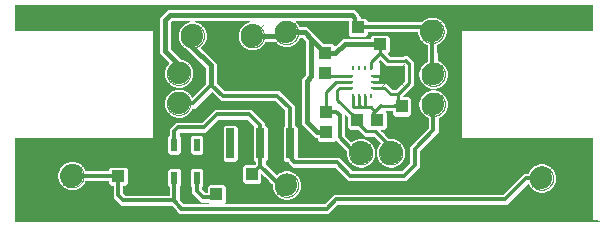
<source format=gtl>
G75*
%MOIN*%
%OFA0B0*%
%FSLAX25Y25*%
%IPPOS*%
%LPD*%
%AMOC8*
5,1,8,0,0,1.08239X$1,22.5*
%
%ADD10C,0.00000*%
%ADD11R,0.04331X0.03937*%
%ADD12R,0.03937X0.04331*%
%ADD13R,0.02165X0.04331*%
%ADD14C,0.07400*%
%ADD15C,0.00100*%
%ADD16OC8,0.06300*%
%ADD17R,0.02500X0.10000*%
%ADD18R,0.00984X0.01772*%
%ADD19R,0.01772X0.00984*%
%ADD20C,0.00010*%
%ADD21C,0.01000*%
%ADD22C,0.01200*%
%ADD23R,0.04362X0.04362*%
%ADD24C,0.01600*%
D10*
X0001005Y0003387D02*
X0001005Y0030946D01*
X0047265Y0030946D01*
X0047265Y0066970D01*
X0001005Y0066970D01*
X0001005Y0075238D01*
X0193505Y0075238D01*
X0193505Y0066970D01*
X0149627Y0066970D01*
X0149627Y0030946D01*
X0193505Y0030946D01*
X0193505Y0003387D01*
X0001005Y0003387D01*
D11*
X0035441Y0018187D03*
X0042134Y0018187D03*
X0115159Y0036887D03*
X0121851Y0036887D03*
X0122759Y0062087D03*
X0129451Y0062087D03*
X0115385Y0067787D03*
X0108692Y0067787D03*
D12*
X0104605Y0059134D03*
X0104605Y0052441D03*
X0130005Y0041434D03*
X0130005Y0034741D03*
X0104905Y0032841D03*
X0104905Y0039534D03*
X0080115Y0018904D03*
X0068272Y0018808D03*
X0068272Y0012116D03*
X0080115Y0012211D03*
D13*
X0061650Y0017660D03*
X0054170Y0017660D03*
X0054170Y0028683D03*
X0057910Y0028683D03*
X0061650Y0028683D03*
D14*
X0055669Y0042502D03*
X0055669Y0052502D03*
X0060222Y0065000D03*
X0070222Y0065000D03*
X0080222Y0065000D03*
X0091549Y0066100D03*
X0091549Y0056100D03*
X0140528Y0052180D03*
X0140528Y0042180D03*
X0126305Y0025987D03*
X0116305Y0025987D03*
X0101594Y0015200D03*
X0091594Y0015200D03*
X0020099Y0018348D03*
X0140088Y0066508D03*
X0176596Y0017560D03*
D15*
X0172696Y0017560D02*
X0172698Y0017684D01*
X0172704Y0017809D01*
X0172714Y0017933D01*
X0172728Y0018056D01*
X0172745Y0018179D01*
X0172767Y0018302D01*
X0172793Y0018424D01*
X0172822Y0018544D01*
X0172856Y0018664D01*
X0172893Y0018783D01*
X0172934Y0018900D01*
X0172978Y0019016D01*
X0173026Y0019131D01*
X0173078Y0019244D01*
X0173134Y0019355D01*
X0173193Y0019465D01*
X0173255Y0019572D01*
X0173321Y0019678D01*
X0173390Y0019781D01*
X0173463Y0019882D01*
X0173539Y0019981D01*
X0173617Y0020077D01*
X0173699Y0020171D01*
X0173784Y0020262D01*
X0173871Y0020351D01*
X0173962Y0020436D01*
X0174055Y0020519D01*
X0174151Y0020598D01*
X0174249Y0020674D01*
X0174349Y0020748D01*
X0174452Y0020818D01*
X0174557Y0020884D01*
X0174664Y0020948D01*
X0174773Y0021008D01*
X0174884Y0021064D01*
X0174996Y0021117D01*
X0175111Y0021166D01*
X0175226Y0021212D01*
X0175344Y0021253D01*
X0175462Y0021292D01*
X0175582Y0021326D01*
X0175702Y0021356D01*
X0175824Y0021383D01*
X0175946Y0021405D01*
X0176069Y0021424D01*
X0176192Y0021439D01*
X0176316Y0021450D01*
X0176441Y0021457D01*
X0176565Y0021460D01*
X0176689Y0021459D01*
X0176814Y0021454D01*
X0176938Y0021445D01*
X0177061Y0021432D01*
X0177185Y0021415D01*
X0177307Y0021395D01*
X0177429Y0021370D01*
X0177550Y0021341D01*
X0177670Y0021309D01*
X0177789Y0021273D01*
X0177907Y0021233D01*
X0178024Y0021189D01*
X0178139Y0021142D01*
X0178252Y0021091D01*
X0178364Y0021036D01*
X0178474Y0020978D01*
X0178582Y0020917D01*
X0178688Y0020852D01*
X0178792Y0020783D01*
X0178893Y0020712D01*
X0178993Y0020637D01*
X0179090Y0020559D01*
X0179184Y0020478D01*
X0179276Y0020394D01*
X0179365Y0020307D01*
X0179451Y0020217D01*
X0179534Y0020125D01*
X0179614Y0020030D01*
X0179692Y0019932D01*
X0179766Y0019832D01*
X0179837Y0019730D01*
X0179904Y0019626D01*
X0179968Y0019519D01*
X0180029Y0019410D01*
X0180086Y0019300D01*
X0180140Y0019188D01*
X0180190Y0019074D01*
X0180237Y0018959D01*
X0180279Y0018842D01*
X0180318Y0018724D01*
X0180354Y0018604D01*
X0180385Y0018484D01*
X0180412Y0018363D01*
X0180436Y0018241D01*
X0180456Y0018118D01*
X0180472Y0017994D01*
X0180484Y0017871D01*
X0180492Y0017747D01*
X0180496Y0017622D01*
X0180496Y0017498D01*
X0180492Y0017373D01*
X0180484Y0017249D01*
X0180472Y0017126D01*
X0180456Y0017002D01*
X0180436Y0016879D01*
X0180412Y0016757D01*
X0180385Y0016636D01*
X0180354Y0016516D01*
X0180318Y0016396D01*
X0180279Y0016278D01*
X0180237Y0016161D01*
X0180190Y0016046D01*
X0180140Y0015932D01*
X0180086Y0015820D01*
X0180029Y0015710D01*
X0179968Y0015601D01*
X0179904Y0015494D01*
X0179837Y0015390D01*
X0179766Y0015288D01*
X0179692Y0015188D01*
X0179614Y0015090D01*
X0179534Y0014995D01*
X0179451Y0014903D01*
X0179365Y0014813D01*
X0179276Y0014726D01*
X0179184Y0014642D01*
X0179090Y0014561D01*
X0178993Y0014483D01*
X0178893Y0014408D01*
X0178792Y0014337D01*
X0178688Y0014268D01*
X0178582Y0014203D01*
X0178474Y0014142D01*
X0178364Y0014084D01*
X0178252Y0014029D01*
X0178139Y0013978D01*
X0178024Y0013931D01*
X0177907Y0013887D01*
X0177789Y0013847D01*
X0177670Y0013811D01*
X0177550Y0013779D01*
X0177429Y0013750D01*
X0177307Y0013725D01*
X0177185Y0013705D01*
X0177061Y0013688D01*
X0176938Y0013675D01*
X0176814Y0013666D01*
X0176689Y0013661D01*
X0176565Y0013660D01*
X0176441Y0013663D01*
X0176316Y0013670D01*
X0176192Y0013681D01*
X0176069Y0013696D01*
X0175946Y0013715D01*
X0175824Y0013737D01*
X0175702Y0013764D01*
X0175582Y0013794D01*
X0175462Y0013828D01*
X0175344Y0013867D01*
X0175226Y0013908D01*
X0175111Y0013954D01*
X0174996Y0014003D01*
X0174884Y0014056D01*
X0174773Y0014112D01*
X0174664Y0014172D01*
X0174557Y0014236D01*
X0174452Y0014302D01*
X0174349Y0014372D01*
X0174249Y0014446D01*
X0174151Y0014522D01*
X0174055Y0014601D01*
X0173962Y0014684D01*
X0173871Y0014769D01*
X0173784Y0014858D01*
X0173699Y0014949D01*
X0173617Y0015043D01*
X0173539Y0015139D01*
X0173463Y0015238D01*
X0173390Y0015339D01*
X0173321Y0015442D01*
X0173255Y0015548D01*
X0173193Y0015655D01*
X0173134Y0015765D01*
X0173078Y0015876D01*
X0173026Y0015989D01*
X0172978Y0016104D01*
X0172934Y0016220D01*
X0172893Y0016337D01*
X0172856Y0016456D01*
X0172822Y0016576D01*
X0172793Y0016696D01*
X0172767Y0016818D01*
X0172745Y0016941D01*
X0172728Y0017064D01*
X0172714Y0017187D01*
X0172704Y0017311D01*
X0172698Y0017436D01*
X0172696Y0017560D01*
X0172596Y0013560D02*
X0180596Y0021560D01*
X0136628Y0042180D02*
X0136630Y0042304D01*
X0136636Y0042429D01*
X0136646Y0042553D01*
X0136660Y0042676D01*
X0136677Y0042799D01*
X0136699Y0042922D01*
X0136725Y0043044D01*
X0136754Y0043164D01*
X0136788Y0043284D01*
X0136825Y0043403D01*
X0136866Y0043520D01*
X0136910Y0043636D01*
X0136958Y0043751D01*
X0137010Y0043864D01*
X0137066Y0043975D01*
X0137125Y0044085D01*
X0137187Y0044192D01*
X0137253Y0044298D01*
X0137322Y0044401D01*
X0137395Y0044502D01*
X0137471Y0044601D01*
X0137549Y0044697D01*
X0137631Y0044791D01*
X0137716Y0044882D01*
X0137803Y0044971D01*
X0137894Y0045056D01*
X0137987Y0045139D01*
X0138083Y0045218D01*
X0138181Y0045294D01*
X0138281Y0045368D01*
X0138384Y0045438D01*
X0138489Y0045504D01*
X0138596Y0045568D01*
X0138705Y0045628D01*
X0138816Y0045684D01*
X0138928Y0045737D01*
X0139043Y0045786D01*
X0139158Y0045832D01*
X0139276Y0045873D01*
X0139394Y0045912D01*
X0139514Y0045946D01*
X0139634Y0045976D01*
X0139756Y0046003D01*
X0139878Y0046025D01*
X0140001Y0046044D01*
X0140124Y0046059D01*
X0140248Y0046070D01*
X0140373Y0046077D01*
X0140497Y0046080D01*
X0140621Y0046079D01*
X0140746Y0046074D01*
X0140870Y0046065D01*
X0140993Y0046052D01*
X0141117Y0046035D01*
X0141239Y0046015D01*
X0141361Y0045990D01*
X0141482Y0045961D01*
X0141602Y0045929D01*
X0141721Y0045893D01*
X0141839Y0045853D01*
X0141956Y0045809D01*
X0142071Y0045762D01*
X0142184Y0045711D01*
X0142296Y0045656D01*
X0142406Y0045598D01*
X0142514Y0045537D01*
X0142620Y0045472D01*
X0142724Y0045403D01*
X0142825Y0045332D01*
X0142925Y0045257D01*
X0143022Y0045179D01*
X0143116Y0045098D01*
X0143208Y0045014D01*
X0143297Y0044927D01*
X0143383Y0044837D01*
X0143466Y0044745D01*
X0143546Y0044650D01*
X0143624Y0044552D01*
X0143698Y0044452D01*
X0143769Y0044350D01*
X0143836Y0044246D01*
X0143900Y0044139D01*
X0143961Y0044030D01*
X0144018Y0043920D01*
X0144072Y0043808D01*
X0144122Y0043694D01*
X0144169Y0043579D01*
X0144211Y0043462D01*
X0144250Y0043344D01*
X0144286Y0043224D01*
X0144317Y0043104D01*
X0144344Y0042983D01*
X0144368Y0042861D01*
X0144388Y0042738D01*
X0144404Y0042614D01*
X0144416Y0042491D01*
X0144424Y0042367D01*
X0144428Y0042242D01*
X0144428Y0042118D01*
X0144424Y0041993D01*
X0144416Y0041869D01*
X0144404Y0041746D01*
X0144388Y0041622D01*
X0144368Y0041499D01*
X0144344Y0041377D01*
X0144317Y0041256D01*
X0144286Y0041136D01*
X0144250Y0041016D01*
X0144211Y0040898D01*
X0144169Y0040781D01*
X0144122Y0040666D01*
X0144072Y0040552D01*
X0144018Y0040440D01*
X0143961Y0040330D01*
X0143900Y0040221D01*
X0143836Y0040114D01*
X0143769Y0040010D01*
X0143698Y0039908D01*
X0143624Y0039808D01*
X0143546Y0039710D01*
X0143466Y0039615D01*
X0143383Y0039523D01*
X0143297Y0039433D01*
X0143208Y0039346D01*
X0143116Y0039262D01*
X0143022Y0039181D01*
X0142925Y0039103D01*
X0142825Y0039028D01*
X0142724Y0038957D01*
X0142620Y0038888D01*
X0142514Y0038823D01*
X0142406Y0038762D01*
X0142296Y0038704D01*
X0142184Y0038649D01*
X0142071Y0038598D01*
X0141956Y0038551D01*
X0141839Y0038507D01*
X0141721Y0038467D01*
X0141602Y0038431D01*
X0141482Y0038399D01*
X0141361Y0038370D01*
X0141239Y0038345D01*
X0141117Y0038325D01*
X0140993Y0038308D01*
X0140870Y0038295D01*
X0140746Y0038286D01*
X0140621Y0038281D01*
X0140497Y0038280D01*
X0140373Y0038283D01*
X0140248Y0038290D01*
X0140124Y0038301D01*
X0140001Y0038316D01*
X0139878Y0038335D01*
X0139756Y0038357D01*
X0139634Y0038384D01*
X0139514Y0038414D01*
X0139394Y0038448D01*
X0139276Y0038487D01*
X0139158Y0038528D01*
X0139043Y0038574D01*
X0138928Y0038623D01*
X0138816Y0038676D01*
X0138705Y0038732D01*
X0138596Y0038792D01*
X0138489Y0038856D01*
X0138384Y0038922D01*
X0138281Y0038992D01*
X0138181Y0039066D01*
X0138083Y0039142D01*
X0137987Y0039221D01*
X0137894Y0039304D01*
X0137803Y0039389D01*
X0137716Y0039478D01*
X0137631Y0039569D01*
X0137549Y0039663D01*
X0137471Y0039759D01*
X0137395Y0039858D01*
X0137322Y0039959D01*
X0137253Y0040062D01*
X0137187Y0040168D01*
X0137125Y0040275D01*
X0137066Y0040385D01*
X0137010Y0040496D01*
X0136958Y0040609D01*
X0136910Y0040724D01*
X0136866Y0040840D01*
X0136825Y0040957D01*
X0136788Y0041076D01*
X0136754Y0041196D01*
X0136725Y0041316D01*
X0136699Y0041438D01*
X0136677Y0041561D01*
X0136660Y0041684D01*
X0136646Y0041807D01*
X0136636Y0041931D01*
X0136630Y0042056D01*
X0136628Y0042180D01*
X0136528Y0038180D02*
X0144528Y0046180D01*
X0136628Y0052180D02*
X0136630Y0052304D01*
X0136636Y0052429D01*
X0136646Y0052553D01*
X0136660Y0052676D01*
X0136677Y0052799D01*
X0136699Y0052922D01*
X0136725Y0053044D01*
X0136754Y0053164D01*
X0136788Y0053284D01*
X0136825Y0053403D01*
X0136866Y0053520D01*
X0136910Y0053636D01*
X0136958Y0053751D01*
X0137010Y0053864D01*
X0137066Y0053975D01*
X0137125Y0054085D01*
X0137187Y0054192D01*
X0137253Y0054298D01*
X0137322Y0054401D01*
X0137395Y0054502D01*
X0137471Y0054601D01*
X0137549Y0054697D01*
X0137631Y0054791D01*
X0137716Y0054882D01*
X0137803Y0054971D01*
X0137894Y0055056D01*
X0137987Y0055139D01*
X0138083Y0055218D01*
X0138181Y0055294D01*
X0138281Y0055368D01*
X0138384Y0055438D01*
X0138489Y0055504D01*
X0138596Y0055568D01*
X0138705Y0055628D01*
X0138816Y0055684D01*
X0138928Y0055737D01*
X0139043Y0055786D01*
X0139158Y0055832D01*
X0139276Y0055873D01*
X0139394Y0055912D01*
X0139514Y0055946D01*
X0139634Y0055976D01*
X0139756Y0056003D01*
X0139878Y0056025D01*
X0140001Y0056044D01*
X0140124Y0056059D01*
X0140248Y0056070D01*
X0140373Y0056077D01*
X0140497Y0056080D01*
X0140621Y0056079D01*
X0140746Y0056074D01*
X0140870Y0056065D01*
X0140993Y0056052D01*
X0141117Y0056035D01*
X0141239Y0056015D01*
X0141361Y0055990D01*
X0141482Y0055961D01*
X0141602Y0055929D01*
X0141721Y0055893D01*
X0141839Y0055853D01*
X0141956Y0055809D01*
X0142071Y0055762D01*
X0142184Y0055711D01*
X0142296Y0055656D01*
X0142406Y0055598D01*
X0142514Y0055537D01*
X0142620Y0055472D01*
X0142724Y0055403D01*
X0142825Y0055332D01*
X0142925Y0055257D01*
X0143022Y0055179D01*
X0143116Y0055098D01*
X0143208Y0055014D01*
X0143297Y0054927D01*
X0143383Y0054837D01*
X0143466Y0054745D01*
X0143546Y0054650D01*
X0143624Y0054552D01*
X0143698Y0054452D01*
X0143769Y0054350D01*
X0143836Y0054246D01*
X0143900Y0054139D01*
X0143961Y0054030D01*
X0144018Y0053920D01*
X0144072Y0053808D01*
X0144122Y0053694D01*
X0144169Y0053579D01*
X0144211Y0053462D01*
X0144250Y0053344D01*
X0144286Y0053224D01*
X0144317Y0053104D01*
X0144344Y0052983D01*
X0144368Y0052861D01*
X0144388Y0052738D01*
X0144404Y0052614D01*
X0144416Y0052491D01*
X0144424Y0052367D01*
X0144428Y0052242D01*
X0144428Y0052118D01*
X0144424Y0051993D01*
X0144416Y0051869D01*
X0144404Y0051746D01*
X0144388Y0051622D01*
X0144368Y0051499D01*
X0144344Y0051377D01*
X0144317Y0051256D01*
X0144286Y0051136D01*
X0144250Y0051016D01*
X0144211Y0050898D01*
X0144169Y0050781D01*
X0144122Y0050666D01*
X0144072Y0050552D01*
X0144018Y0050440D01*
X0143961Y0050330D01*
X0143900Y0050221D01*
X0143836Y0050114D01*
X0143769Y0050010D01*
X0143698Y0049908D01*
X0143624Y0049808D01*
X0143546Y0049710D01*
X0143466Y0049615D01*
X0143383Y0049523D01*
X0143297Y0049433D01*
X0143208Y0049346D01*
X0143116Y0049262D01*
X0143022Y0049181D01*
X0142925Y0049103D01*
X0142825Y0049028D01*
X0142724Y0048957D01*
X0142620Y0048888D01*
X0142514Y0048823D01*
X0142406Y0048762D01*
X0142296Y0048704D01*
X0142184Y0048649D01*
X0142071Y0048598D01*
X0141956Y0048551D01*
X0141839Y0048507D01*
X0141721Y0048467D01*
X0141602Y0048431D01*
X0141482Y0048399D01*
X0141361Y0048370D01*
X0141239Y0048345D01*
X0141117Y0048325D01*
X0140993Y0048308D01*
X0140870Y0048295D01*
X0140746Y0048286D01*
X0140621Y0048281D01*
X0140497Y0048280D01*
X0140373Y0048283D01*
X0140248Y0048290D01*
X0140124Y0048301D01*
X0140001Y0048316D01*
X0139878Y0048335D01*
X0139756Y0048357D01*
X0139634Y0048384D01*
X0139514Y0048414D01*
X0139394Y0048448D01*
X0139276Y0048487D01*
X0139158Y0048528D01*
X0139043Y0048574D01*
X0138928Y0048623D01*
X0138816Y0048676D01*
X0138705Y0048732D01*
X0138596Y0048792D01*
X0138489Y0048856D01*
X0138384Y0048922D01*
X0138281Y0048992D01*
X0138181Y0049066D01*
X0138083Y0049142D01*
X0137987Y0049221D01*
X0137894Y0049304D01*
X0137803Y0049389D01*
X0137716Y0049478D01*
X0137631Y0049569D01*
X0137549Y0049663D01*
X0137471Y0049759D01*
X0137395Y0049858D01*
X0137322Y0049959D01*
X0137253Y0050062D01*
X0137187Y0050168D01*
X0137125Y0050275D01*
X0137066Y0050385D01*
X0137010Y0050496D01*
X0136958Y0050609D01*
X0136910Y0050724D01*
X0136866Y0050840D01*
X0136825Y0050957D01*
X0136788Y0051076D01*
X0136754Y0051196D01*
X0136725Y0051316D01*
X0136699Y0051438D01*
X0136677Y0051561D01*
X0136660Y0051684D01*
X0136646Y0051807D01*
X0136636Y0051931D01*
X0136630Y0052056D01*
X0136628Y0052180D01*
X0136528Y0048180D02*
X0144528Y0056180D01*
X0131105Y0047787D02*
X0123105Y0055787D01*
X0123105Y0047787D02*
X0131105Y0055787D01*
X0136188Y0066508D02*
X0136190Y0066632D01*
X0136196Y0066757D01*
X0136206Y0066881D01*
X0136220Y0067004D01*
X0136237Y0067127D01*
X0136259Y0067250D01*
X0136285Y0067372D01*
X0136314Y0067492D01*
X0136348Y0067612D01*
X0136385Y0067731D01*
X0136426Y0067848D01*
X0136470Y0067964D01*
X0136518Y0068079D01*
X0136570Y0068192D01*
X0136626Y0068303D01*
X0136685Y0068413D01*
X0136747Y0068520D01*
X0136813Y0068626D01*
X0136882Y0068729D01*
X0136955Y0068830D01*
X0137031Y0068929D01*
X0137109Y0069025D01*
X0137191Y0069119D01*
X0137276Y0069210D01*
X0137363Y0069299D01*
X0137454Y0069384D01*
X0137547Y0069467D01*
X0137643Y0069546D01*
X0137741Y0069622D01*
X0137841Y0069696D01*
X0137944Y0069766D01*
X0138049Y0069832D01*
X0138156Y0069896D01*
X0138265Y0069956D01*
X0138376Y0070012D01*
X0138488Y0070065D01*
X0138603Y0070114D01*
X0138718Y0070160D01*
X0138836Y0070201D01*
X0138954Y0070240D01*
X0139074Y0070274D01*
X0139194Y0070304D01*
X0139316Y0070331D01*
X0139438Y0070353D01*
X0139561Y0070372D01*
X0139684Y0070387D01*
X0139808Y0070398D01*
X0139933Y0070405D01*
X0140057Y0070408D01*
X0140181Y0070407D01*
X0140306Y0070402D01*
X0140430Y0070393D01*
X0140553Y0070380D01*
X0140677Y0070363D01*
X0140799Y0070343D01*
X0140921Y0070318D01*
X0141042Y0070289D01*
X0141162Y0070257D01*
X0141281Y0070221D01*
X0141399Y0070181D01*
X0141516Y0070137D01*
X0141631Y0070090D01*
X0141744Y0070039D01*
X0141856Y0069984D01*
X0141966Y0069926D01*
X0142074Y0069865D01*
X0142180Y0069800D01*
X0142284Y0069731D01*
X0142385Y0069660D01*
X0142485Y0069585D01*
X0142582Y0069507D01*
X0142676Y0069426D01*
X0142768Y0069342D01*
X0142857Y0069255D01*
X0142943Y0069165D01*
X0143026Y0069073D01*
X0143106Y0068978D01*
X0143184Y0068880D01*
X0143258Y0068780D01*
X0143329Y0068678D01*
X0143396Y0068574D01*
X0143460Y0068467D01*
X0143521Y0068358D01*
X0143578Y0068248D01*
X0143632Y0068136D01*
X0143682Y0068022D01*
X0143729Y0067907D01*
X0143771Y0067790D01*
X0143810Y0067672D01*
X0143846Y0067552D01*
X0143877Y0067432D01*
X0143904Y0067311D01*
X0143928Y0067189D01*
X0143948Y0067066D01*
X0143964Y0066942D01*
X0143976Y0066819D01*
X0143984Y0066695D01*
X0143988Y0066570D01*
X0143988Y0066446D01*
X0143984Y0066321D01*
X0143976Y0066197D01*
X0143964Y0066074D01*
X0143948Y0065950D01*
X0143928Y0065827D01*
X0143904Y0065705D01*
X0143877Y0065584D01*
X0143846Y0065464D01*
X0143810Y0065344D01*
X0143771Y0065226D01*
X0143729Y0065109D01*
X0143682Y0064994D01*
X0143632Y0064880D01*
X0143578Y0064768D01*
X0143521Y0064658D01*
X0143460Y0064549D01*
X0143396Y0064442D01*
X0143329Y0064338D01*
X0143258Y0064236D01*
X0143184Y0064136D01*
X0143106Y0064038D01*
X0143026Y0063943D01*
X0142943Y0063851D01*
X0142857Y0063761D01*
X0142768Y0063674D01*
X0142676Y0063590D01*
X0142582Y0063509D01*
X0142485Y0063431D01*
X0142385Y0063356D01*
X0142284Y0063285D01*
X0142180Y0063216D01*
X0142074Y0063151D01*
X0141966Y0063090D01*
X0141856Y0063032D01*
X0141744Y0062977D01*
X0141631Y0062926D01*
X0141516Y0062879D01*
X0141399Y0062835D01*
X0141281Y0062795D01*
X0141162Y0062759D01*
X0141042Y0062727D01*
X0140921Y0062698D01*
X0140799Y0062673D01*
X0140677Y0062653D01*
X0140553Y0062636D01*
X0140430Y0062623D01*
X0140306Y0062614D01*
X0140181Y0062609D01*
X0140057Y0062608D01*
X0139933Y0062611D01*
X0139808Y0062618D01*
X0139684Y0062629D01*
X0139561Y0062644D01*
X0139438Y0062663D01*
X0139316Y0062685D01*
X0139194Y0062712D01*
X0139074Y0062742D01*
X0138954Y0062776D01*
X0138836Y0062815D01*
X0138718Y0062856D01*
X0138603Y0062902D01*
X0138488Y0062951D01*
X0138376Y0063004D01*
X0138265Y0063060D01*
X0138156Y0063120D01*
X0138049Y0063184D01*
X0137944Y0063250D01*
X0137841Y0063320D01*
X0137741Y0063394D01*
X0137643Y0063470D01*
X0137547Y0063549D01*
X0137454Y0063632D01*
X0137363Y0063717D01*
X0137276Y0063806D01*
X0137191Y0063897D01*
X0137109Y0063991D01*
X0137031Y0064087D01*
X0136955Y0064186D01*
X0136882Y0064287D01*
X0136813Y0064390D01*
X0136747Y0064496D01*
X0136685Y0064603D01*
X0136626Y0064713D01*
X0136570Y0064824D01*
X0136518Y0064937D01*
X0136470Y0065052D01*
X0136426Y0065168D01*
X0136385Y0065285D01*
X0136348Y0065404D01*
X0136314Y0065524D01*
X0136285Y0065644D01*
X0136259Y0065766D01*
X0136237Y0065889D01*
X0136220Y0066012D01*
X0136206Y0066135D01*
X0136196Y0066259D01*
X0136190Y0066384D01*
X0136188Y0066508D01*
X0136088Y0062508D02*
X0144088Y0070508D01*
X0171673Y0071007D02*
X0171675Y0071131D01*
X0171681Y0071256D01*
X0171691Y0071380D01*
X0171705Y0071503D01*
X0171722Y0071626D01*
X0171744Y0071749D01*
X0171770Y0071871D01*
X0171799Y0071991D01*
X0171833Y0072111D01*
X0171870Y0072230D01*
X0171911Y0072347D01*
X0171955Y0072463D01*
X0172003Y0072578D01*
X0172055Y0072691D01*
X0172111Y0072802D01*
X0172170Y0072912D01*
X0172232Y0073019D01*
X0172298Y0073125D01*
X0172367Y0073228D01*
X0172440Y0073329D01*
X0172516Y0073428D01*
X0172594Y0073524D01*
X0172676Y0073618D01*
X0172761Y0073709D01*
X0172848Y0073798D01*
X0172939Y0073883D01*
X0173032Y0073966D01*
X0173128Y0074045D01*
X0173226Y0074121D01*
X0173326Y0074195D01*
X0173429Y0074265D01*
X0173534Y0074331D01*
X0173641Y0074395D01*
X0173750Y0074455D01*
X0173861Y0074511D01*
X0173973Y0074564D01*
X0174088Y0074613D01*
X0174203Y0074659D01*
X0174321Y0074700D01*
X0174439Y0074739D01*
X0174559Y0074773D01*
X0174679Y0074803D01*
X0174801Y0074830D01*
X0174923Y0074852D01*
X0175046Y0074871D01*
X0175169Y0074886D01*
X0175293Y0074897D01*
X0175418Y0074904D01*
X0175542Y0074907D01*
X0175666Y0074906D01*
X0175791Y0074901D01*
X0175915Y0074892D01*
X0176038Y0074879D01*
X0176162Y0074862D01*
X0176284Y0074842D01*
X0176406Y0074817D01*
X0176527Y0074788D01*
X0176647Y0074756D01*
X0176766Y0074720D01*
X0176884Y0074680D01*
X0177001Y0074636D01*
X0177116Y0074589D01*
X0177229Y0074538D01*
X0177341Y0074483D01*
X0177451Y0074425D01*
X0177559Y0074364D01*
X0177665Y0074299D01*
X0177769Y0074230D01*
X0177870Y0074159D01*
X0177970Y0074084D01*
X0178067Y0074006D01*
X0178161Y0073925D01*
X0178253Y0073841D01*
X0178342Y0073754D01*
X0178428Y0073664D01*
X0178511Y0073572D01*
X0178591Y0073477D01*
X0178669Y0073379D01*
X0178743Y0073279D01*
X0178814Y0073177D01*
X0178881Y0073073D01*
X0178945Y0072966D01*
X0179006Y0072857D01*
X0179063Y0072747D01*
X0179117Y0072635D01*
X0179167Y0072521D01*
X0179214Y0072406D01*
X0179256Y0072289D01*
X0179295Y0072171D01*
X0179331Y0072051D01*
X0179362Y0071931D01*
X0179389Y0071810D01*
X0179413Y0071688D01*
X0179433Y0071565D01*
X0179449Y0071441D01*
X0179461Y0071318D01*
X0179469Y0071194D01*
X0179473Y0071069D01*
X0179473Y0070945D01*
X0179469Y0070820D01*
X0179461Y0070696D01*
X0179449Y0070573D01*
X0179433Y0070449D01*
X0179413Y0070326D01*
X0179389Y0070204D01*
X0179362Y0070083D01*
X0179331Y0069963D01*
X0179295Y0069843D01*
X0179256Y0069725D01*
X0179214Y0069608D01*
X0179167Y0069493D01*
X0179117Y0069379D01*
X0179063Y0069267D01*
X0179006Y0069157D01*
X0178945Y0069048D01*
X0178881Y0068941D01*
X0178814Y0068837D01*
X0178743Y0068735D01*
X0178669Y0068635D01*
X0178591Y0068537D01*
X0178511Y0068442D01*
X0178428Y0068350D01*
X0178342Y0068260D01*
X0178253Y0068173D01*
X0178161Y0068089D01*
X0178067Y0068008D01*
X0177970Y0067930D01*
X0177870Y0067855D01*
X0177769Y0067784D01*
X0177665Y0067715D01*
X0177559Y0067650D01*
X0177451Y0067589D01*
X0177341Y0067531D01*
X0177229Y0067476D01*
X0177116Y0067425D01*
X0177001Y0067378D01*
X0176884Y0067334D01*
X0176766Y0067294D01*
X0176647Y0067258D01*
X0176527Y0067226D01*
X0176406Y0067197D01*
X0176284Y0067172D01*
X0176162Y0067152D01*
X0176038Y0067135D01*
X0175915Y0067122D01*
X0175791Y0067113D01*
X0175666Y0067108D01*
X0175542Y0067107D01*
X0175418Y0067110D01*
X0175293Y0067117D01*
X0175169Y0067128D01*
X0175046Y0067143D01*
X0174923Y0067162D01*
X0174801Y0067184D01*
X0174679Y0067211D01*
X0174559Y0067241D01*
X0174439Y0067275D01*
X0174321Y0067314D01*
X0174203Y0067355D01*
X0174088Y0067401D01*
X0173973Y0067450D01*
X0173861Y0067503D01*
X0173750Y0067559D01*
X0173641Y0067619D01*
X0173534Y0067683D01*
X0173429Y0067749D01*
X0173326Y0067819D01*
X0173226Y0067893D01*
X0173128Y0067969D01*
X0173032Y0068048D01*
X0172939Y0068131D01*
X0172848Y0068216D01*
X0172761Y0068305D01*
X0172676Y0068396D01*
X0172594Y0068490D01*
X0172516Y0068586D01*
X0172440Y0068685D01*
X0172367Y0068786D01*
X0172298Y0068889D01*
X0172232Y0068995D01*
X0172170Y0069102D01*
X0172111Y0069212D01*
X0172055Y0069323D01*
X0172003Y0069436D01*
X0171955Y0069551D01*
X0171911Y0069667D01*
X0171870Y0069784D01*
X0171833Y0069903D01*
X0171799Y0070023D01*
X0171770Y0070143D01*
X0171744Y0070265D01*
X0171722Y0070388D01*
X0171705Y0070511D01*
X0171691Y0070634D01*
X0171681Y0070758D01*
X0171675Y0070883D01*
X0171673Y0071007D01*
X0171573Y0067007D02*
X0179573Y0075007D01*
X0087649Y0066100D02*
X0087651Y0066224D01*
X0087657Y0066349D01*
X0087667Y0066473D01*
X0087681Y0066596D01*
X0087698Y0066719D01*
X0087720Y0066842D01*
X0087746Y0066964D01*
X0087775Y0067084D01*
X0087809Y0067204D01*
X0087846Y0067323D01*
X0087887Y0067440D01*
X0087931Y0067556D01*
X0087979Y0067671D01*
X0088031Y0067784D01*
X0088087Y0067895D01*
X0088146Y0068005D01*
X0088208Y0068112D01*
X0088274Y0068218D01*
X0088343Y0068321D01*
X0088416Y0068422D01*
X0088492Y0068521D01*
X0088570Y0068617D01*
X0088652Y0068711D01*
X0088737Y0068802D01*
X0088824Y0068891D01*
X0088915Y0068976D01*
X0089008Y0069059D01*
X0089104Y0069138D01*
X0089202Y0069214D01*
X0089302Y0069288D01*
X0089405Y0069358D01*
X0089510Y0069424D01*
X0089617Y0069488D01*
X0089726Y0069548D01*
X0089837Y0069604D01*
X0089949Y0069657D01*
X0090064Y0069706D01*
X0090179Y0069752D01*
X0090297Y0069793D01*
X0090415Y0069832D01*
X0090535Y0069866D01*
X0090655Y0069896D01*
X0090777Y0069923D01*
X0090899Y0069945D01*
X0091022Y0069964D01*
X0091145Y0069979D01*
X0091269Y0069990D01*
X0091394Y0069997D01*
X0091518Y0070000D01*
X0091642Y0069999D01*
X0091767Y0069994D01*
X0091891Y0069985D01*
X0092014Y0069972D01*
X0092138Y0069955D01*
X0092260Y0069935D01*
X0092382Y0069910D01*
X0092503Y0069881D01*
X0092623Y0069849D01*
X0092742Y0069813D01*
X0092860Y0069773D01*
X0092977Y0069729D01*
X0093092Y0069682D01*
X0093205Y0069631D01*
X0093317Y0069576D01*
X0093427Y0069518D01*
X0093535Y0069457D01*
X0093641Y0069392D01*
X0093745Y0069323D01*
X0093846Y0069252D01*
X0093946Y0069177D01*
X0094043Y0069099D01*
X0094137Y0069018D01*
X0094229Y0068934D01*
X0094318Y0068847D01*
X0094404Y0068757D01*
X0094487Y0068665D01*
X0094567Y0068570D01*
X0094645Y0068472D01*
X0094719Y0068372D01*
X0094790Y0068270D01*
X0094857Y0068166D01*
X0094921Y0068059D01*
X0094982Y0067950D01*
X0095039Y0067840D01*
X0095093Y0067728D01*
X0095143Y0067614D01*
X0095190Y0067499D01*
X0095232Y0067382D01*
X0095271Y0067264D01*
X0095307Y0067144D01*
X0095338Y0067024D01*
X0095365Y0066903D01*
X0095389Y0066781D01*
X0095409Y0066658D01*
X0095425Y0066534D01*
X0095437Y0066411D01*
X0095445Y0066287D01*
X0095449Y0066162D01*
X0095449Y0066038D01*
X0095445Y0065913D01*
X0095437Y0065789D01*
X0095425Y0065666D01*
X0095409Y0065542D01*
X0095389Y0065419D01*
X0095365Y0065297D01*
X0095338Y0065176D01*
X0095307Y0065056D01*
X0095271Y0064936D01*
X0095232Y0064818D01*
X0095190Y0064701D01*
X0095143Y0064586D01*
X0095093Y0064472D01*
X0095039Y0064360D01*
X0094982Y0064250D01*
X0094921Y0064141D01*
X0094857Y0064034D01*
X0094790Y0063930D01*
X0094719Y0063828D01*
X0094645Y0063728D01*
X0094567Y0063630D01*
X0094487Y0063535D01*
X0094404Y0063443D01*
X0094318Y0063353D01*
X0094229Y0063266D01*
X0094137Y0063182D01*
X0094043Y0063101D01*
X0093946Y0063023D01*
X0093846Y0062948D01*
X0093745Y0062877D01*
X0093641Y0062808D01*
X0093535Y0062743D01*
X0093427Y0062682D01*
X0093317Y0062624D01*
X0093205Y0062569D01*
X0093092Y0062518D01*
X0092977Y0062471D01*
X0092860Y0062427D01*
X0092742Y0062387D01*
X0092623Y0062351D01*
X0092503Y0062319D01*
X0092382Y0062290D01*
X0092260Y0062265D01*
X0092138Y0062245D01*
X0092014Y0062228D01*
X0091891Y0062215D01*
X0091767Y0062206D01*
X0091642Y0062201D01*
X0091518Y0062200D01*
X0091394Y0062203D01*
X0091269Y0062210D01*
X0091145Y0062221D01*
X0091022Y0062236D01*
X0090899Y0062255D01*
X0090777Y0062277D01*
X0090655Y0062304D01*
X0090535Y0062334D01*
X0090415Y0062368D01*
X0090297Y0062407D01*
X0090179Y0062448D01*
X0090064Y0062494D01*
X0089949Y0062543D01*
X0089837Y0062596D01*
X0089726Y0062652D01*
X0089617Y0062712D01*
X0089510Y0062776D01*
X0089405Y0062842D01*
X0089302Y0062912D01*
X0089202Y0062986D01*
X0089104Y0063062D01*
X0089008Y0063141D01*
X0088915Y0063224D01*
X0088824Y0063309D01*
X0088737Y0063398D01*
X0088652Y0063489D01*
X0088570Y0063583D01*
X0088492Y0063679D01*
X0088416Y0063778D01*
X0088343Y0063879D01*
X0088274Y0063982D01*
X0088208Y0064088D01*
X0088146Y0064195D01*
X0088087Y0064305D01*
X0088031Y0064416D01*
X0087979Y0064529D01*
X0087931Y0064644D01*
X0087887Y0064760D01*
X0087846Y0064877D01*
X0087809Y0064996D01*
X0087775Y0065116D01*
X0087746Y0065236D01*
X0087720Y0065358D01*
X0087698Y0065481D01*
X0087681Y0065604D01*
X0087667Y0065727D01*
X0087657Y0065851D01*
X0087651Y0065976D01*
X0087649Y0066100D01*
X0087549Y0062100D02*
X0095549Y0070100D01*
X0076322Y0065000D02*
X0076324Y0065124D01*
X0076330Y0065249D01*
X0076340Y0065373D01*
X0076354Y0065496D01*
X0076371Y0065619D01*
X0076393Y0065742D01*
X0076419Y0065864D01*
X0076448Y0065984D01*
X0076482Y0066104D01*
X0076519Y0066223D01*
X0076560Y0066340D01*
X0076604Y0066456D01*
X0076652Y0066571D01*
X0076704Y0066684D01*
X0076760Y0066795D01*
X0076819Y0066905D01*
X0076881Y0067012D01*
X0076947Y0067118D01*
X0077016Y0067221D01*
X0077089Y0067322D01*
X0077165Y0067421D01*
X0077243Y0067517D01*
X0077325Y0067611D01*
X0077410Y0067702D01*
X0077497Y0067791D01*
X0077588Y0067876D01*
X0077681Y0067959D01*
X0077777Y0068038D01*
X0077875Y0068114D01*
X0077975Y0068188D01*
X0078078Y0068258D01*
X0078183Y0068324D01*
X0078290Y0068388D01*
X0078399Y0068448D01*
X0078510Y0068504D01*
X0078622Y0068557D01*
X0078737Y0068606D01*
X0078852Y0068652D01*
X0078970Y0068693D01*
X0079088Y0068732D01*
X0079208Y0068766D01*
X0079328Y0068796D01*
X0079450Y0068823D01*
X0079572Y0068845D01*
X0079695Y0068864D01*
X0079818Y0068879D01*
X0079942Y0068890D01*
X0080067Y0068897D01*
X0080191Y0068900D01*
X0080315Y0068899D01*
X0080440Y0068894D01*
X0080564Y0068885D01*
X0080687Y0068872D01*
X0080811Y0068855D01*
X0080933Y0068835D01*
X0081055Y0068810D01*
X0081176Y0068781D01*
X0081296Y0068749D01*
X0081415Y0068713D01*
X0081533Y0068673D01*
X0081650Y0068629D01*
X0081765Y0068582D01*
X0081878Y0068531D01*
X0081990Y0068476D01*
X0082100Y0068418D01*
X0082208Y0068357D01*
X0082314Y0068292D01*
X0082418Y0068223D01*
X0082519Y0068152D01*
X0082619Y0068077D01*
X0082716Y0067999D01*
X0082810Y0067918D01*
X0082902Y0067834D01*
X0082991Y0067747D01*
X0083077Y0067657D01*
X0083160Y0067565D01*
X0083240Y0067470D01*
X0083318Y0067372D01*
X0083392Y0067272D01*
X0083463Y0067170D01*
X0083530Y0067066D01*
X0083594Y0066959D01*
X0083655Y0066850D01*
X0083712Y0066740D01*
X0083766Y0066628D01*
X0083816Y0066514D01*
X0083863Y0066399D01*
X0083905Y0066282D01*
X0083944Y0066164D01*
X0083980Y0066044D01*
X0084011Y0065924D01*
X0084038Y0065803D01*
X0084062Y0065681D01*
X0084082Y0065558D01*
X0084098Y0065434D01*
X0084110Y0065311D01*
X0084118Y0065187D01*
X0084122Y0065062D01*
X0084122Y0064938D01*
X0084118Y0064813D01*
X0084110Y0064689D01*
X0084098Y0064566D01*
X0084082Y0064442D01*
X0084062Y0064319D01*
X0084038Y0064197D01*
X0084011Y0064076D01*
X0083980Y0063956D01*
X0083944Y0063836D01*
X0083905Y0063718D01*
X0083863Y0063601D01*
X0083816Y0063486D01*
X0083766Y0063372D01*
X0083712Y0063260D01*
X0083655Y0063150D01*
X0083594Y0063041D01*
X0083530Y0062934D01*
X0083463Y0062830D01*
X0083392Y0062728D01*
X0083318Y0062628D01*
X0083240Y0062530D01*
X0083160Y0062435D01*
X0083077Y0062343D01*
X0082991Y0062253D01*
X0082902Y0062166D01*
X0082810Y0062082D01*
X0082716Y0062001D01*
X0082619Y0061923D01*
X0082519Y0061848D01*
X0082418Y0061777D01*
X0082314Y0061708D01*
X0082208Y0061643D01*
X0082100Y0061582D01*
X0081990Y0061524D01*
X0081878Y0061469D01*
X0081765Y0061418D01*
X0081650Y0061371D01*
X0081533Y0061327D01*
X0081415Y0061287D01*
X0081296Y0061251D01*
X0081176Y0061219D01*
X0081055Y0061190D01*
X0080933Y0061165D01*
X0080811Y0061145D01*
X0080687Y0061128D01*
X0080564Y0061115D01*
X0080440Y0061106D01*
X0080315Y0061101D01*
X0080191Y0061100D01*
X0080067Y0061103D01*
X0079942Y0061110D01*
X0079818Y0061121D01*
X0079695Y0061136D01*
X0079572Y0061155D01*
X0079450Y0061177D01*
X0079328Y0061204D01*
X0079208Y0061234D01*
X0079088Y0061268D01*
X0078970Y0061307D01*
X0078852Y0061348D01*
X0078737Y0061394D01*
X0078622Y0061443D01*
X0078510Y0061496D01*
X0078399Y0061552D01*
X0078290Y0061612D01*
X0078183Y0061676D01*
X0078078Y0061742D01*
X0077975Y0061812D01*
X0077875Y0061886D01*
X0077777Y0061962D01*
X0077681Y0062041D01*
X0077588Y0062124D01*
X0077497Y0062209D01*
X0077410Y0062298D01*
X0077325Y0062389D01*
X0077243Y0062483D01*
X0077165Y0062579D01*
X0077089Y0062678D01*
X0077016Y0062779D01*
X0076947Y0062882D01*
X0076881Y0062988D01*
X0076819Y0063095D01*
X0076760Y0063205D01*
X0076704Y0063316D01*
X0076652Y0063429D01*
X0076604Y0063544D01*
X0076560Y0063660D01*
X0076519Y0063777D01*
X0076482Y0063896D01*
X0076448Y0064016D01*
X0076419Y0064136D01*
X0076393Y0064258D01*
X0076371Y0064381D01*
X0076354Y0064504D01*
X0076340Y0064627D01*
X0076330Y0064751D01*
X0076324Y0064876D01*
X0076322Y0065000D01*
X0076222Y0061000D02*
X0084222Y0069000D01*
X0066322Y0065000D02*
X0066324Y0065124D01*
X0066330Y0065249D01*
X0066340Y0065373D01*
X0066354Y0065496D01*
X0066371Y0065619D01*
X0066393Y0065742D01*
X0066419Y0065864D01*
X0066448Y0065984D01*
X0066482Y0066104D01*
X0066519Y0066223D01*
X0066560Y0066340D01*
X0066604Y0066456D01*
X0066652Y0066571D01*
X0066704Y0066684D01*
X0066760Y0066795D01*
X0066819Y0066905D01*
X0066881Y0067012D01*
X0066947Y0067118D01*
X0067016Y0067221D01*
X0067089Y0067322D01*
X0067165Y0067421D01*
X0067243Y0067517D01*
X0067325Y0067611D01*
X0067410Y0067702D01*
X0067497Y0067791D01*
X0067588Y0067876D01*
X0067681Y0067959D01*
X0067777Y0068038D01*
X0067875Y0068114D01*
X0067975Y0068188D01*
X0068078Y0068258D01*
X0068183Y0068324D01*
X0068290Y0068388D01*
X0068399Y0068448D01*
X0068510Y0068504D01*
X0068622Y0068557D01*
X0068737Y0068606D01*
X0068852Y0068652D01*
X0068970Y0068693D01*
X0069088Y0068732D01*
X0069208Y0068766D01*
X0069328Y0068796D01*
X0069450Y0068823D01*
X0069572Y0068845D01*
X0069695Y0068864D01*
X0069818Y0068879D01*
X0069942Y0068890D01*
X0070067Y0068897D01*
X0070191Y0068900D01*
X0070315Y0068899D01*
X0070440Y0068894D01*
X0070564Y0068885D01*
X0070687Y0068872D01*
X0070811Y0068855D01*
X0070933Y0068835D01*
X0071055Y0068810D01*
X0071176Y0068781D01*
X0071296Y0068749D01*
X0071415Y0068713D01*
X0071533Y0068673D01*
X0071650Y0068629D01*
X0071765Y0068582D01*
X0071878Y0068531D01*
X0071990Y0068476D01*
X0072100Y0068418D01*
X0072208Y0068357D01*
X0072314Y0068292D01*
X0072418Y0068223D01*
X0072519Y0068152D01*
X0072619Y0068077D01*
X0072716Y0067999D01*
X0072810Y0067918D01*
X0072902Y0067834D01*
X0072991Y0067747D01*
X0073077Y0067657D01*
X0073160Y0067565D01*
X0073240Y0067470D01*
X0073318Y0067372D01*
X0073392Y0067272D01*
X0073463Y0067170D01*
X0073530Y0067066D01*
X0073594Y0066959D01*
X0073655Y0066850D01*
X0073712Y0066740D01*
X0073766Y0066628D01*
X0073816Y0066514D01*
X0073863Y0066399D01*
X0073905Y0066282D01*
X0073944Y0066164D01*
X0073980Y0066044D01*
X0074011Y0065924D01*
X0074038Y0065803D01*
X0074062Y0065681D01*
X0074082Y0065558D01*
X0074098Y0065434D01*
X0074110Y0065311D01*
X0074118Y0065187D01*
X0074122Y0065062D01*
X0074122Y0064938D01*
X0074118Y0064813D01*
X0074110Y0064689D01*
X0074098Y0064566D01*
X0074082Y0064442D01*
X0074062Y0064319D01*
X0074038Y0064197D01*
X0074011Y0064076D01*
X0073980Y0063956D01*
X0073944Y0063836D01*
X0073905Y0063718D01*
X0073863Y0063601D01*
X0073816Y0063486D01*
X0073766Y0063372D01*
X0073712Y0063260D01*
X0073655Y0063150D01*
X0073594Y0063041D01*
X0073530Y0062934D01*
X0073463Y0062830D01*
X0073392Y0062728D01*
X0073318Y0062628D01*
X0073240Y0062530D01*
X0073160Y0062435D01*
X0073077Y0062343D01*
X0072991Y0062253D01*
X0072902Y0062166D01*
X0072810Y0062082D01*
X0072716Y0062001D01*
X0072619Y0061923D01*
X0072519Y0061848D01*
X0072418Y0061777D01*
X0072314Y0061708D01*
X0072208Y0061643D01*
X0072100Y0061582D01*
X0071990Y0061524D01*
X0071878Y0061469D01*
X0071765Y0061418D01*
X0071650Y0061371D01*
X0071533Y0061327D01*
X0071415Y0061287D01*
X0071296Y0061251D01*
X0071176Y0061219D01*
X0071055Y0061190D01*
X0070933Y0061165D01*
X0070811Y0061145D01*
X0070687Y0061128D01*
X0070564Y0061115D01*
X0070440Y0061106D01*
X0070315Y0061101D01*
X0070191Y0061100D01*
X0070067Y0061103D01*
X0069942Y0061110D01*
X0069818Y0061121D01*
X0069695Y0061136D01*
X0069572Y0061155D01*
X0069450Y0061177D01*
X0069328Y0061204D01*
X0069208Y0061234D01*
X0069088Y0061268D01*
X0068970Y0061307D01*
X0068852Y0061348D01*
X0068737Y0061394D01*
X0068622Y0061443D01*
X0068510Y0061496D01*
X0068399Y0061552D01*
X0068290Y0061612D01*
X0068183Y0061676D01*
X0068078Y0061742D01*
X0067975Y0061812D01*
X0067875Y0061886D01*
X0067777Y0061962D01*
X0067681Y0062041D01*
X0067588Y0062124D01*
X0067497Y0062209D01*
X0067410Y0062298D01*
X0067325Y0062389D01*
X0067243Y0062483D01*
X0067165Y0062579D01*
X0067089Y0062678D01*
X0067016Y0062779D01*
X0066947Y0062882D01*
X0066881Y0062988D01*
X0066819Y0063095D01*
X0066760Y0063205D01*
X0066704Y0063316D01*
X0066652Y0063429D01*
X0066604Y0063544D01*
X0066560Y0063660D01*
X0066519Y0063777D01*
X0066482Y0063896D01*
X0066448Y0064016D01*
X0066419Y0064136D01*
X0066393Y0064258D01*
X0066371Y0064381D01*
X0066354Y0064504D01*
X0066340Y0064627D01*
X0066330Y0064751D01*
X0066324Y0064876D01*
X0066322Y0065000D01*
X0066222Y0061000D02*
X0074222Y0069000D01*
X0056322Y0065000D02*
X0056324Y0065124D01*
X0056330Y0065249D01*
X0056340Y0065373D01*
X0056354Y0065496D01*
X0056371Y0065619D01*
X0056393Y0065742D01*
X0056419Y0065864D01*
X0056448Y0065984D01*
X0056482Y0066104D01*
X0056519Y0066223D01*
X0056560Y0066340D01*
X0056604Y0066456D01*
X0056652Y0066571D01*
X0056704Y0066684D01*
X0056760Y0066795D01*
X0056819Y0066905D01*
X0056881Y0067012D01*
X0056947Y0067118D01*
X0057016Y0067221D01*
X0057089Y0067322D01*
X0057165Y0067421D01*
X0057243Y0067517D01*
X0057325Y0067611D01*
X0057410Y0067702D01*
X0057497Y0067791D01*
X0057588Y0067876D01*
X0057681Y0067959D01*
X0057777Y0068038D01*
X0057875Y0068114D01*
X0057975Y0068188D01*
X0058078Y0068258D01*
X0058183Y0068324D01*
X0058290Y0068388D01*
X0058399Y0068448D01*
X0058510Y0068504D01*
X0058622Y0068557D01*
X0058737Y0068606D01*
X0058852Y0068652D01*
X0058970Y0068693D01*
X0059088Y0068732D01*
X0059208Y0068766D01*
X0059328Y0068796D01*
X0059450Y0068823D01*
X0059572Y0068845D01*
X0059695Y0068864D01*
X0059818Y0068879D01*
X0059942Y0068890D01*
X0060067Y0068897D01*
X0060191Y0068900D01*
X0060315Y0068899D01*
X0060440Y0068894D01*
X0060564Y0068885D01*
X0060687Y0068872D01*
X0060811Y0068855D01*
X0060933Y0068835D01*
X0061055Y0068810D01*
X0061176Y0068781D01*
X0061296Y0068749D01*
X0061415Y0068713D01*
X0061533Y0068673D01*
X0061650Y0068629D01*
X0061765Y0068582D01*
X0061878Y0068531D01*
X0061990Y0068476D01*
X0062100Y0068418D01*
X0062208Y0068357D01*
X0062314Y0068292D01*
X0062418Y0068223D01*
X0062519Y0068152D01*
X0062619Y0068077D01*
X0062716Y0067999D01*
X0062810Y0067918D01*
X0062902Y0067834D01*
X0062991Y0067747D01*
X0063077Y0067657D01*
X0063160Y0067565D01*
X0063240Y0067470D01*
X0063318Y0067372D01*
X0063392Y0067272D01*
X0063463Y0067170D01*
X0063530Y0067066D01*
X0063594Y0066959D01*
X0063655Y0066850D01*
X0063712Y0066740D01*
X0063766Y0066628D01*
X0063816Y0066514D01*
X0063863Y0066399D01*
X0063905Y0066282D01*
X0063944Y0066164D01*
X0063980Y0066044D01*
X0064011Y0065924D01*
X0064038Y0065803D01*
X0064062Y0065681D01*
X0064082Y0065558D01*
X0064098Y0065434D01*
X0064110Y0065311D01*
X0064118Y0065187D01*
X0064122Y0065062D01*
X0064122Y0064938D01*
X0064118Y0064813D01*
X0064110Y0064689D01*
X0064098Y0064566D01*
X0064082Y0064442D01*
X0064062Y0064319D01*
X0064038Y0064197D01*
X0064011Y0064076D01*
X0063980Y0063956D01*
X0063944Y0063836D01*
X0063905Y0063718D01*
X0063863Y0063601D01*
X0063816Y0063486D01*
X0063766Y0063372D01*
X0063712Y0063260D01*
X0063655Y0063150D01*
X0063594Y0063041D01*
X0063530Y0062934D01*
X0063463Y0062830D01*
X0063392Y0062728D01*
X0063318Y0062628D01*
X0063240Y0062530D01*
X0063160Y0062435D01*
X0063077Y0062343D01*
X0062991Y0062253D01*
X0062902Y0062166D01*
X0062810Y0062082D01*
X0062716Y0062001D01*
X0062619Y0061923D01*
X0062519Y0061848D01*
X0062418Y0061777D01*
X0062314Y0061708D01*
X0062208Y0061643D01*
X0062100Y0061582D01*
X0061990Y0061524D01*
X0061878Y0061469D01*
X0061765Y0061418D01*
X0061650Y0061371D01*
X0061533Y0061327D01*
X0061415Y0061287D01*
X0061296Y0061251D01*
X0061176Y0061219D01*
X0061055Y0061190D01*
X0060933Y0061165D01*
X0060811Y0061145D01*
X0060687Y0061128D01*
X0060564Y0061115D01*
X0060440Y0061106D01*
X0060315Y0061101D01*
X0060191Y0061100D01*
X0060067Y0061103D01*
X0059942Y0061110D01*
X0059818Y0061121D01*
X0059695Y0061136D01*
X0059572Y0061155D01*
X0059450Y0061177D01*
X0059328Y0061204D01*
X0059208Y0061234D01*
X0059088Y0061268D01*
X0058970Y0061307D01*
X0058852Y0061348D01*
X0058737Y0061394D01*
X0058622Y0061443D01*
X0058510Y0061496D01*
X0058399Y0061552D01*
X0058290Y0061612D01*
X0058183Y0061676D01*
X0058078Y0061742D01*
X0057975Y0061812D01*
X0057875Y0061886D01*
X0057777Y0061962D01*
X0057681Y0062041D01*
X0057588Y0062124D01*
X0057497Y0062209D01*
X0057410Y0062298D01*
X0057325Y0062389D01*
X0057243Y0062483D01*
X0057165Y0062579D01*
X0057089Y0062678D01*
X0057016Y0062779D01*
X0056947Y0062882D01*
X0056881Y0062988D01*
X0056819Y0063095D01*
X0056760Y0063205D01*
X0056704Y0063316D01*
X0056652Y0063429D01*
X0056604Y0063544D01*
X0056560Y0063660D01*
X0056519Y0063777D01*
X0056482Y0063896D01*
X0056448Y0064016D01*
X0056419Y0064136D01*
X0056393Y0064258D01*
X0056371Y0064381D01*
X0056354Y0064504D01*
X0056340Y0064627D01*
X0056330Y0064751D01*
X0056324Y0064876D01*
X0056322Y0065000D01*
X0056222Y0061000D02*
X0064222Y0069000D01*
X0087649Y0056100D02*
X0087651Y0056224D01*
X0087657Y0056349D01*
X0087667Y0056473D01*
X0087681Y0056596D01*
X0087698Y0056719D01*
X0087720Y0056842D01*
X0087746Y0056964D01*
X0087775Y0057084D01*
X0087809Y0057204D01*
X0087846Y0057323D01*
X0087887Y0057440D01*
X0087931Y0057556D01*
X0087979Y0057671D01*
X0088031Y0057784D01*
X0088087Y0057895D01*
X0088146Y0058005D01*
X0088208Y0058112D01*
X0088274Y0058218D01*
X0088343Y0058321D01*
X0088416Y0058422D01*
X0088492Y0058521D01*
X0088570Y0058617D01*
X0088652Y0058711D01*
X0088737Y0058802D01*
X0088824Y0058891D01*
X0088915Y0058976D01*
X0089008Y0059059D01*
X0089104Y0059138D01*
X0089202Y0059214D01*
X0089302Y0059288D01*
X0089405Y0059358D01*
X0089510Y0059424D01*
X0089617Y0059488D01*
X0089726Y0059548D01*
X0089837Y0059604D01*
X0089949Y0059657D01*
X0090064Y0059706D01*
X0090179Y0059752D01*
X0090297Y0059793D01*
X0090415Y0059832D01*
X0090535Y0059866D01*
X0090655Y0059896D01*
X0090777Y0059923D01*
X0090899Y0059945D01*
X0091022Y0059964D01*
X0091145Y0059979D01*
X0091269Y0059990D01*
X0091394Y0059997D01*
X0091518Y0060000D01*
X0091642Y0059999D01*
X0091767Y0059994D01*
X0091891Y0059985D01*
X0092014Y0059972D01*
X0092138Y0059955D01*
X0092260Y0059935D01*
X0092382Y0059910D01*
X0092503Y0059881D01*
X0092623Y0059849D01*
X0092742Y0059813D01*
X0092860Y0059773D01*
X0092977Y0059729D01*
X0093092Y0059682D01*
X0093205Y0059631D01*
X0093317Y0059576D01*
X0093427Y0059518D01*
X0093535Y0059457D01*
X0093641Y0059392D01*
X0093745Y0059323D01*
X0093846Y0059252D01*
X0093946Y0059177D01*
X0094043Y0059099D01*
X0094137Y0059018D01*
X0094229Y0058934D01*
X0094318Y0058847D01*
X0094404Y0058757D01*
X0094487Y0058665D01*
X0094567Y0058570D01*
X0094645Y0058472D01*
X0094719Y0058372D01*
X0094790Y0058270D01*
X0094857Y0058166D01*
X0094921Y0058059D01*
X0094982Y0057950D01*
X0095039Y0057840D01*
X0095093Y0057728D01*
X0095143Y0057614D01*
X0095190Y0057499D01*
X0095232Y0057382D01*
X0095271Y0057264D01*
X0095307Y0057144D01*
X0095338Y0057024D01*
X0095365Y0056903D01*
X0095389Y0056781D01*
X0095409Y0056658D01*
X0095425Y0056534D01*
X0095437Y0056411D01*
X0095445Y0056287D01*
X0095449Y0056162D01*
X0095449Y0056038D01*
X0095445Y0055913D01*
X0095437Y0055789D01*
X0095425Y0055666D01*
X0095409Y0055542D01*
X0095389Y0055419D01*
X0095365Y0055297D01*
X0095338Y0055176D01*
X0095307Y0055056D01*
X0095271Y0054936D01*
X0095232Y0054818D01*
X0095190Y0054701D01*
X0095143Y0054586D01*
X0095093Y0054472D01*
X0095039Y0054360D01*
X0094982Y0054250D01*
X0094921Y0054141D01*
X0094857Y0054034D01*
X0094790Y0053930D01*
X0094719Y0053828D01*
X0094645Y0053728D01*
X0094567Y0053630D01*
X0094487Y0053535D01*
X0094404Y0053443D01*
X0094318Y0053353D01*
X0094229Y0053266D01*
X0094137Y0053182D01*
X0094043Y0053101D01*
X0093946Y0053023D01*
X0093846Y0052948D01*
X0093745Y0052877D01*
X0093641Y0052808D01*
X0093535Y0052743D01*
X0093427Y0052682D01*
X0093317Y0052624D01*
X0093205Y0052569D01*
X0093092Y0052518D01*
X0092977Y0052471D01*
X0092860Y0052427D01*
X0092742Y0052387D01*
X0092623Y0052351D01*
X0092503Y0052319D01*
X0092382Y0052290D01*
X0092260Y0052265D01*
X0092138Y0052245D01*
X0092014Y0052228D01*
X0091891Y0052215D01*
X0091767Y0052206D01*
X0091642Y0052201D01*
X0091518Y0052200D01*
X0091394Y0052203D01*
X0091269Y0052210D01*
X0091145Y0052221D01*
X0091022Y0052236D01*
X0090899Y0052255D01*
X0090777Y0052277D01*
X0090655Y0052304D01*
X0090535Y0052334D01*
X0090415Y0052368D01*
X0090297Y0052407D01*
X0090179Y0052448D01*
X0090064Y0052494D01*
X0089949Y0052543D01*
X0089837Y0052596D01*
X0089726Y0052652D01*
X0089617Y0052712D01*
X0089510Y0052776D01*
X0089405Y0052842D01*
X0089302Y0052912D01*
X0089202Y0052986D01*
X0089104Y0053062D01*
X0089008Y0053141D01*
X0088915Y0053224D01*
X0088824Y0053309D01*
X0088737Y0053398D01*
X0088652Y0053489D01*
X0088570Y0053583D01*
X0088492Y0053679D01*
X0088416Y0053778D01*
X0088343Y0053879D01*
X0088274Y0053982D01*
X0088208Y0054088D01*
X0088146Y0054195D01*
X0088087Y0054305D01*
X0088031Y0054416D01*
X0087979Y0054529D01*
X0087931Y0054644D01*
X0087887Y0054760D01*
X0087846Y0054877D01*
X0087809Y0054996D01*
X0087775Y0055116D01*
X0087746Y0055236D01*
X0087720Y0055358D01*
X0087698Y0055481D01*
X0087681Y0055604D01*
X0087667Y0055727D01*
X0087657Y0055851D01*
X0087651Y0055976D01*
X0087649Y0056100D01*
X0087549Y0052100D02*
X0095549Y0060100D01*
X0086205Y0049987D02*
X0078205Y0057987D01*
X0078205Y0049987D02*
X0086205Y0057987D01*
X0051769Y0052502D02*
X0051771Y0052626D01*
X0051777Y0052751D01*
X0051787Y0052875D01*
X0051801Y0052998D01*
X0051818Y0053121D01*
X0051840Y0053244D01*
X0051866Y0053366D01*
X0051895Y0053486D01*
X0051929Y0053606D01*
X0051966Y0053725D01*
X0052007Y0053842D01*
X0052051Y0053958D01*
X0052099Y0054073D01*
X0052151Y0054186D01*
X0052207Y0054297D01*
X0052266Y0054407D01*
X0052328Y0054514D01*
X0052394Y0054620D01*
X0052463Y0054723D01*
X0052536Y0054824D01*
X0052612Y0054923D01*
X0052690Y0055019D01*
X0052772Y0055113D01*
X0052857Y0055204D01*
X0052944Y0055293D01*
X0053035Y0055378D01*
X0053128Y0055461D01*
X0053224Y0055540D01*
X0053322Y0055616D01*
X0053422Y0055690D01*
X0053525Y0055760D01*
X0053630Y0055826D01*
X0053737Y0055890D01*
X0053846Y0055950D01*
X0053957Y0056006D01*
X0054069Y0056059D01*
X0054184Y0056108D01*
X0054299Y0056154D01*
X0054417Y0056195D01*
X0054535Y0056234D01*
X0054655Y0056268D01*
X0054775Y0056298D01*
X0054897Y0056325D01*
X0055019Y0056347D01*
X0055142Y0056366D01*
X0055265Y0056381D01*
X0055389Y0056392D01*
X0055514Y0056399D01*
X0055638Y0056402D01*
X0055762Y0056401D01*
X0055887Y0056396D01*
X0056011Y0056387D01*
X0056134Y0056374D01*
X0056258Y0056357D01*
X0056380Y0056337D01*
X0056502Y0056312D01*
X0056623Y0056283D01*
X0056743Y0056251D01*
X0056862Y0056215D01*
X0056980Y0056175D01*
X0057097Y0056131D01*
X0057212Y0056084D01*
X0057325Y0056033D01*
X0057437Y0055978D01*
X0057547Y0055920D01*
X0057655Y0055859D01*
X0057761Y0055794D01*
X0057865Y0055725D01*
X0057966Y0055654D01*
X0058066Y0055579D01*
X0058163Y0055501D01*
X0058257Y0055420D01*
X0058349Y0055336D01*
X0058438Y0055249D01*
X0058524Y0055159D01*
X0058607Y0055067D01*
X0058687Y0054972D01*
X0058765Y0054874D01*
X0058839Y0054774D01*
X0058910Y0054672D01*
X0058977Y0054568D01*
X0059041Y0054461D01*
X0059102Y0054352D01*
X0059159Y0054242D01*
X0059213Y0054130D01*
X0059263Y0054016D01*
X0059310Y0053901D01*
X0059352Y0053784D01*
X0059391Y0053666D01*
X0059427Y0053546D01*
X0059458Y0053426D01*
X0059485Y0053305D01*
X0059509Y0053183D01*
X0059529Y0053060D01*
X0059545Y0052936D01*
X0059557Y0052813D01*
X0059565Y0052689D01*
X0059569Y0052564D01*
X0059569Y0052440D01*
X0059565Y0052315D01*
X0059557Y0052191D01*
X0059545Y0052068D01*
X0059529Y0051944D01*
X0059509Y0051821D01*
X0059485Y0051699D01*
X0059458Y0051578D01*
X0059427Y0051458D01*
X0059391Y0051338D01*
X0059352Y0051220D01*
X0059310Y0051103D01*
X0059263Y0050988D01*
X0059213Y0050874D01*
X0059159Y0050762D01*
X0059102Y0050652D01*
X0059041Y0050543D01*
X0058977Y0050436D01*
X0058910Y0050332D01*
X0058839Y0050230D01*
X0058765Y0050130D01*
X0058687Y0050032D01*
X0058607Y0049937D01*
X0058524Y0049845D01*
X0058438Y0049755D01*
X0058349Y0049668D01*
X0058257Y0049584D01*
X0058163Y0049503D01*
X0058066Y0049425D01*
X0057966Y0049350D01*
X0057865Y0049279D01*
X0057761Y0049210D01*
X0057655Y0049145D01*
X0057547Y0049084D01*
X0057437Y0049026D01*
X0057325Y0048971D01*
X0057212Y0048920D01*
X0057097Y0048873D01*
X0056980Y0048829D01*
X0056862Y0048789D01*
X0056743Y0048753D01*
X0056623Y0048721D01*
X0056502Y0048692D01*
X0056380Y0048667D01*
X0056258Y0048647D01*
X0056134Y0048630D01*
X0056011Y0048617D01*
X0055887Y0048608D01*
X0055762Y0048603D01*
X0055638Y0048602D01*
X0055514Y0048605D01*
X0055389Y0048612D01*
X0055265Y0048623D01*
X0055142Y0048638D01*
X0055019Y0048657D01*
X0054897Y0048679D01*
X0054775Y0048706D01*
X0054655Y0048736D01*
X0054535Y0048770D01*
X0054417Y0048809D01*
X0054299Y0048850D01*
X0054184Y0048896D01*
X0054069Y0048945D01*
X0053957Y0048998D01*
X0053846Y0049054D01*
X0053737Y0049114D01*
X0053630Y0049178D01*
X0053525Y0049244D01*
X0053422Y0049314D01*
X0053322Y0049388D01*
X0053224Y0049464D01*
X0053128Y0049543D01*
X0053035Y0049626D01*
X0052944Y0049711D01*
X0052857Y0049800D01*
X0052772Y0049891D01*
X0052690Y0049985D01*
X0052612Y0050081D01*
X0052536Y0050180D01*
X0052463Y0050281D01*
X0052394Y0050384D01*
X0052328Y0050490D01*
X0052266Y0050597D01*
X0052207Y0050707D01*
X0052151Y0050818D01*
X0052099Y0050931D01*
X0052051Y0051046D01*
X0052007Y0051162D01*
X0051966Y0051279D01*
X0051929Y0051398D01*
X0051895Y0051518D01*
X0051866Y0051638D01*
X0051840Y0051760D01*
X0051818Y0051883D01*
X0051801Y0052006D01*
X0051787Y0052129D01*
X0051777Y0052253D01*
X0051771Y0052378D01*
X0051769Y0052502D01*
X0051669Y0048502D02*
X0059669Y0056502D01*
X0051769Y0042502D02*
X0051771Y0042626D01*
X0051777Y0042751D01*
X0051787Y0042875D01*
X0051801Y0042998D01*
X0051818Y0043121D01*
X0051840Y0043244D01*
X0051866Y0043366D01*
X0051895Y0043486D01*
X0051929Y0043606D01*
X0051966Y0043725D01*
X0052007Y0043842D01*
X0052051Y0043958D01*
X0052099Y0044073D01*
X0052151Y0044186D01*
X0052207Y0044297D01*
X0052266Y0044407D01*
X0052328Y0044514D01*
X0052394Y0044620D01*
X0052463Y0044723D01*
X0052536Y0044824D01*
X0052612Y0044923D01*
X0052690Y0045019D01*
X0052772Y0045113D01*
X0052857Y0045204D01*
X0052944Y0045293D01*
X0053035Y0045378D01*
X0053128Y0045461D01*
X0053224Y0045540D01*
X0053322Y0045616D01*
X0053422Y0045690D01*
X0053525Y0045760D01*
X0053630Y0045826D01*
X0053737Y0045890D01*
X0053846Y0045950D01*
X0053957Y0046006D01*
X0054069Y0046059D01*
X0054184Y0046108D01*
X0054299Y0046154D01*
X0054417Y0046195D01*
X0054535Y0046234D01*
X0054655Y0046268D01*
X0054775Y0046298D01*
X0054897Y0046325D01*
X0055019Y0046347D01*
X0055142Y0046366D01*
X0055265Y0046381D01*
X0055389Y0046392D01*
X0055514Y0046399D01*
X0055638Y0046402D01*
X0055762Y0046401D01*
X0055887Y0046396D01*
X0056011Y0046387D01*
X0056134Y0046374D01*
X0056258Y0046357D01*
X0056380Y0046337D01*
X0056502Y0046312D01*
X0056623Y0046283D01*
X0056743Y0046251D01*
X0056862Y0046215D01*
X0056980Y0046175D01*
X0057097Y0046131D01*
X0057212Y0046084D01*
X0057325Y0046033D01*
X0057437Y0045978D01*
X0057547Y0045920D01*
X0057655Y0045859D01*
X0057761Y0045794D01*
X0057865Y0045725D01*
X0057966Y0045654D01*
X0058066Y0045579D01*
X0058163Y0045501D01*
X0058257Y0045420D01*
X0058349Y0045336D01*
X0058438Y0045249D01*
X0058524Y0045159D01*
X0058607Y0045067D01*
X0058687Y0044972D01*
X0058765Y0044874D01*
X0058839Y0044774D01*
X0058910Y0044672D01*
X0058977Y0044568D01*
X0059041Y0044461D01*
X0059102Y0044352D01*
X0059159Y0044242D01*
X0059213Y0044130D01*
X0059263Y0044016D01*
X0059310Y0043901D01*
X0059352Y0043784D01*
X0059391Y0043666D01*
X0059427Y0043546D01*
X0059458Y0043426D01*
X0059485Y0043305D01*
X0059509Y0043183D01*
X0059529Y0043060D01*
X0059545Y0042936D01*
X0059557Y0042813D01*
X0059565Y0042689D01*
X0059569Y0042564D01*
X0059569Y0042440D01*
X0059565Y0042315D01*
X0059557Y0042191D01*
X0059545Y0042068D01*
X0059529Y0041944D01*
X0059509Y0041821D01*
X0059485Y0041699D01*
X0059458Y0041578D01*
X0059427Y0041458D01*
X0059391Y0041338D01*
X0059352Y0041220D01*
X0059310Y0041103D01*
X0059263Y0040988D01*
X0059213Y0040874D01*
X0059159Y0040762D01*
X0059102Y0040652D01*
X0059041Y0040543D01*
X0058977Y0040436D01*
X0058910Y0040332D01*
X0058839Y0040230D01*
X0058765Y0040130D01*
X0058687Y0040032D01*
X0058607Y0039937D01*
X0058524Y0039845D01*
X0058438Y0039755D01*
X0058349Y0039668D01*
X0058257Y0039584D01*
X0058163Y0039503D01*
X0058066Y0039425D01*
X0057966Y0039350D01*
X0057865Y0039279D01*
X0057761Y0039210D01*
X0057655Y0039145D01*
X0057547Y0039084D01*
X0057437Y0039026D01*
X0057325Y0038971D01*
X0057212Y0038920D01*
X0057097Y0038873D01*
X0056980Y0038829D01*
X0056862Y0038789D01*
X0056743Y0038753D01*
X0056623Y0038721D01*
X0056502Y0038692D01*
X0056380Y0038667D01*
X0056258Y0038647D01*
X0056134Y0038630D01*
X0056011Y0038617D01*
X0055887Y0038608D01*
X0055762Y0038603D01*
X0055638Y0038602D01*
X0055514Y0038605D01*
X0055389Y0038612D01*
X0055265Y0038623D01*
X0055142Y0038638D01*
X0055019Y0038657D01*
X0054897Y0038679D01*
X0054775Y0038706D01*
X0054655Y0038736D01*
X0054535Y0038770D01*
X0054417Y0038809D01*
X0054299Y0038850D01*
X0054184Y0038896D01*
X0054069Y0038945D01*
X0053957Y0038998D01*
X0053846Y0039054D01*
X0053737Y0039114D01*
X0053630Y0039178D01*
X0053525Y0039244D01*
X0053422Y0039314D01*
X0053322Y0039388D01*
X0053224Y0039464D01*
X0053128Y0039543D01*
X0053035Y0039626D01*
X0052944Y0039711D01*
X0052857Y0039800D01*
X0052772Y0039891D01*
X0052690Y0039985D01*
X0052612Y0040081D01*
X0052536Y0040180D01*
X0052463Y0040281D01*
X0052394Y0040384D01*
X0052328Y0040490D01*
X0052266Y0040597D01*
X0052207Y0040707D01*
X0052151Y0040818D01*
X0052099Y0040931D01*
X0052051Y0041046D01*
X0052007Y0041162D01*
X0051966Y0041279D01*
X0051929Y0041398D01*
X0051895Y0041518D01*
X0051866Y0041638D01*
X0051840Y0041760D01*
X0051818Y0041883D01*
X0051801Y0042006D01*
X0051787Y0042129D01*
X0051777Y0042253D01*
X0051771Y0042378D01*
X0051769Y0042502D01*
X0051669Y0038502D02*
X0059669Y0046502D01*
X0112405Y0025987D02*
X0112407Y0026111D01*
X0112413Y0026236D01*
X0112423Y0026360D01*
X0112437Y0026483D01*
X0112454Y0026606D01*
X0112476Y0026729D01*
X0112502Y0026851D01*
X0112531Y0026971D01*
X0112565Y0027091D01*
X0112602Y0027210D01*
X0112643Y0027327D01*
X0112687Y0027443D01*
X0112735Y0027558D01*
X0112787Y0027671D01*
X0112843Y0027782D01*
X0112902Y0027892D01*
X0112964Y0027999D01*
X0113030Y0028105D01*
X0113099Y0028208D01*
X0113172Y0028309D01*
X0113248Y0028408D01*
X0113326Y0028504D01*
X0113408Y0028598D01*
X0113493Y0028689D01*
X0113580Y0028778D01*
X0113671Y0028863D01*
X0113764Y0028946D01*
X0113860Y0029025D01*
X0113958Y0029101D01*
X0114058Y0029175D01*
X0114161Y0029245D01*
X0114266Y0029311D01*
X0114373Y0029375D01*
X0114482Y0029435D01*
X0114593Y0029491D01*
X0114705Y0029544D01*
X0114820Y0029593D01*
X0114935Y0029639D01*
X0115053Y0029680D01*
X0115171Y0029719D01*
X0115291Y0029753D01*
X0115411Y0029783D01*
X0115533Y0029810D01*
X0115655Y0029832D01*
X0115778Y0029851D01*
X0115901Y0029866D01*
X0116025Y0029877D01*
X0116150Y0029884D01*
X0116274Y0029887D01*
X0116398Y0029886D01*
X0116523Y0029881D01*
X0116647Y0029872D01*
X0116770Y0029859D01*
X0116894Y0029842D01*
X0117016Y0029822D01*
X0117138Y0029797D01*
X0117259Y0029768D01*
X0117379Y0029736D01*
X0117498Y0029700D01*
X0117616Y0029660D01*
X0117733Y0029616D01*
X0117848Y0029569D01*
X0117961Y0029518D01*
X0118073Y0029463D01*
X0118183Y0029405D01*
X0118291Y0029344D01*
X0118397Y0029279D01*
X0118501Y0029210D01*
X0118602Y0029139D01*
X0118702Y0029064D01*
X0118799Y0028986D01*
X0118893Y0028905D01*
X0118985Y0028821D01*
X0119074Y0028734D01*
X0119160Y0028644D01*
X0119243Y0028552D01*
X0119323Y0028457D01*
X0119401Y0028359D01*
X0119475Y0028259D01*
X0119546Y0028157D01*
X0119613Y0028053D01*
X0119677Y0027946D01*
X0119738Y0027837D01*
X0119795Y0027727D01*
X0119849Y0027615D01*
X0119899Y0027501D01*
X0119946Y0027386D01*
X0119988Y0027269D01*
X0120027Y0027151D01*
X0120063Y0027031D01*
X0120094Y0026911D01*
X0120121Y0026790D01*
X0120145Y0026668D01*
X0120165Y0026545D01*
X0120181Y0026421D01*
X0120193Y0026298D01*
X0120201Y0026174D01*
X0120205Y0026049D01*
X0120205Y0025925D01*
X0120201Y0025800D01*
X0120193Y0025676D01*
X0120181Y0025553D01*
X0120165Y0025429D01*
X0120145Y0025306D01*
X0120121Y0025184D01*
X0120094Y0025063D01*
X0120063Y0024943D01*
X0120027Y0024823D01*
X0119988Y0024705D01*
X0119946Y0024588D01*
X0119899Y0024473D01*
X0119849Y0024359D01*
X0119795Y0024247D01*
X0119738Y0024137D01*
X0119677Y0024028D01*
X0119613Y0023921D01*
X0119546Y0023817D01*
X0119475Y0023715D01*
X0119401Y0023615D01*
X0119323Y0023517D01*
X0119243Y0023422D01*
X0119160Y0023330D01*
X0119074Y0023240D01*
X0118985Y0023153D01*
X0118893Y0023069D01*
X0118799Y0022988D01*
X0118702Y0022910D01*
X0118602Y0022835D01*
X0118501Y0022764D01*
X0118397Y0022695D01*
X0118291Y0022630D01*
X0118183Y0022569D01*
X0118073Y0022511D01*
X0117961Y0022456D01*
X0117848Y0022405D01*
X0117733Y0022358D01*
X0117616Y0022314D01*
X0117498Y0022274D01*
X0117379Y0022238D01*
X0117259Y0022206D01*
X0117138Y0022177D01*
X0117016Y0022152D01*
X0116894Y0022132D01*
X0116770Y0022115D01*
X0116647Y0022102D01*
X0116523Y0022093D01*
X0116398Y0022088D01*
X0116274Y0022087D01*
X0116150Y0022090D01*
X0116025Y0022097D01*
X0115901Y0022108D01*
X0115778Y0022123D01*
X0115655Y0022142D01*
X0115533Y0022164D01*
X0115411Y0022191D01*
X0115291Y0022221D01*
X0115171Y0022255D01*
X0115053Y0022294D01*
X0114935Y0022335D01*
X0114820Y0022381D01*
X0114705Y0022430D01*
X0114593Y0022483D01*
X0114482Y0022539D01*
X0114373Y0022599D01*
X0114266Y0022663D01*
X0114161Y0022729D01*
X0114058Y0022799D01*
X0113958Y0022873D01*
X0113860Y0022949D01*
X0113764Y0023028D01*
X0113671Y0023111D01*
X0113580Y0023196D01*
X0113493Y0023285D01*
X0113408Y0023376D01*
X0113326Y0023470D01*
X0113248Y0023566D01*
X0113172Y0023665D01*
X0113099Y0023766D01*
X0113030Y0023869D01*
X0112964Y0023975D01*
X0112902Y0024082D01*
X0112843Y0024192D01*
X0112787Y0024303D01*
X0112735Y0024416D01*
X0112687Y0024531D01*
X0112643Y0024647D01*
X0112602Y0024764D01*
X0112565Y0024883D01*
X0112531Y0025003D01*
X0112502Y0025123D01*
X0112476Y0025245D01*
X0112454Y0025368D01*
X0112437Y0025491D01*
X0112423Y0025614D01*
X0112413Y0025738D01*
X0112407Y0025863D01*
X0112405Y0025987D01*
X0112305Y0021987D02*
X0120305Y0029987D01*
X0122405Y0025987D02*
X0122407Y0026111D01*
X0122413Y0026236D01*
X0122423Y0026360D01*
X0122437Y0026483D01*
X0122454Y0026606D01*
X0122476Y0026729D01*
X0122502Y0026851D01*
X0122531Y0026971D01*
X0122565Y0027091D01*
X0122602Y0027210D01*
X0122643Y0027327D01*
X0122687Y0027443D01*
X0122735Y0027558D01*
X0122787Y0027671D01*
X0122843Y0027782D01*
X0122902Y0027892D01*
X0122964Y0027999D01*
X0123030Y0028105D01*
X0123099Y0028208D01*
X0123172Y0028309D01*
X0123248Y0028408D01*
X0123326Y0028504D01*
X0123408Y0028598D01*
X0123493Y0028689D01*
X0123580Y0028778D01*
X0123671Y0028863D01*
X0123764Y0028946D01*
X0123860Y0029025D01*
X0123958Y0029101D01*
X0124058Y0029175D01*
X0124161Y0029245D01*
X0124266Y0029311D01*
X0124373Y0029375D01*
X0124482Y0029435D01*
X0124593Y0029491D01*
X0124705Y0029544D01*
X0124820Y0029593D01*
X0124935Y0029639D01*
X0125053Y0029680D01*
X0125171Y0029719D01*
X0125291Y0029753D01*
X0125411Y0029783D01*
X0125533Y0029810D01*
X0125655Y0029832D01*
X0125778Y0029851D01*
X0125901Y0029866D01*
X0126025Y0029877D01*
X0126150Y0029884D01*
X0126274Y0029887D01*
X0126398Y0029886D01*
X0126523Y0029881D01*
X0126647Y0029872D01*
X0126770Y0029859D01*
X0126894Y0029842D01*
X0127016Y0029822D01*
X0127138Y0029797D01*
X0127259Y0029768D01*
X0127379Y0029736D01*
X0127498Y0029700D01*
X0127616Y0029660D01*
X0127733Y0029616D01*
X0127848Y0029569D01*
X0127961Y0029518D01*
X0128073Y0029463D01*
X0128183Y0029405D01*
X0128291Y0029344D01*
X0128397Y0029279D01*
X0128501Y0029210D01*
X0128602Y0029139D01*
X0128702Y0029064D01*
X0128799Y0028986D01*
X0128893Y0028905D01*
X0128985Y0028821D01*
X0129074Y0028734D01*
X0129160Y0028644D01*
X0129243Y0028552D01*
X0129323Y0028457D01*
X0129401Y0028359D01*
X0129475Y0028259D01*
X0129546Y0028157D01*
X0129613Y0028053D01*
X0129677Y0027946D01*
X0129738Y0027837D01*
X0129795Y0027727D01*
X0129849Y0027615D01*
X0129899Y0027501D01*
X0129946Y0027386D01*
X0129988Y0027269D01*
X0130027Y0027151D01*
X0130063Y0027031D01*
X0130094Y0026911D01*
X0130121Y0026790D01*
X0130145Y0026668D01*
X0130165Y0026545D01*
X0130181Y0026421D01*
X0130193Y0026298D01*
X0130201Y0026174D01*
X0130205Y0026049D01*
X0130205Y0025925D01*
X0130201Y0025800D01*
X0130193Y0025676D01*
X0130181Y0025553D01*
X0130165Y0025429D01*
X0130145Y0025306D01*
X0130121Y0025184D01*
X0130094Y0025063D01*
X0130063Y0024943D01*
X0130027Y0024823D01*
X0129988Y0024705D01*
X0129946Y0024588D01*
X0129899Y0024473D01*
X0129849Y0024359D01*
X0129795Y0024247D01*
X0129738Y0024137D01*
X0129677Y0024028D01*
X0129613Y0023921D01*
X0129546Y0023817D01*
X0129475Y0023715D01*
X0129401Y0023615D01*
X0129323Y0023517D01*
X0129243Y0023422D01*
X0129160Y0023330D01*
X0129074Y0023240D01*
X0128985Y0023153D01*
X0128893Y0023069D01*
X0128799Y0022988D01*
X0128702Y0022910D01*
X0128602Y0022835D01*
X0128501Y0022764D01*
X0128397Y0022695D01*
X0128291Y0022630D01*
X0128183Y0022569D01*
X0128073Y0022511D01*
X0127961Y0022456D01*
X0127848Y0022405D01*
X0127733Y0022358D01*
X0127616Y0022314D01*
X0127498Y0022274D01*
X0127379Y0022238D01*
X0127259Y0022206D01*
X0127138Y0022177D01*
X0127016Y0022152D01*
X0126894Y0022132D01*
X0126770Y0022115D01*
X0126647Y0022102D01*
X0126523Y0022093D01*
X0126398Y0022088D01*
X0126274Y0022087D01*
X0126150Y0022090D01*
X0126025Y0022097D01*
X0125901Y0022108D01*
X0125778Y0022123D01*
X0125655Y0022142D01*
X0125533Y0022164D01*
X0125411Y0022191D01*
X0125291Y0022221D01*
X0125171Y0022255D01*
X0125053Y0022294D01*
X0124935Y0022335D01*
X0124820Y0022381D01*
X0124705Y0022430D01*
X0124593Y0022483D01*
X0124482Y0022539D01*
X0124373Y0022599D01*
X0124266Y0022663D01*
X0124161Y0022729D01*
X0124058Y0022799D01*
X0123958Y0022873D01*
X0123860Y0022949D01*
X0123764Y0023028D01*
X0123671Y0023111D01*
X0123580Y0023196D01*
X0123493Y0023285D01*
X0123408Y0023376D01*
X0123326Y0023470D01*
X0123248Y0023566D01*
X0123172Y0023665D01*
X0123099Y0023766D01*
X0123030Y0023869D01*
X0122964Y0023975D01*
X0122902Y0024082D01*
X0122843Y0024192D01*
X0122787Y0024303D01*
X0122735Y0024416D01*
X0122687Y0024531D01*
X0122643Y0024647D01*
X0122602Y0024764D01*
X0122565Y0024883D01*
X0122531Y0025003D01*
X0122502Y0025123D01*
X0122476Y0025245D01*
X0122454Y0025368D01*
X0122437Y0025491D01*
X0122423Y0025614D01*
X0122413Y0025738D01*
X0122407Y0025863D01*
X0122405Y0025987D01*
X0122305Y0021987D02*
X0130305Y0029987D01*
X0097694Y0015200D02*
X0097696Y0015324D01*
X0097702Y0015449D01*
X0097712Y0015573D01*
X0097726Y0015696D01*
X0097743Y0015819D01*
X0097765Y0015942D01*
X0097791Y0016064D01*
X0097820Y0016184D01*
X0097854Y0016304D01*
X0097891Y0016423D01*
X0097932Y0016540D01*
X0097976Y0016656D01*
X0098024Y0016771D01*
X0098076Y0016884D01*
X0098132Y0016995D01*
X0098191Y0017105D01*
X0098253Y0017212D01*
X0098319Y0017318D01*
X0098388Y0017421D01*
X0098461Y0017522D01*
X0098537Y0017621D01*
X0098615Y0017717D01*
X0098697Y0017811D01*
X0098782Y0017902D01*
X0098869Y0017991D01*
X0098960Y0018076D01*
X0099053Y0018159D01*
X0099149Y0018238D01*
X0099247Y0018314D01*
X0099347Y0018388D01*
X0099450Y0018458D01*
X0099555Y0018524D01*
X0099662Y0018588D01*
X0099771Y0018648D01*
X0099882Y0018704D01*
X0099994Y0018757D01*
X0100109Y0018806D01*
X0100224Y0018852D01*
X0100342Y0018893D01*
X0100460Y0018932D01*
X0100580Y0018966D01*
X0100700Y0018996D01*
X0100822Y0019023D01*
X0100944Y0019045D01*
X0101067Y0019064D01*
X0101190Y0019079D01*
X0101314Y0019090D01*
X0101439Y0019097D01*
X0101563Y0019100D01*
X0101687Y0019099D01*
X0101812Y0019094D01*
X0101936Y0019085D01*
X0102059Y0019072D01*
X0102183Y0019055D01*
X0102305Y0019035D01*
X0102427Y0019010D01*
X0102548Y0018981D01*
X0102668Y0018949D01*
X0102787Y0018913D01*
X0102905Y0018873D01*
X0103022Y0018829D01*
X0103137Y0018782D01*
X0103250Y0018731D01*
X0103362Y0018676D01*
X0103472Y0018618D01*
X0103580Y0018557D01*
X0103686Y0018492D01*
X0103790Y0018423D01*
X0103891Y0018352D01*
X0103991Y0018277D01*
X0104088Y0018199D01*
X0104182Y0018118D01*
X0104274Y0018034D01*
X0104363Y0017947D01*
X0104449Y0017857D01*
X0104532Y0017765D01*
X0104612Y0017670D01*
X0104690Y0017572D01*
X0104764Y0017472D01*
X0104835Y0017370D01*
X0104902Y0017266D01*
X0104966Y0017159D01*
X0105027Y0017050D01*
X0105084Y0016940D01*
X0105138Y0016828D01*
X0105188Y0016714D01*
X0105235Y0016599D01*
X0105277Y0016482D01*
X0105316Y0016364D01*
X0105352Y0016244D01*
X0105383Y0016124D01*
X0105410Y0016003D01*
X0105434Y0015881D01*
X0105454Y0015758D01*
X0105470Y0015634D01*
X0105482Y0015511D01*
X0105490Y0015387D01*
X0105494Y0015262D01*
X0105494Y0015138D01*
X0105490Y0015013D01*
X0105482Y0014889D01*
X0105470Y0014766D01*
X0105454Y0014642D01*
X0105434Y0014519D01*
X0105410Y0014397D01*
X0105383Y0014276D01*
X0105352Y0014156D01*
X0105316Y0014036D01*
X0105277Y0013918D01*
X0105235Y0013801D01*
X0105188Y0013686D01*
X0105138Y0013572D01*
X0105084Y0013460D01*
X0105027Y0013350D01*
X0104966Y0013241D01*
X0104902Y0013134D01*
X0104835Y0013030D01*
X0104764Y0012928D01*
X0104690Y0012828D01*
X0104612Y0012730D01*
X0104532Y0012635D01*
X0104449Y0012543D01*
X0104363Y0012453D01*
X0104274Y0012366D01*
X0104182Y0012282D01*
X0104088Y0012201D01*
X0103991Y0012123D01*
X0103891Y0012048D01*
X0103790Y0011977D01*
X0103686Y0011908D01*
X0103580Y0011843D01*
X0103472Y0011782D01*
X0103362Y0011724D01*
X0103250Y0011669D01*
X0103137Y0011618D01*
X0103022Y0011571D01*
X0102905Y0011527D01*
X0102787Y0011487D01*
X0102668Y0011451D01*
X0102548Y0011419D01*
X0102427Y0011390D01*
X0102305Y0011365D01*
X0102183Y0011345D01*
X0102059Y0011328D01*
X0101936Y0011315D01*
X0101812Y0011306D01*
X0101687Y0011301D01*
X0101563Y0011300D01*
X0101439Y0011303D01*
X0101314Y0011310D01*
X0101190Y0011321D01*
X0101067Y0011336D01*
X0100944Y0011355D01*
X0100822Y0011377D01*
X0100700Y0011404D01*
X0100580Y0011434D01*
X0100460Y0011468D01*
X0100342Y0011507D01*
X0100224Y0011548D01*
X0100109Y0011594D01*
X0099994Y0011643D01*
X0099882Y0011696D01*
X0099771Y0011752D01*
X0099662Y0011812D01*
X0099555Y0011876D01*
X0099450Y0011942D01*
X0099347Y0012012D01*
X0099247Y0012086D01*
X0099149Y0012162D01*
X0099053Y0012241D01*
X0098960Y0012324D01*
X0098869Y0012409D01*
X0098782Y0012498D01*
X0098697Y0012589D01*
X0098615Y0012683D01*
X0098537Y0012779D01*
X0098461Y0012878D01*
X0098388Y0012979D01*
X0098319Y0013082D01*
X0098253Y0013188D01*
X0098191Y0013295D01*
X0098132Y0013405D01*
X0098076Y0013516D01*
X0098024Y0013629D01*
X0097976Y0013744D01*
X0097932Y0013860D01*
X0097891Y0013977D01*
X0097854Y0014096D01*
X0097820Y0014216D01*
X0097791Y0014336D01*
X0097765Y0014458D01*
X0097743Y0014581D01*
X0097726Y0014704D01*
X0097712Y0014827D01*
X0097702Y0014951D01*
X0097696Y0015076D01*
X0097694Y0015200D01*
X0097594Y0011200D02*
X0105594Y0019200D01*
X0087694Y0015200D02*
X0087696Y0015324D01*
X0087702Y0015449D01*
X0087712Y0015573D01*
X0087726Y0015696D01*
X0087743Y0015819D01*
X0087765Y0015942D01*
X0087791Y0016064D01*
X0087820Y0016184D01*
X0087854Y0016304D01*
X0087891Y0016423D01*
X0087932Y0016540D01*
X0087976Y0016656D01*
X0088024Y0016771D01*
X0088076Y0016884D01*
X0088132Y0016995D01*
X0088191Y0017105D01*
X0088253Y0017212D01*
X0088319Y0017318D01*
X0088388Y0017421D01*
X0088461Y0017522D01*
X0088537Y0017621D01*
X0088615Y0017717D01*
X0088697Y0017811D01*
X0088782Y0017902D01*
X0088869Y0017991D01*
X0088960Y0018076D01*
X0089053Y0018159D01*
X0089149Y0018238D01*
X0089247Y0018314D01*
X0089347Y0018388D01*
X0089450Y0018458D01*
X0089555Y0018524D01*
X0089662Y0018588D01*
X0089771Y0018648D01*
X0089882Y0018704D01*
X0089994Y0018757D01*
X0090109Y0018806D01*
X0090224Y0018852D01*
X0090342Y0018893D01*
X0090460Y0018932D01*
X0090580Y0018966D01*
X0090700Y0018996D01*
X0090822Y0019023D01*
X0090944Y0019045D01*
X0091067Y0019064D01*
X0091190Y0019079D01*
X0091314Y0019090D01*
X0091439Y0019097D01*
X0091563Y0019100D01*
X0091687Y0019099D01*
X0091812Y0019094D01*
X0091936Y0019085D01*
X0092059Y0019072D01*
X0092183Y0019055D01*
X0092305Y0019035D01*
X0092427Y0019010D01*
X0092548Y0018981D01*
X0092668Y0018949D01*
X0092787Y0018913D01*
X0092905Y0018873D01*
X0093022Y0018829D01*
X0093137Y0018782D01*
X0093250Y0018731D01*
X0093362Y0018676D01*
X0093472Y0018618D01*
X0093580Y0018557D01*
X0093686Y0018492D01*
X0093790Y0018423D01*
X0093891Y0018352D01*
X0093991Y0018277D01*
X0094088Y0018199D01*
X0094182Y0018118D01*
X0094274Y0018034D01*
X0094363Y0017947D01*
X0094449Y0017857D01*
X0094532Y0017765D01*
X0094612Y0017670D01*
X0094690Y0017572D01*
X0094764Y0017472D01*
X0094835Y0017370D01*
X0094902Y0017266D01*
X0094966Y0017159D01*
X0095027Y0017050D01*
X0095084Y0016940D01*
X0095138Y0016828D01*
X0095188Y0016714D01*
X0095235Y0016599D01*
X0095277Y0016482D01*
X0095316Y0016364D01*
X0095352Y0016244D01*
X0095383Y0016124D01*
X0095410Y0016003D01*
X0095434Y0015881D01*
X0095454Y0015758D01*
X0095470Y0015634D01*
X0095482Y0015511D01*
X0095490Y0015387D01*
X0095494Y0015262D01*
X0095494Y0015138D01*
X0095490Y0015013D01*
X0095482Y0014889D01*
X0095470Y0014766D01*
X0095454Y0014642D01*
X0095434Y0014519D01*
X0095410Y0014397D01*
X0095383Y0014276D01*
X0095352Y0014156D01*
X0095316Y0014036D01*
X0095277Y0013918D01*
X0095235Y0013801D01*
X0095188Y0013686D01*
X0095138Y0013572D01*
X0095084Y0013460D01*
X0095027Y0013350D01*
X0094966Y0013241D01*
X0094902Y0013134D01*
X0094835Y0013030D01*
X0094764Y0012928D01*
X0094690Y0012828D01*
X0094612Y0012730D01*
X0094532Y0012635D01*
X0094449Y0012543D01*
X0094363Y0012453D01*
X0094274Y0012366D01*
X0094182Y0012282D01*
X0094088Y0012201D01*
X0093991Y0012123D01*
X0093891Y0012048D01*
X0093790Y0011977D01*
X0093686Y0011908D01*
X0093580Y0011843D01*
X0093472Y0011782D01*
X0093362Y0011724D01*
X0093250Y0011669D01*
X0093137Y0011618D01*
X0093022Y0011571D01*
X0092905Y0011527D01*
X0092787Y0011487D01*
X0092668Y0011451D01*
X0092548Y0011419D01*
X0092427Y0011390D01*
X0092305Y0011365D01*
X0092183Y0011345D01*
X0092059Y0011328D01*
X0091936Y0011315D01*
X0091812Y0011306D01*
X0091687Y0011301D01*
X0091563Y0011300D01*
X0091439Y0011303D01*
X0091314Y0011310D01*
X0091190Y0011321D01*
X0091067Y0011336D01*
X0090944Y0011355D01*
X0090822Y0011377D01*
X0090700Y0011404D01*
X0090580Y0011434D01*
X0090460Y0011468D01*
X0090342Y0011507D01*
X0090224Y0011548D01*
X0090109Y0011594D01*
X0089994Y0011643D01*
X0089882Y0011696D01*
X0089771Y0011752D01*
X0089662Y0011812D01*
X0089555Y0011876D01*
X0089450Y0011942D01*
X0089347Y0012012D01*
X0089247Y0012086D01*
X0089149Y0012162D01*
X0089053Y0012241D01*
X0088960Y0012324D01*
X0088869Y0012409D01*
X0088782Y0012498D01*
X0088697Y0012589D01*
X0088615Y0012683D01*
X0088537Y0012779D01*
X0088461Y0012878D01*
X0088388Y0012979D01*
X0088319Y0013082D01*
X0088253Y0013188D01*
X0088191Y0013295D01*
X0088132Y0013405D01*
X0088076Y0013516D01*
X0088024Y0013629D01*
X0087976Y0013744D01*
X0087932Y0013860D01*
X0087891Y0013977D01*
X0087854Y0014096D01*
X0087820Y0014216D01*
X0087791Y0014336D01*
X0087765Y0014458D01*
X0087743Y0014581D01*
X0087726Y0014704D01*
X0087712Y0014827D01*
X0087702Y0014951D01*
X0087696Y0015076D01*
X0087694Y0015200D01*
X0087594Y0011200D02*
X0095594Y0019200D01*
X0016199Y0018348D02*
X0016201Y0018472D01*
X0016207Y0018597D01*
X0016217Y0018721D01*
X0016231Y0018844D01*
X0016248Y0018967D01*
X0016270Y0019090D01*
X0016296Y0019212D01*
X0016325Y0019332D01*
X0016359Y0019452D01*
X0016396Y0019571D01*
X0016437Y0019688D01*
X0016481Y0019804D01*
X0016529Y0019919D01*
X0016581Y0020032D01*
X0016637Y0020143D01*
X0016696Y0020253D01*
X0016758Y0020360D01*
X0016824Y0020466D01*
X0016893Y0020569D01*
X0016966Y0020670D01*
X0017042Y0020769D01*
X0017120Y0020865D01*
X0017202Y0020959D01*
X0017287Y0021050D01*
X0017374Y0021139D01*
X0017465Y0021224D01*
X0017558Y0021307D01*
X0017654Y0021386D01*
X0017752Y0021462D01*
X0017852Y0021536D01*
X0017955Y0021606D01*
X0018060Y0021672D01*
X0018167Y0021736D01*
X0018276Y0021796D01*
X0018387Y0021852D01*
X0018499Y0021905D01*
X0018614Y0021954D01*
X0018729Y0022000D01*
X0018847Y0022041D01*
X0018965Y0022080D01*
X0019085Y0022114D01*
X0019205Y0022144D01*
X0019327Y0022171D01*
X0019449Y0022193D01*
X0019572Y0022212D01*
X0019695Y0022227D01*
X0019819Y0022238D01*
X0019944Y0022245D01*
X0020068Y0022248D01*
X0020192Y0022247D01*
X0020317Y0022242D01*
X0020441Y0022233D01*
X0020564Y0022220D01*
X0020688Y0022203D01*
X0020810Y0022183D01*
X0020932Y0022158D01*
X0021053Y0022129D01*
X0021173Y0022097D01*
X0021292Y0022061D01*
X0021410Y0022021D01*
X0021527Y0021977D01*
X0021642Y0021930D01*
X0021755Y0021879D01*
X0021867Y0021824D01*
X0021977Y0021766D01*
X0022085Y0021705D01*
X0022191Y0021640D01*
X0022295Y0021571D01*
X0022396Y0021500D01*
X0022496Y0021425D01*
X0022593Y0021347D01*
X0022687Y0021266D01*
X0022779Y0021182D01*
X0022868Y0021095D01*
X0022954Y0021005D01*
X0023037Y0020913D01*
X0023117Y0020818D01*
X0023195Y0020720D01*
X0023269Y0020620D01*
X0023340Y0020518D01*
X0023407Y0020414D01*
X0023471Y0020307D01*
X0023532Y0020198D01*
X0023589Y0020088D01*
X0023643Y0019976D01*
X0023693Y0019862D01*
X0023740Y0019747D01*
X0023782Y0019630D01*
X0023821Y0019512D01*
X0023857Y0019392D01*
X0023888Y0019272D01*
X0023915Y0019151D01*
X0023939Y0019029D01*
X0023959Y0018906D01*
X0023975Y0018782D01*
X0023987Y0018659D01*
X0023995Y0018535D01*
X0023999Y0018410D01*
X0023999Y0018286D01*
X0023995Y0018161D01*
X0023987Y0018037D01*
X0023975Y0017914D01*
X0023959Y0017790D01*
X0023939Y0017667D01*
X0023915Y0017545D01*
X0023888Y0017424D01*
X0023857Y0017304D01*
X0023821Y0017184D01*
X0023782Y0017066D01*
X0023740Y0016949D01*
X0023693Y0016834D01*
X0023643Y0016720D01*
X0023589Y0016608D01*
X0023532Y0016498D01*
X0023471Y0016389D01*
X0023407Y0016282D01*
X0023340Y0016178D01*
X0023269Y0016076D01*
X0023195Y0015976D01*
X0023117Y0015878D01*
X0023037Y0015783D01*
X0022954Y0015691D01*
X0022868Y0015601D01*
X0022779Y0015514D01*
X0022687Y0015430D01*
X0022593Y0015349D01*
X0022496Y0015271D01*
X0022396Y0015196D01*
X0022295Y0015125D01*
X0022191Y0015056D01*
X0022085Y0014991D01*
X0021977Y0014930D01*
X0021867Y0014872D01*
X0021755Y0014817D01*
X0021642Y0014766D01*
X0021527Y0014719D01*
X0021410Y0014675D01*
X0021292Y0014635D01*
X0021173Y0014599D01*
X0021053Y0014567D01*
X0020932Y0014538D01*
X0020810Y0014513D01*
X0020688Y0014493D01*
X0020564Y0014476D01*
X0020441Y0014463D01*
X0020317Y0014454D01*
X0020192Y0014449D01*
X0020068Y0014448D01*
X0019944Y0014451D01*
X0019819Y0014458D01*
X0019695Y0014469D01*
X0019572Y0014484D01*
X0019449Y0014503D01*
X0019327Y0014525D01*
X0019205Y0014552D01*
X0019085Y0014582D01*
X0018965Y0014616D01*
X0018847Y0014655D01*
X0018729Y0014696D01*
X0018614Y0014742D01*
X0018499Y0014791D01*
X0018387Y0014844D01*
X0018276Y0014900D01*
X0018167Y0014960D01*
X0018060Y0015024D01*
X0017955Y0015090D01*
X0017852Y0015160D01*
X0017752Y0015234D01*
X0017654Y0015310D01*
X0017558Y0015389D01*
X0017465Y0015472D01*
X0017374Y0015557D01*
X0017287Y0015646D01*
X0017202Y0015737D01*
X0017120Y0015831D01*
X0017042Y0015927D01*
X0016966Y0016026D01*
X0016893Y0016127D01*
X0016824Y0016230D01*
X0016758Y0016336D01*
X0016696Y0016443D01*
X0016637Y0016553D01*
X0016581Y0016664D01*
X0016529Y0016777D01*
X0016481Y0016892D01*
X0016437Y0017008D01*
X0016396Y0017125D01*
X0016359Y0017244D01*
X0016325Y0017364D01*
X0016296Y0017484D01*
X0016270Y0017606D01*
X0016248Y0017729D01*
X0016231Y0017852D01*
X0016217Y0017975D01*
X0016207Y0018099D01*
X0016201Y0018224D01*
X0016199Y0018348D01*
X0016099Y0014348D02*
X0024099Y0022348D01*
X0016049Y0071104D02*
X0016051Y0071228D01*
X0016057Y0071353D01*
X0016067Y0071477D01*
X0016081Y0071600D01*
X0016098Y0071723D01*
X0016120Y0071846D01*
X0016146Y0071968D01*
X0016175Y0072088D01*
X0016209Y0072208D01*
X0016246Y0072327D01*
X0016287Y0072444D01*
X0016331Y0072560D01*
X0016379Y0072675D01*
X0016431Y0072788D01*
X0016487Y0072899D01*
X0016546Y0073009D01*
X0016608Y0073116D01*
X0016674Y0073222D01*
X0016743Y0073325D01*
X0016816Y0073426D01*
X0016892Y0073525D01*
X0016970Y0073621D01*
X0017052Y0073715D01*
X0017137Y0073806D01*
X0017224Y0073895D01*
X0017315Y0073980D01*
X0017408Y0074063D01*
X0017504Y0074142D01*
X0017602Y0074218D01*
X0017702Y0074292D01*
X0017805Y0074362D01*
X0017910Y0074428D01*
X0018017Y0074492D01*
X0018126Y0074552D01*
X0018237Y0074608D01*
X0018349Y0074661D01*
X0018464Y0074710D01*
X0018579Y0074756D01*
X0018697Y0074797D01*
X0018815Y0074836D01*
X0018935Y0074870D01*
X0019055Y0074900D01*
X0019177Y0074927D01*
X0019299Y0074949D01*
X0019422Y0074968D01*
X0019545Y0074983D01*
X0019669Y0074994D01*
X0019794Y0075001D01*
X0019918Y0075004D01*
X0020042Y0075003D01*
X0020167Y0074998D01*
X0020291Y0074989D01*
X0020414Y0074976D01*
X0020538Y0074959D01*
X0020660Y0074939D01*
X0020782Y0074914D01*
X0020903Y0074885D01*
X0021023Y0074853D01*
X0021142Y0074817D01*
X0021260Y0074777D01*
X0021377Y0074733D01*
X0021492Y0074686D01*
X0021605Y0074635D01*
X0021717Y0074580D01*
X0021827Y0074522D01*
X0021935Y0074461D01*
X0022041Y0074396D01*
X0022145Y0074327D01*
X0022246Y0074256D01*
X0022346Y0074181D01*
X0022443Y0074103D01*
X0022537Y0074022D01*
X0022629Y0073938D01*
X0022718Y0073851D01*
X0022804Y0073761D01*
X0022887Y0073669D01*
X0022967Y0073574D01*
X0023045Y0073476D01*
X0023119Y0073376D01*
X0023190Y0073274D01*
X0023257Y0073170D01*
X0023321Y0073063D01*
X0023382Y0072954D01*
X0023439Y0072844D01*
X0023493Y0072732D01*
X0023543Y0072618D01*
X0023590Y0072503D01*
X0023632Y0072386D01*
X0023671Y0072268D01*
X0023707Y0072148D01*
X0023738Y0072028D01*
X0023765Y0071907D01*
X0023789Y0071785D01*
X0023809Y0071662D01*
X0023825Y0071538D01*
X0023837Y0071415D01*
X0023845Y0071291D01*
X0023849Y0071166D01*
X0023849Y0071042D01*
X0023845Y0070917D01*
X0023837Y0070793D01*
X0023825Y0070670D01*
X0023809Y0070546D01*
X0023789Y0070423D01*
X0023765Y0070301D01*
X0023738Y0070180D01*
X0023707Y0070060D01*
X0023671Y0069940D01*
X0023632Y0069822D01*
X0023590Y0069705D01*
X0023543Y0069590D01*
X0023493Y0069476D01*
X0023439Y0069364D01*
X0023382Y0069254D01*
X0023321Y0069145D01*
X0023257Y0069038D01*
X0023190Y0068934D01*
X0023119Y0068832D01*
X0023045Y0068732D01*
X0022967Y0068634D01*
X0022887Y0068539D01*
X0022804Y0068447D01*
X0022718Y0068357D01*
X0022629Y0068270D01*
X0022537Y0068186D01*
X0022443Y0068105D01*
X0022346Y0068027D01*
X0022246Y0067952D01*
X0022145Y0067881D01*
X0022041Y0067812D01*
X0021935Y0067747D01*
X0021827Y0067686D01*
X0021717Y0067628D01*
X0021605Y0067573D01*
X0021492Y0067522D01*
X0021377Y0067475D01*
X0021260Y0067431D01*
X0021142Y0067391D01*
X0021023Y0067355D01*
X0020903Y0067323D01*
X0020782Y0067294D01*
X0020660Y0067269D01*
X0020538Y0067249D01*
X0020414Y0067232D01*
X0020291Y0067219D01*
X0020167Y0067210D01*
X0020042Y0067205D01*
X0019918Y0067204D01*
X0019794Y0067207D01*
X0019669Y0067214D01*
X0019545Y0067225D01*
X0019422Y0067240D01*
X0019299Y0067259D01*
X0019177Y0067281D01*
X0019055Y0067308D01*
X0018935Y0067338D01*
X0018815Y0067372D01*
X0018697Y0067411D01*
X0018579Y0067452D01*
X0018464Y0067498D01*
X0018349Y0067547D01*
X0018237Y0067600D01*
X0018126Y0067656D01*
X0018017Y0067716D01*
X0017910Y0067780D01*
X0017805Y0067846D01*
X0017702Y0067916D01*
X0017602Y0067990D01*
X0017504Y0068066D01*
X0017408Y0068145D01*
X0017315Y0068228D01*
X0017224Y0068313D01*
X0017137Y0068402D01*
X0017052Y0068493D01*
X0016970Y0068587D01*
X0016892Y0068683D01*
X0016816Y0068782D01*
X0016743Y0068883D01*
X0016674Y0068986D01*
X0016608Y0069092D01*
X0016546Y0069199D01*
X0016487Y0069309D01*
X0016431Y0069420D01*
X0016379Y0069533D01*
X0016331Y0069648D01*
X0016287Y0069764D01*
X0016246Y0069881D01*
X0016209Y0070000D01*
X0016175Y0070120D01*
X0016146Y0070240D01*
X0016120Y0070362D01*
X0016098Y0070485D01*
X0016081Y0070608D01*
X0016067Y0070731D01*
X0016057Y0070855D01*
X0016051Y0070980D01*
X0016049Y0071104D01*
X0015949Y0067104D02*
X0023949Y0075104D01*
D16*
X0019949Y0071104D03*
X0175573Y0071007D03*
D17*
X0092905Y0029087D03*
X0082905Y0029087D03*
X0072905Y0029087D03*
D18*
X0113752Y0044961D03*
X0115721Y0044961D03*
X0117689Y0044961D03*
X0119658Y0044961D03*
X0119658Y0054213D03*
X0117689Y0054213D03*
X0115721Y0054213D03*
X0113752Y0054213D03*
D19*
X0113063Y0051556D03*
X0113063Y0049587D03*
X0113063Y0047619D03*
X0120347Y0047619D03*
X0120347Y0049587D03*
X0120347Y0051556D03*
D20*
X0195887Y0003387D02*
X0001005Y0003387D01*
X0001005Y0030946D01*
X0047265Y0030947D01*
X0047265Y0066967D01*
X0001005Y0066967D01*
X0001005Y0075237D01*
X0193505Y0075237D01*
X0193505Y0066977D01*
X0149625Y0066977D01*
X0149625Y0030947D01*
X0193505Y0030937D01*
X0193505Y0003475D01*
X0195887Y0003387D01*
X0001005Y0003387D01*
X0001005Y0003396D02*
X0195657Y0003396D01*
X0195427Y0003404D02*
X0001005Y0003404D01*
X0001005Y0003413D02*
X0195196Y0003413D01*
X0194966Y0003421D02*
X0001005Y0003421D01*
X0001005Y0003430D02*
X0194736Y0003430D01*
X0194506Y0003438D02*
X0001005Y0003438D01*
X0001005Y0003447D02*
X0194276Y0003447D01*
X0194046Y0003455D02*
X0001005Y0003455D01*
X0001005Y0003464D02*
X0193816Y0003464D01*
X0193585Y0003472D02*
X0001005Y0003472D01*
X0001005Y0003481D02*
X0193505Y0003481D01*
X0193505Y0003489D02*
X0001005Y0003489D01*
X0001005Y0003498D02*
X0193505Y0003498D01*
X0193505Y0003506D02*
X0001005Y0003506D01*
X0001005Y0003515D02*
X0193505Y0003515D01*
X0193505Y0003523D02*
X0001005Y0003523D01*
X0001005Y0003532D02*
X0193505Y0003532D01*
X0193505Y0003540D02*
X0001005Y0003540D01*
X0001005Y0003549D02*
X0193505Y0003549D01*
X0193505Y0003557D02*
X0001005Y0003557D01*
X0001005Y0003566D02*
X0193505Y0003566D01*
X0193505Y0003574D02*
X0001005Y0003574D01*
X0001005Y0003583D02*
X0193505Y0003583D01*
X0193505Y0003591D02*
X0001005Y0003591D01*
X0001005Y0003600D02*
X0193505Y0003600D01*
X0193505Y0003609D02*
X0001005Y0003609D01*
X0001005Y0003617D02*
X0193505Y0003617D01*
X0193505Y0003626D02*
X0001005Y0003626D01*
X0001005Y0003634D02*
X0193505Y0003634D01*
X0193505Y0003643D02*
X0001005Y0003643D01*
X0001005Y0003651D02*
X0193505Y0003651D01*
X0193505Y0003660D02*
X0001005Y0003660D01*
X0001005Y0003668D02*
X0193505Y0003668D01*
X0193505Y0003677D02*
X0001005Y0003677D01*
X0001005Y0003685D02*
X0193505Y0003685D01*
X0193505Y0003694D02*
X0001005Y0003694D01*
X0001005Y0003702D02*
X0193505Y0003702D01*
X0193505Y0003711D02*
X0001005Y0003711D01*
X0001005Y0003719D02*
X0193505Y0003719D01*
X0193505Y0003728D02*
X0001005Y0003728D01*
X0001005Y0003736D02*
X0193505Y0003736D01*
X0193505Y0003745D02*
X0001005Y0003745D01*
X0001005Y0003753D02*
X0193505Y0003753D01*
X0193505Y0003762D02*
X0001005Y0003762D01*
X0001005Y0003770D02*
X0193505Y0003770D01*
X0193505Y0003779D02*
X0001005Y0003779D01*
X0001005Y0003787D02*
X0193505Y0003787D01*
X0193505Y0003796D02*
X0001005Y0003796D01*
X0001005Y0003804D02*
X0193505Y0003804D01*
X0193505Y0003813D02*
X0001005Y0003813D01*
X0001005Y0003821D02*
X0193505Y0003821D01*
X0193505Y0003830D02*
X0001005Y0003830D01*
X0001005Y0003838D02*
X0193505Y0003838D01*
X0193505Y0003847D02*
X0001005Y0003847D01*
X0001005Y0003855D02*
X0193505Y0003855D01*
X0193505Y0003864D02*
X0001005Y0003864D01*
X0001005Y0003872D02*
X0193505Y0003872D01*
X0193505Y0003881D02*
X0001005Y0003881D01*
X0001005Y0003889D02*
X0193505Y0003889D01*
X0193505Y0003898D02*
X0001005Y0003898D01*
X0001005Y0003907D02*
X0193505Y0003907D01*
X0193505Y0003915D02*
X0001005Y0003915D01*
X0001005Y0003924D02*
X0193505Y0003924D01*
X0193505Y0003932D02*
X0001005Y0003932D01*
X0001005Y0003941D02*
X0193505Y0003941D01*
X0193505Y0003949D02*
X0001005Y0003949D01*
X0001005Y0003958D02*
X0193505Y0003958D01*
X0193505Y0003966D02*
X0001005Y0003966D01*
X0001005Y0003975D02*
X0193505Y0003975D01*
X0193505Y0003983D02*
X0001005Y0003983D01*
X0001005Y0003992D02*
X0193505Y0003992D01*
X0193505Y0004000D02*
X0001005Y0004000D01*
X0001005Y0004009D02*
X0193505Y0004009D01*
X0193505Y0004017D02*
X0001005Y0004017D01*
X0001005Y0004026D02*
X0193505Y0004026D01*
X0193505Y0004034D02*
X0001005Y0004034D01*
X0001005Y0004043D02*
X0193505Y0004043D01*
X0193505Y0004051D02*
X0001005Y0004051D01*
X0001005Y0004060D02*
X0193505Y0004060D01*
X0193505Y0004068D02*
X0001005Y0004068D01*
X0001005Y0004077D02*
X0193505Y0004077D01*
X0193505Y0004085D02*
X0001005Y0004085D01*
X0001005Y0004094D02*
X0193505Y0004094D01*
X0193505Y0004102D02*
X0001005Y0004102D01*
X0001005Y0004111D02*
X0193505Y0004111D01*
X0193505Y0004119D02*
X0001005Y0004119D01*
X0001005Y0004128D02*
X0193505Y0004128D01*
X0193505Y0004136D02*
X0001005Y0004136D01*
X0001005Y0004145D02*
X0193505Y0004145D01*
X0193505Y0004153D02*
X0001005Y0004153D01*
X0001005Y0004162D02*
X0193505Y0004162D01*
X0193505Y0004170D02*
X0001005Y0004170D01*
X0001005Y0004179D02*
X0193505Y0004179D01*
X0193505Y0004187D02*
X0001005Y0004187D01*
X0001005Y0004196D02*
X0193505Y0004196D01*
X0193505Y0004204D02*
X0001005Y0004204D01*
X0001005Y0004213D02*
X0193505Y0004213D01*
X0193505Y0004222D02*
X0001005Y0004222D01*
X0001005Y0004230D02*
X0193505Y0004230D01*
X0193505Y0004239D02*
X0001005Y0004239D01*
X0001005Y0004247D02*
X0193505Y0004247D01*
X0193505Y0004256D02*
X0001005Y0004256D01*
X0001005Y0004264D02*
X0193505Y0004264D01*
X0193505Y0004273D02*
X0001005Y0004273D01*
X0001005Y0004281D02*
X0193505Y0004281D01*
X0193505Y0004290D02*
X0001005Y0004290D01*
X0001005Y0004298D02*
X0193505Y0004298D01*
X0193505Y0004307D02*
X0001005Y0004307D01*
X0001005Y0004315D02*
X0193505Y0004315D01*
X0193505Y0004324D02*
X0001005Y0004324D01*
X0001005Y0004332D02*
X0193505Y0004332D01*
X0193505Y0004341D02*
X0001005Y0004341D01*
X0001005Y0004349D02*
X0193505Y0004349D01*
X0193505Y0004358D02*
X0001005Y0004358D01*
X0001005Y0004366D02*
X0193505Y0004366D01*
X0193505Y0004375D02*
X0001005Y0004375D01*
X0001005Y0004383D02*
X0193505Y0004383D01*
X0193505Y0004392D02*
X0001005Y0004392D01*
X0001005Y0004400D02*
X0193505Y0004400D01*
X0193505Y0004409D02*
X0001005Y0004409D01*
X0001005Y0004417D02*
X0193505Y0004417D01*
X0193505Y0004426D02*
X0001005Y0004426D01*
X0001005Y0004434D02*
X0193505Y0004434D01*
X0193505Y0004443D02*
X0001005Y0004443D01*
X0001005Y0004451D02*
X0193505Y0004451D01*
X0193505Y0004460D02*
X0001005Y0004460D01*
X0001005Y0004468D02*
X0193505Y0004468D01*
X0193505Y0004477D02*
X0001005Y0004477D01*
X0001005Y0004485D02*
X0193505Y0004485D01*
X0193505Y0004494D02*
X0001005Y0004494D01*
X0001005Y0004502D02*
X0193505Y0004502D01*
X0193505Y0004511D02*
X0001005Y0004511D01*
X0001005Y0004520D02*
X0193505Y0004520D01*
X0193505Y0004528D02*
X0001005Y0004528D01*
X0001005Y0004537D02*
X0193505Y0004537D01*
X0193505Y0004545D02*
X0001005Y0004545D01*
X0001005Y0004554D02*
X0193505Y0004554D01*
X0193505Y0004562D02*
X0001005Y0004562D01*
X0001005Y0004571D02*
X0193505Y0004571D01*
X0193505Y0004579D02*
X0001005Y0004579D01*
X0001005Y0004588D02*
X0193505Y0004588D01*
X0193505Y0004596D02*
X0001005Y0004596D01*
X0001005Y0004605D02*
X0193505Y0004605D01*
X0193505Y0004613D02*
X0001005Y0004613D01*
X0001005Y0004622D02*
X0193505Y0004622D01*
X0193505Y0004630D02*
X0001005Y0004630D01*
X0001005Y0004639D02*
X0193505Y0004639D01*
X0193505Y0004647D02*
X0001005Y0004647D01*
X0001005Y0004656D02*
X0193505Y0004656D01*
X0193505Y0004664D02*
X0001005Y0004664D01*
X0001005Y0004673D02*
X0193505Y0004673D01*
X0193505Y0004681D02*
X0001005Y0004681D01*
X0001005Y0004690D02*
X0193505Y0004690D01*
X0193505Y0004698D02*
X0001005Y0004698D01*
X0001005Y0004707D02*
X0193505Y0004707D01*
X0193505Y0004715D02*
X0001005Y0004715D01*
X0001005Y0004724D02*
X0193505Y0004724D01*
X0193505Y0004732D02*
X0001005Y0004732D01*
X0001005Y0004741D02*
X0193505Y0004741D01*
X0193505Y0004749D02*
X0001005Y0004749D01*
X0001005Y0004758D02*
X0193505Y0004758D01*
X0193505Y0004766D02*
X0001005Y0004766D01*
X0001005Y0004775D02*
X0193505Y0004775D01*
X0193505Y0004783D02*
X0001005Y0004783D01*
X0001005Y0004792D02*
X0193505Y0004792D01*
X0193505Y0004800D02*
X0001005Y0004800D01*
X0001005Y0004809D02*
X0193505Y0004809D01*
X0193505Y0004817D02*
X0001005Y0004817D01*
X0001005Y0004826D02*
X0193505Y0004826D01*
X0193505Y0004835D02*
X0001005Y0004835D01*
X0001005Y0004843D02*
X0193505Y0004843D01*
X0193505Y0004852D02*
X0001005Y0004852D01*
X0001005Y0004860D02*
X0193505Y0004860D01*
X0193505Y0004869D02*
X0001005Y0004869D01*
X0001005Y0004877D02*
X0193505Y0004877D01*
X0193505Y0004886D02*
X0001005Y0004886D01*
X0001005Y0004894D02*
X0193505Y0004894D01*
X0193505Y0004903D02*
X0001005Y0004903D01*
X0001005Y0004911D02*
X0193505Y0004911D01*
X0193505Y0004920D02*
X0001005Y0004920D01*
X0001005Y0004928D02*
X0193505Y0004928D01*
X0193505Y0004937D02*
X0001005Y0004937D01*
X0001005Y0004945D02*
X0193505Y0004945D01*
X0193505Y0004954D02*
X0001005Y0004954D01*
X0001005Y0004962D02*
X0193505Y0004962D01*
X0193505Y0004971D02*
X0001005Y0004971D01*
X0001005Y0004979D02*
X0193505Y0004979D01*
X0193505Y0004988D02*
X0001005Y0004988D01*
X0001005Y0004996D02*
X0193505Y0004996D01*
X0193505Y0005005D02*
X0001005Y0005005D01*
X0001005Y0005013D02*
X0193505Y0005013D01*
X0193505Y0005022D02*
X0001005Y0005022D01*
X0001005Y0005030D02*
X0193505Y0005030D01*
X0193505Y0005039D02*
X0001005Y0005039D01*
X0001005Y0005047D02*
X0193505Y0005047D01*
X0193505Y0005056D02*
X0001005Y0005056D01*
X0001005Y0005064D02*
X0193505Y0005064D01*
X0193505Y0005073D02*
X0001005Y0005073D01*
X0001005Y0005081D02*
X0193505Y0005081D01*
X0193505Y0005090D02*
X0001005Y0005090D01*
X0001005Y0005098D02*
X0193505Y0005098D01*
X0193505Y0005107D02*
X0001005Y0005107D01*
X0001005Y0005115D02*
X0193505Y0005115D01*
X0193505Y0005124D02*
X0001005Y0005124D01*
X0001005Y0005132D02*
X0193505Y0005132D01*
X0193505Y0005141D02*
X0001005Y0005141D01*
X0001005Y0005150D02*
X0193505Y0005150D01*
X0193505Y0005158D02*
X0001005Y0005158D01*
X0001005Y0005167D02*
X0193505Y0005167D01*
X0193505Y0005175D02*
X0001005Y0005175D01*
X0001005Y0005184D02*
X0193505Y0005184D01*
X0193505Y0005192D02*
X0001005Y0005192D01*
X0001005Y0005201D02*
X0193505Y0005201D01*
X0193505Y0005209D02*
X0001005Y0005209D01*
X0001005Y0005218D02*
X0193505Y0005218D01*
X0193505Y0005226D02*
X0001005Y0005226D01*
X0001005Y0005235D02*
X0193505Y0005235D01*
X0193505Y0005243D02*
X0001005Y0005243D01*
X0001005Y0005252D02*
X0193505Y0005252D01*
X0193505Y0005260D02*
X0001005Y0005260D01*
X0001005Y0005269D02*
X0193505Y0005269D01*
X0193505Y0005277D02*
X0001005Y0005277D01*
X0001005Y0005286D02*
X0193505Y0005286D01*
X0193505Y0005294D02*
X0001005Y0005294D01*
X0001005Y0005303D02*
X0193505Y0005303D01*
X0193505Y0005311D02*
X0001005Y0005311D01*
X0001005Y0005320D02*
X0193505Y0005320D01*
X0193505Y0005328D02*
X0001005Y0005328D01*
X0001005Y0005337D02*
X0193505Y0005337D01*
X0193505Y0005345D02*
X0001005Y0005345D01*
X0001005Y0005354D02*
X0193505Y0005354D01*
X0193505Y0005362D02*
X0001005Y0005362D01*
X0001005Y0005371D02*
X0193505Y0005371D01*
X0193505Y0005379D02*
X0001005Y0005379D01*
X0001005Y0005388D02*
X0193505Y0005388D01*
X0193505Y0005396D02*
X0001005Y0005396D01*
X0001005Y0005405D02*
X0193505Y0005405D01*
X0193505Y0005413D02*
X0001005Y0005413D01*
X0001005Y0005422D02*
X0193505Y0005422D01*
X0193505Y0005430D02*
X0001005Y0005430D01*
X0001005Y0005439D02*
X0193505Y0005439D01*
X0193505Y0005448D02*
X0001005Y0005448D01*
X0001005Y0005456D02*
X0193505Y0005456D01*
X0193505Y0005465D02*
X0001005Y0005465D01*
X0001005Y0005473D02*
X0193505Y0005473D01*
X0193505Y0005482D02*
X0001005Y0005482D01*
X0001005Y0005490D02*
X0193505Y0005490D01*
X0193505Y0005499D02*
X0001005Y0005499D01*
X0001005Y0005507D02*
X0193505Y0005507D01*
X0193505Y0005516D02*
X0001005Y0005516D01*
X0001005Y0005524D02*
X0193505Y0005524D01*
X0193505Y0005533D02*
X0001005Y0005533D01*
X0001005Y0005541D02*
X0193505Y0005541D01*
X0193505Y0005550D02*
X0001005Y0005550D01*
X0001005Y0005558D02*
X0057094Y0005558D01*
X0057183Y0005555D02*
X0057212Y0005582D01*
X0105753Y0005582D01*
X0108853Y0008682D01*
X0165253Y0008682D01*
X0172120Y0015549D01*
X0172437Y0014782D01*
X0173817Y0013402D01*
X0175620Y0012655D01*
X0177571Y0012655D01*
X0179374Y0013402D01*
X0180754Y0014782D01*
X0181501Y0016585D01*
X0181501Y0018536D01*
X0180754Y0020339D01*
X0179374Y0021719D01*
X0177571Y0022465D01*
X0175620Y0022465D01*
X0173817Y0021719D01*
X0172437Y0020339D01*
X0172034Y0019365D01*
X0170831Y0019365D01*
X0163757Y0012292D01*
X0107357Y0012292D01*
X0104257Y0009192D01*
X0071187Y0009192D01*
X0071445Y0009451D01*
X0071445Y0014780D01*
X0070740Y0015486D01*
X0065804Y0015486D01*
X0065098Y0014780D01*
X0065098Y0012892D01*
X0064553Y0012892D01*
X0063455Y0013990D01*
X0063455Y0014512D01*
X0063938Y0014995D01*
X0063938Y0020324D01*
X0063232Y0021030D01*
X0060068Y0021030D01*
X0059362Y0020324D01*
X0059362Y0014995D01*
X0059845Y0014512D01*
X0059845Y0012495D01*
X0062000Y0010340D01*
X0063057Y0009282D01*
X0065267Y0009282D01*
X0065357Y0009192D01*
X0057294Y0009192D01*
X0055975Y0010617D01*
X0055975Y0014512D01*
X0056457Y0014995D01*
X0056457Y0020324D01*
X0055751Y0021030D01*
X0052588Y0021030D01*
X0051882Y0020324D01*
X0051882Y0014995D01*
X0052365Y0014512D01*
X0052365Y0011892D01*
X0037853Y0011892D01*
X0037246Y0012499D01*
X0037246Y0015014D01*
X0038106Y0015014D01*
X0038812Y0015720D01*
X0038812Y0020655D01*
X0038106Y0021361D01*
X0032777Y0021361D01*
X0032071Y0020655D01*
X0032071Y0020153D01*
X0024661Y0020153D01*
X0024258Y0021126D01*
X0022878Y0022506D01*
X0021075Y0023253D01*
X0019124Y0023253D01*
X0017321Y0022506D01*
X0015941Y0021126D01*
X0015194Y0019323D01*
X0015194Y0017372D01*
X0015941Y0015569D01*
X0017321Y0014190D01*
X0019124Y0013443D01*
X0021075Y0013443D01*
X0022878Y0014190D01*
X0024258Y0015569D01*
X0024661Y0016543D01*
X0032071Y0016543D01*
X0032071Y0015720D01*
X0032777Y0015014D01*
X0033636Y0015014D01*
X0033636Y0011003D01*
X0035300Y0009340D01*
X0036357Y0008282D01*
X0053216Y0008282D01*
X0054700Y0006680D01*
X0054700Y0006640D01*
X0055204Y0006135D01*
X0055689Y0005612D01*
X0055729Y0005611D01*
X0055757Y0005582D01*
X0056470Y0005582D01*
X0057183Y0005555D01*
X0057186Y0005558D02*
X0193505Y0005558D01*
X0193505Y0005567D02*
X0057196Y0005567D01*
X0057205Y0005575D02*
X0193505Y0005575D01*
X0193505Y0005584D02*
X0105754Y0005584D01*
X0105763Y0005592D02*
X0193505Y0005592D01*
X0193505Y0005601D02*
X0105771Y0005601D01*
X0105780Y0005609D02*
X0193505Y0005609D01*
X0193505Y0005618D02*
X0105788Y0005618D01*
X0105797Y0005626D02*
X0193505Y0005626D01*
X0193505Y0005635D02*
X0105805Y0005635D01*
X0105814Y0005643D02*
X0193505Y0005643D01*
X0193505Y0005652D02*
X0105822Y0005652D01*
X0105831Y0005660D02*
X0193505Y0005660D01*
X0193505Y0005669D02*
X0105839Y0005669D01*
X0105848Y0005677D02*
X0193505Y0005677D01*
X0193505Y0005686D02*
X0105856Y0005686D01*
X0105865Y0005694D02*
X0193505Y0005694D01*
X0193505Y0005703D02*
X0105873Y0005703D01*
X0105882Y0005711D02*
X0193505Y0005711D01*
X0193505Y0005720D02*
X0105890Y0005720D01*
X0105899Y0005728D02*
X0193505Y0005728D01*
X0193505Y0005737D02*
X0105907Y0005737D01*
X0105916Y0005745D02*
X0193505Y0005745D01*
X0193505Y0005754D02*
X0105924Y0005754D01*
X0105933Y0005763D02*
X0193505Y0005763D01*
X0193505Y0005771D02*
X0105941Y0005771D01*
X0105950Y0005780D02*
X0193505Y0005780D01*
X0193505Y0005788D02*
X0105959Y0005788D01*
X0105967Y0005797D02*
X0193505Y0005797D01*
X0193505Y0005805D02*
X0105976Y0005805D01*
X0105984Y0005814D02*
X0193505Y0005814D01*
X0193505Y0005822D02*
X0105993Y0005822D01*
X0106001Y0005831D02*
X0193505Y0005831D01*
X0193505Y0005839D02*
X0106010Y0005839D01*
X0106018Y0005848D02*
X0193505Y0005848D01*
X0193505Y0005856D02*
X0106027Y0005856D01*
X0106035Y0005865D02*
X0193505Y0005865D01*
X0193505Y0005873D02*
X0106044Y0005873D01*
X0106052Y0005882D02*
X0193505Y0005882D01*
X0193505Y0005890D02*
X0106061Y0005890D01*
X0106069Y0005899D02*
X0193505Y0005899D01*
X0193505Y0005907D02*
X0106078Y0005907D01*
X0106086Y0005916D02*
X0193505Y0005916D01*
X0193505Y0005924D02*
X0106095Y0005924D01*
X0106103Y0005933D02*
X0193505Y0005933D01*
X0193505Y0005941D02*
X0106112Y0005941D01*
X0106120Y0005950D02*
X0193505Y0005950D01*
X0193505Y0005958D02*
X0106129Y0005958D01*
X0106137Y0005967D02*
X0193505Y0005967D01*
X0193505Y0005975D02*
X0106146Y0005975D01*
X0106154Y0005984D02*
X0193505Y0005984D01*
X0193505Y0005992D02*
X0106163Y0005992D01*
X0106171Y0006001D02*
X0193505Y0006001D01*
X0193505Y0006009D02*
X0106180Y0006009D01*
X0106188Y0006018D02*
X0193505Y0006018D01*
X0193505Y0006026D02*
X0106197Y0006026D01*
X0106205Y0006035D02*
X0193505Y0006035D01*
X0193505Y0006043D02*
X0106214Y0006043D01*
X0106222Y0006052D02*
X0193505Y0006052D01*
X0193505Y0006060D02*
X0106231Y0006060D01*
X0106239Y0006069D02*
X0193505Y0006069D01*
X0193505Y0006078D02*
X0106248Y0006078D01*
X0106257Y0006086D02*
X0193505Y0006086D01*
X0193505Y0006095D02*
X0106265Y0006095D01*
X0106274Y0006103D02*
X0193505Y0006103D01*
X0193505Y0006112D02*
X0106282Y0006112D01*
X0106291Y0006120D02*
X0193505Y0006120D01*
X0193505Y0006129D02*
X0106299Y0006129D01*
X0106308Y0006137D02*
X0193505Y0006137D01*
X0193505Y0006146D02*
X0106316Y0006146D01*
X0106325Y0006154D02*
X0193505Y0006154D01*
X0193505Y0006163D02*
X0106333Y0006163D01*
X0106342Y0006171D02*
X0193505Y0006171D01*
X0193505Y0006180D02*
X0106350Y0006180D01*
X0106359Y0006188D02*
X0193505Y0006188D01*
X0193505Y0006197D02*
X0106367Y0006197D01*
X0106376Y0006205D02*
X0193505Y0006205D01*
X0193505Y0006214D02*
X0106384Y0006214D01*
X0106393Y0006222D02*
X0193505Y0006222D01*
X0193505Y0006231D02*
X0106401Y0006231D01*
X0106410Y0006239D02*
X0193505Y0006239D01*
X0193505Y0006248D02*
X0106418Y0006248D01*
X0106427Y0006256D02*
X0193505Y0006256D01*
X0193505Y0006265D02*
X0106435Y0006265D01*
X0106444Y0006273D02*
X0193505Y0006273D01*
X0193505Y0006282D02*
X0106452Y0006282D01*
X0106461Y0006290D02*
X0193505Y0006290D01*
X0193505Y0006299D02*
X0106469Y0006299D01*
X0106478Y0006307D02*
X0193505Y0006307D01*
X0193505Y0006316D02*
X0106486Y0006316D01*
X0106495Y0006324D02*
X0193505Y0006324D01*
X0193505Y0006333D02*
X0106503Y0006333D01*
X0106512Y0006341D02*
X0193505Y0006341D01*
X0193505Y0006350D02*
X0106520Y0006350D01*
X0106529Y0006358D02*
X0193505Y0006358D01*
X0193505Y0006367D02*
X0106537Y0006367D01*
X0106546Y0006376D02*
X0193505Y0006376D01*
X0193505Y0006384D02*
X0106554Y0006384D01*
X0106563Y0006393D02*
X0193505Y0006393D01*
X0193505Y0006401D02*
X0106572Y0006401D01*
X0106580Y0006410D02*
X0193505Y0006410D01*
X0193505Y0006418D02*
X0106589Y0006418D01*
X0106597Y0006427D02*
X0193505Y0006427D01*
X0193505Y0006435D02*
X0106606Y0006435D01*
X0106614Y0006444D02*
X0193505Y0006444D01*
X0193505Y0006452D02*
X0106623Y0006452D01*
X0106631Y0006461D02*
X0193505Y0006461D01*
X0193505Y0006469D02*
X0106640Y0006469D01*
X0106648Y0006478D02*
X0193505Y0006478D01*
X0193505Y0006486D02*
X0106657Y0006486D01*
X0106665Y0006495D02*
X0193505Y0006495D01*
X0193505Y0006503D02*
X0106674Y0006503D01*
X0106682Y0006512D02*
X0193505Y0006512D01*
X0193505Y0006520D02*
X0106691Y0006520D01*
X0106699Y0006529D02*
X0193505Y0006529D01*
X0193505Y0006537D02*
X0106708Y0006537D01*
X0106716Y0006546D02*
X0193505Y0006546D01*
X0193505Y0006554D02*
X0106725Y0006554D01*
X0106733Y0006563D02*
X0193505Y0006563D01*
X0193505Y0006571D02*
X0106742Y0006571D01*
X0106750Y0006580D02*
X0193505Y0006580D01*
X0193505Y0006588D02*
X0106759Y0006588D01*
X0106767Y0006597D02*
X0193505Y0006597D01*
X0193505Y0006605D02*
X0106776Y0006605D01*
X0106784Y0006614D02*
X0193505Y0006614D01*
X0193505Y0006622D02*
X0106793Y0006622D01*
X0106801Y0006631D02*
X0193505Y0006631D01*
X0193505Y0006639D02*
X0106810Y0006639D01*
X0106818Y0006648D02*
X0193505Y0006648D01*
X0193505Y0006656D02*
X0106827Y0006656D01*
X0106835Y0006665D02*
X0193505Y0006665D01*
X0193505Y0006673D02*
X0106844Y0006673D01*
X0106852Y0006682D02*
X0193505Y0006682D01*
X0193505Y0006691D02*
X0106861Y0006691D01*
X0106870Y0006699D02*
X0193505Y0006699D01*
X0193505Y0006708D02*
X0106878Y0006708D01*
X0106887Y0006716D02*
X0193505Y0006716D01*
X0193505Y0006725D02*
X0106895Y0006725D01*
X0106904Y0006733D02*
X0193505Y0006733D01*
X0193505Y0006742D02*
X0106912Y0006742D01*
X0106921Y0006750D02*
X0193505Y0006750D01*
X0193505Y0006759D02*
X0106929Y0006759D01*
X0106938Y0006767D02*
X0193505Y0006767D01*
X0193505Y0006776D02*
X0106946Y0006776D01*
X0106955Y0006784D02*
X0193505Y0006784D01*
X0193505Y0006793D02*
X0106963Y0006793D01*
X0106972Y0006801D02*
X0193505Y0006801D01*
X0193505Y0006810D02*
X0106980Y0006810D01*
X0106989Y0006818D02*
X0193505Y0006818D01*
X0193505Y0006827D02*
X0106997Y0006827D01*
X0107006Y0006835D02*
X0193505Y0006835D01*
X0193505Y0006844D02*
X0107014Y0006844D01*
X0107023Y0006852D02*
X0193505Y0006852D01*
X0193505Y0006861D02*
X0107031Y0006861D01*
X0107040Y0006869D02*
X0193505Y0006869D01*
X0193505Y0006878D02*
X0107048Y0006878D01*
X0107057Y0006886D02*
X0193505Y0006886D01*
X0193505Y0006895D02*
X0107065Y0006895D01*
X0107074Y0006903D02*
X0193505Y0006903D01*
X0193505Y0006912D02*
X0107082Y0006912D01*
X0107091Y0006920D02*
X0193505Y0006920D01*
X0193505Y0006929D02*
X0107099Y0006929D01*
X0107108Y0006937D02*
X0193505Y0006937D01*
X0193505Y0006946D02*
X0107116Y0006946D01*
X0107125Y0006954D02*
X0193505Y0006954D01*
X0193505Y0006963D02*
X0107133Y0006963D01*
X0107142Y0006971D02*
X0193505Y0006971D01*
X0193505Y0006980D02*
X0107150Y0006980D01*
X0107159Y0006988D02*
X0193505Y0006988D01*
X0193505Y0006997D02*
X0107167Y0006997D01*
X0107176Y0007006D02*
X0193505Y0007006D01*
X0193505Y0007014D02*
X0107185Y0007014D01*
X0107193Y0007023D02*
X0193505Y0007023D01*
X0193505Y0007031D02*
X0107202Y0007031D01*
X0107210Y0007040D02*
X0193505Y0007040D01*
X0193505Y0007048D02*
X0107219Y0007048D01*
X0107227Y0007057D02*
X0193505Y0007057D01*
X0193505Y0007065D02*
X0107236Y0007065D01*
X0107244Y0007074D02*
X0193505Y0007074D01*
X0193505Y0007082D02*
X0107253Y0007082D01*
X0107261Y0007091D02*
X0193505Y0007091D01*
X0193505Y0007099D02*
X0107270Y0007099D01*
X0107278Y0007108D02*
X0193505Y0007108D01*
X0193505Y0007116D02*
X0107287Y0007116D01*
X0107295Y0007125D02*
X0193505Y0007125D01*
X0193505Y0007133D02*
X0107304Y0007133D01*
X0107312Y0007142D02*
X0193505Y0007142D01*
X0193505Y0007150D02*
X0107321Y0007150D01*
X0107329Y0007159D02*
X0193505Y0007159D01*
X0193505Y0007167D02*
X0107338Y0007167D01*
X0107346Y0007176D02*
X0193505Y0007176D01*
X0193505Y0007184D02*
X0107355Y0007184D01*
X0107363Y0007193D02*
X0193505Y0007193D01*
X0193505Y0007201D02*
X0107372Y0007201D01*
X0107380Y0007210D02*
X0193505Y0007210D01*
X0193505Y0007218D02*
X0107389Y0007218D01*
X0107397Y0007227D02*
X0193505Y0007227D01*
X0193505Y0007235D02*
X0107406Y0007235D01*
X0107414Y0007244D02*
X0193505Y0007244D01*
X0193505Y0007252D02*
X0107423Y0007252D01*
X0107431Y0007261D02*
X0193505Y0007261D01*
X0193505Y0007269D02*
X0107440Y0007269D01*
X0107448Y0007278D02*
X0193505Y0007278D01*
X0193505Y0007286D02*
X0107457Y0007286D01*
X0107465Y0007295D02*
X0193505Y0007295D01*
X0193505Y0007304D02*
X0107474Y0007304D01*
X0107482Y0007312D02*
X0193505Y0007312D01*
X0193505Y0007321D02*
X0107491Y0007321D01*
X0107500Y0007329D02*
X0193505Y0007329D01*
X0193505Y0007338D02*
X0107508Y0007338D01*
X0107517Y0007346D02*
X0193505Y0007346D01*
X0193505Y0007355D02*
X0107525Y0007355D01*
X0107534Y0007363D02*
X0193505Y0007363D01*
X0193505Y0007372D02*
X0107542Y0007372D01*
X0107551Y0007380D02*
X0193505Y0007380D01*
X0193505Y0007389D02*
X0107559Y0007389D01*
X0107568Y0007397D02*
X0193505Y0007397D01*
X0193505Y0007406D02*
X0107576Y0007406D01*
X0107585Y0007414D02*
X0193505Y0007414D01*
X0193505Y0007423D02*
X0107593Y0007423D01*
X0107602Y0007431D02*
X0193505Y0007431D01*
X0193505Y0007440D02*
X0107610Y0007440D01*
X0107619Y0007448D02*
X0193505Y0007448D01*
X0193505Y0007457D02*
X0107627Y0007457D01*
X0107636Y0007465D02*
X0193505Y0007465D01*
X0193505Y0007474D02*
X0107644Y0007474D01*
X0107653Y0007482D02*
X0193505Y0007482D01*
X0193505Y0007491D02*
X0107661Y0007491D01*
X0107670Y0007499D02*
X0193505Y0007499D01*
X0193505Y0007508D02*
X0107678Y0007508D01*
X0107687Y0007516D02*
X0193505Y0007516D01*
X0193505Y0007525D02*
X0107695Y0007525D01*
X0107704Y0007533D02*
X0193505Y0007533D01*
X0193505Y0007542D02*
X0107712Y0007542D01*
X0107721Y0007550D02*
X0193505Y0007550D01*
X0193505Y0007559D02*
X0107729Y0007559D01*
X0107738Y0007567D02*
X0193505Y0007567D01*
X0193505Y0007576D02*
X0107746Y0007576D01*
X0107755Y0007584D02*
X0193505Y0007584D01*
X0193505Y0007593D02*
X0107763Y0007593D01*
X0107772Y0007601D02*
X0193505Y0007601D01*
X0193505Y0007610D02*
X0107780Y0007610D01*
X0107789Y0007619D02*
X0193505Y0007619D01*
X0193505Y0007627D02*
X0107798Y0007627D01*
X0107806Y0007636D02*
X0193505Y0007636D01*
X0193505Y0007644D02*
X0107815Y0007644D01*
X0107823Y0007653D02*
X0193505Y0007653D01*
X0193505Y0007661D02*
X0107832Y0007661D01*
X0107840Y0007670D02*
X0193505Y0007670D01*
X0193505Y0007678D02*
X0107849Y0007678D01*
X0107857Y0007687D02*
X0193505Y0007687D01*
X0193505Y0007695D02*
X0107866Y0007695D01*
X0107874Y0007704D02*
X0193505Y0007704D01*
X0193505Y0007712D02*
X0107883Y0007712D01*
X0107891Y0007721D02*
X0193505Y0007721D01*
X0193505Y0007729D02*
X0107900Y0007729D01*
X0107908Y0007738D02*
X0193505Y0007738D01*
X0193505Y0007746D02*
X0107917Y0007746D01*
X0107925Y0007755D02*
X0193505Y0007755D01*
X0193505Y0007763D02*
X0107934Y0007763D01*
X0107942Y0007772D02*
X0193505Y0007772D01*
X0193505Y0007780D02*
X0107951Y0007780D01*
X0107959Y0007789D02*
X0193505Y0007789D01*
X0193505Y0007797D02*
X0107968Y0007797D01*
X0107976Y0007806D02*
X0193505Y0007806D01*
X0193505Y0007814D02*
X0107985Y0007814D01*
X0107993Y0007823D02*
X0193505Y0007823D01*
X0193505Y0007831D02*
X0108002Y0007831D01*
X0108010Y0007840D02*
X0193505Y0007840D01*
X0193505Y0007848D02*
X0108019Y0007848D01*
X0108027Y0007857D02*
X0193505Y0007857D01*
X0193505Y0007865D02*
X0108036Y0007865D01*
X0108044Y0007874D02*
X0193505Y0007874D01*
X0193505Y0007882D02*
X0108053Y0007882D01*
X0108061Y0007891D02*
X0193505Y0007891D01*
X0193505Y0007899D02*
X0108070Y0007899D01*
X0108078Y0007908D02*
X0193505Y0007908D01*
X0193505Y0007916D02*
X0108087Y0007916D01*
X0108095Y0007925D02*
X0193505Y0007925D01*
X0193505Y0007934D02*
X0108104Y0007934D01*
X0108113Y0007942D02*
X0193505Y0007942D01*
X0193505Y0007951D02*
X0108121Y0007951D01*
X0108130Y0007959D02*
X0193505Y0007959D01*
X0193505Y0007968D02*
X0108138Y0007968D01*
X0108147Y0007976D02*
X0193505Y0007976D01*
X0193505Y0007985D02*
X0108155Y0007985D01*
X0108164Y0007993D02*
X0193505Y0007993D01*
X0193505Y0008002D02*
X0108172Y0008002D01*
X0108181Y0008010D02*
X0193505Y0008010D01*
X0193505Y0008019D02*
X0108189Y0008019D01*
X0108198Y0008027D02*
X0193505Y0008027D01*
X0193505Y0008036D02*
X0108206Y0008036D01*
X0108215Y0008044D02*
X0193505Y0008044D01*
X0193505Y0008053D02*
X0108223Y0008053D01*
X0108232Y0008061D02*
X0193505Y0008061D01*
X0193505Y0008070D02*
X0108240Y0008070D01*
X0108249Y0008078D02*
X0193505Y0008078D01*
X0193505Y0008087D02*
X0108257Y0008087D01*
X0108266Y0008095D02*
X0193505Y0008095D01*
X0193505Y0008104D02*
X0108274Y0008104D01*
X0108283Y0008112D02*
X0193505Y0008112D01*
X0193505Y0008121D02*
X0108291Y0008121D01*
X0108300Y0008129D02*
X0193505Y0008129D01*
X0193505Y0008138D02*
X0108308Y0008138D01*
X0108317Y0008146D02*
X0193505Y0008146D01*
X0193505Y0008155D02*
X0108325Y0008155D01*
X0108334Y0008163D02*
X0193505Y0008163D01*
X0193505Y0008172D02*
X0108342Y0008172D01*
X0108351Y0008180D02*
X0193505Y0008180D01*
X0193505Y0008189D02*
X0108359Y0008189D01*
X0108368Y0008197D02*
X0193505Y0008197D01*
X0193505Y0008206D02*
X0108376Y0008206D01*
X0108385Y0008214D02*
X0193505Y0008214D01*
X0193505Y0008223D02*
X0108393Y0008223D01*
X0108402Y0008232D02*
X0193505Y0008232D01*
X0193505Y0008240D02*
X0108410Y0008240D01*
X0108419Y0008249D02*
X0193505Y0008249D01*
X0193505Y0008257D02*
X0108428Y0008257D01*
X0108436Y0008266D02*
X0193505Y0008266D01*
X0193505Y0008274D02*
X0108445Y0008274D01*
X0108453Y0008283D02*
X0193505Y0008283D01*
X0193505Y0008291D02*
X0108462Y0008291D01*
X0108470Y0008300D02*
X0193505Y0008300D01*
X0193505Y0008308D02*
X0108479Y0008308D01*
X0108487Y0008317D02*
X0193505Y0008317D01*
X0193505Y0008325D02*
X0108496Y0008325D01*
X0108504Y0008334D02*
X0193505Y0008334D01*
X0193505Y0008342D02*
X0108513Y0008342D01*
X0108521Y0008351D02*
X0193505Y0008351D01*
X0193505Y0008359D02*
X0108530Y0008359D01*
X0108538Y0008368D02*
X0193505Y0008368D01*
X0193505Y0008376D02*
X0108547Y0008376D01*
X0108555Y0008385D02*
X0193505Y0008385D01*
X0193505Y0008393D02*
X0108564Y0008393D01*
X0108572Y0008402D02*
X0193505Y0008402D01*
X0193505Y0008410D02*
X0108581Y0008410D01*
X0108589Y0008419D02*
X0193505Y0008419D01*
X0193505Y0008427D02*
X0108598Y0008427D01*
X0108606Y0008436D02*
X0193505Y0008436D01*
X0193505Y0008444D02*
X0108615Y0008444D01*
X0108623Y0008453D02*
X0193505Y0008453D01*
X0193505Y0008461D02*
X0108632Y0008461D01*
X0108640Y0008470D02*
X0193505Y0008470D01*
X0193505Y0008478D02*
X0108649Y0008478D01*
X0108657Y0008487D02*
X0193505Y0008487D01*
X0193505Y0008495D02*
X0108666Y0008495D01*
X0108674Y0008504D02*
X0193505Y0008504D01*
X0193505Y0008512D02*
X0108683Y0008512D01*
X0108691Y0008521D02*
X0193505Y0008521D01*
X0193505Y0008529D02*
X0108700Y0008529D01*
X0108708Y0008538D02*
X0193505Y0008538D01*
X0193505Y0008547D02*
X0108717Y0008547D01*
X0108726Y0008555D02*
X0193505Y0008555D01*
X0193505Y0008564D02*
X0108734Y0008564D01*
X0108743Y0008572D02*
X0193505Y0008572D01*
X0193505Y0008581D02*
X0108751Y0008581D01*
X0108760Y0008589D02*
X0193505Y0008589D01*
X0193505Y0008598D02*
X0108768Y0008598D01*
X0108777Y0008606D02*
X0193505Y0008606D01*
X0193505Y0008615D02*
X0108785Y0008615D01*
X0108794Y0008623D02*
X0193505Y0008623D01*
X0193505Y0008632D02*
X0108802Y0008632D01*
X0108811Y0008640D02*
X0193505Y0008640D01*
X0193505Y0008649D02*
X0108819Y0008649D01*
X0108828Y0008657D02*
X0193505Y0008657D01*
X0193505Y0008666D02*
X0108836Y0008666D01*
X0108845Y0008674D02*
X0193505Y0008674D01*
X0193505Y0008683D02*
X0165253Y0008683D01*
X0165262Y0008691D02*
X0193505Y0008691D01*
X0193505Y0008700D02*
X0165270Y0008700D01*
X0165279Y0008708D02*
X0193505Y0008708D01*
X0193505Y0008717D02*
X0165287Y0008717D01*
X0165296Y0008725D02*
X0193505Y0008725D01*
X0193505Y0008734D02*
X0165304Y0008734D01*
X0165313Y0008742D02*
X0193505Y0008742D01*
X0193505Y0008751D02*
X0165321Y0008751D01*
X0165330Y0008759D02*
X0193505Y0008759D01*
X0193505Y0008768D02*
X0165338Y0008768D01*
X0165347Y0008776D02*
X0193505Y0008776D01*
X0193505Y0008785D02*
X0165355Y0008785D01*
X0165364Y0008793D02*
X0193505Y0008793D01*
X0193505Y0008802D02*
X0165372Y0008802D01*
X0165381Y0008810D02*
X0193505Y0008810D01*
X0193505Y0008819D02*
X0165389Y0008819D01*
X0165398Y0008827D02*
X0193505Y0008827D01*
X0193505Y0008836D02*
X0165406Y0008836D01*
X0165415Y0008845D02*
X0193505Y0008845D01*
X0193505Y0008853D02*
X0165423Y0008853D01*
X0165432Y0008862D02*
X0193505Y0008862D01*
X0193505Y0008870D02*
X0165441Y0008870D01*
X0165449Y0008879D02*
X0193505Y0008879D01*
X0193505Y0008887D02*
X0165458Y0008887D01*
X0165466Y0008896D02*
X0193505Y0008896D01*
X0193505Y0008904D02*
X0165475Y0008904D01*
X0165483Y0008913D02*
X0193505Y0008913D01*
X0193505Y0008921D02*
X0165492Y0008921D01*
X0165500Y0008930D02*
X0193505Y0008930D01*
X0193505Y0008938D02*
X0165509Y0008938D01*
X0165517Y0008947D02*
X0193505Y0008947D01*
X0193505Y0008955D02*
X0165526Y0008955D01*
X0165534Y0008964D02*
X0193505Y0008964D01*
X0193505Y0008972D02*
X0165543Y0008972D01*
X0165551Y0008981D02*
X0193505Y0008981D01*
X0193505Y0008989D02*
X0165560Y0008989D01*
X0165568Y0008998D02*
X0193505Y0008998D01*
X0193505Y0009006D02*
X0165577Y0009006D01*
X0165585Y0009015D02*
X0193505Y0009015D01*
X0193505Y0009023D02*
X0165594Y0009023D01*
X0165602Y0009032D02*
X0193505Y0009032D01*
X0193505Y0009040D02*
X0165611Y0009040D01*
X0165619Y0009049D02*
X0193505Y0009049D01*
X0193505Y0009057D02*
X0165628Y0009057D01*
X0165636Y0009066D02*
X0193505Y0009066D01*
X0193505Y0009074D02*
X0165645Y0009074D01*
X0165653Y0009083D02*
X0193505Y0009083D01*
X0193505Y0009091D02*
X0165662Y0009091D01*
X0165670Y0009100D02*
X0193505Y0009100D01*
X0193505Y0009108D02*
X0165679Y0009108D01*
X0165687Y0009117D02*
X0193505Y0009117D01*
X0193505Y0009125D02*
X0165696Y0009125D01*
X0165704Y0009134D02*
X0193505Y0009134D01*
X0193505Y0009142D02*
X0165713Y0009142D01*
X0165721Y0009151D02*
X0193505Y0009151D01*
X0193505Y0009160D02*
X0165730Y0009160D01*
X0165738Y0009168D02*
X0193505Y0009168D01*
X0193505Y0009177D02*
X0165747Y0009177D01*
X0165756Y0009185D02*
X0193505Y0009185D01*
X0193505Y0009194D02*
X0165764Y0009194D01*
X0165773Y0009202D02*
X0193505Y0009202D01*
X0193505Y0009211D02*
X0165781Y0009211D01*
X0165790Y0009219D02*
X0193505Y0009219D01*
X0193505Y0009228D02*
X0165798Y0009228D01*
X0165807Y0009236D02*
X0193505Y0009236D01*
X0193505Y0009245D02*
X0165815Y0009245D01*
X0165824Y0009253D02*
X0193505Y0009253D01*
X0193505Y0009262D02*
X0165832Y0009262D01*
X0165841Y0009270D02*
X0193505Y0009270D01*
X0193505Y0009279D02*
X0165849Y0009279D01*
X0165858Y0009287D02*
X0193505Y0009287D01*
X0193505Y0009296D02*
X0165866Y0009296D01*
X0165875Y0009304D02*
X0193505Y0009304D01*
X0193505Y0009313D02*
X0165883Y0009313D01*
X0165892Y0009321D02*
X0193505Y0009321D01*
X0193505Y0009330D02*
X0165900Y0009330D01*
X0165909Y0009338D02*
X0193505Y0009338D01*
X0193505Y0009347D02*
X0165917Y0009347D01*
X0165926Y0009355D02*
X0193505Y0009355D01*
X0193505Y0009364D02*
X0165934Y0009364D01*
X0165943Y0009372D02*
X0193505Y0009372D01*
X0193505Y0009381D02*
X0165951Y0009381D01*
X0165960Y0009389D02*
X0193505Y0009389D01*
X0193505Y0009398D02*
X0165968Y0009398D01*
X0165977Y0009406D02*
X0193505Y0009406D01*
X0193505Y0009415D02*
X0165985Y0009415D01*
X0165994Y0009423D02*
X0193505Y0009423D01*
X0193505Y0009432D02*
X0166002Y0009432D01*
X0166011Y0009440D02*
X0193505Y0009440D01*
X0193505Y0009449D02*
X0166019Y0009449D01*
X0166028Y0009457D02*
X0193505Y0009457D01*
X0193505Y0009466D02*
X0166036Y0009466D01*
X0166045Y0009475D02*
X0193505Y0009475D01*
X0193505Y0009483D02*
X0166053Y0009483D01*
X0166062Y0009492D02*
X0193505Y0009492D01*
X0193505Y0009500D02*
X0166071Y0009500D01*
X0166079Y0009509D02*
X0193505Y0009509D01*
X0193505Y0009517D02*
X0166088Y0009517D01*
X0166096Y0009526D02*
X0193505Y0009526D01*
X0193505Y0009534D02*
X0166105Y0009534D01*
X0166113Y0009543D02*
X0193505Y0009543D01*
X0193505Y0009551D02*
X0166122Y0009551D01*
X0166130Y0009560D02*
X0193505Y0009560D01*
X0193505Y0009568D02*
X0166139Y0009568D01*
X0166147Y0009577D02*
X0193505Y0009577D01*
X0193505Y0009585D02*
X0166156Y0009585D01*
X0166164Y0009594D02*
X0193505Y0009594D01*
X0193505Y0009602D02*
X0166173Y0009602D01*
X0166181Y0009611D02*
X0193505Y0009611D01*
X0193505Y0009619D02*
X0166190Y0009619D01*
X0166198Y0009628D02*
X0193505Y0009628D01*
X0193505Y0009636D02*
X0166207Y0009636D01*
X0166215Y0009645D02*
X0193505Y0009645D01*
X0193505Y0009653D02*
X0166224Y0009653D01*
X0166232Y0009662D02*
X0193505Y0009662D01*
X0193505Y0009670D02*
X0166241Y0009670D01*
X0166249Y0009679D02*
X0193505Y0009679D01*
X0193505Y0009687D02*
X0166258Y0009687D01*
X0166266Y0009696D02*
X0193505Y0009696D01*
X0193505Y0009704D02*
X0166275Y0009704D01*
X0166283Y0009713D02*
X0193505Y0009713D01*
X0193505Y0009721D02*
X0166292Y0009721D01*
X0166300Y0009730D02*
X0193505Y0009730D01*
X0193505Y0009738D02*
X0166309Y0009738D01*
X0166317Y0009747D02*
X0193505Y0009747D01*
X0193505Y0009755D02*
X0166326Y0009755D01*
X0166334Y0009764D02*
X0193505Y0009764D01*
X0193505Y0009773D02*
X0166343Y0009773D01*
X0166351Y0009781D02*
X0193505Y0009781D01*
X0193505Y0009790D02*
X0166360Y0009790D01*
X0166369Y0009798D02*
X0193505Y0009798D01*
X0193505Y0009807D02*
X0166377Y0009807D01*
X0166386Y0009815D02*
X0193505Y0009815D01*
X0193505Y0009824D02*
X0166394Y0009824D01*
X0166403Y0009832D02*
X0193505Y0009832D01*
X0193505Y0009841D02*
X0166411Y0009841D01*
X0166420Y0009849D02*
X0193505Y0009849D01*
X0193505Y0009858D02*
X0166428Y0009858D01*
X0166437Y0009866D02*
X0193505Y0009866D01*
X0193505Y0009875D02*
X0166445Y0009875D01*
X0166454Y0009883D02*
X0193505Y0009883D01*
X0193505Y0009892D02*
X0166462Y0009892D01*
X0166471Y0009900D02*
X0193505Y0009900D01*
X0193505Y0009909D02*
X0166479Y0009909D01*
X0166488Y0009917D02*
X0193505Y0009917D01*
X0193505Y0009926D02*
X0166496Y0009926D01*
X0166505Y0009934D02*
X0193505Y0009934D01*
X0193505Y0009943D02*
X0166513Y0009943D01*
X0166522Y0009951D02*
X0193505Y0009951D01*
X0193505Y0009960D02*
X0166530Y0009960D01*
X0166539Y0009968D02*
X0193505Y0009968D01*
X0193505Y0009977D02*
X0166547Y0009977D01*
X0166556Y0009985D02*
X0193505Y0009985D01*
X0193505Y0009994D02*
X0166564Y0009994D01*
X0166573Y0010002D02*
X0193505Y0010002D01*
X0193505Y0010011D02*
X0166581Y0010011D01*
X0166590Y0010019D02*
X0193505Y0010019D01*
X0193505Y0010028D02*
X0166598Y0010028D01*
X0166607Y0010036D02*
X0193505Y0010036D01*
X0193505Y0010045D02*
X0166615Y0010045D01*
X0166624Y0010053D02*
X0193505Y0010053D01*
X0193505Y0010062D02*
X0166632Y0010062D01*
X0166641Y0010070D02*
X0193505Y0010070D01*
X0193505Y0010079D02*
X0166649Y0010079D01*
X0166658Y0010088D02*
X0193505Y0010088D01*
X0193505Y0010096D02*
X0166666Y0010096D01*
X0166675Y0010105D02*
X0193505Y0010105D01*
X0193505Y0010113D02*
X0166684Y0010113D01*
X0166692Y0010122D02*
X0193505Y0010122D01*
X0193505Y0010130D02*
X0166701Y0010130D01*
X0166709Y0010139D02*
X0193505Y0010139D01*
X0193505Y0010147D02*
X0166718Y0010147D01*
X0166726Y0010156D02*
X0193505Y0010156D01*
X0193505Y0010164D02*
X0166735Y0010164D01*
X0166743Y0010173D02*
X0193505Y0010173D01*
X0193505Y0010181D02*
X0166752Y0010181D01*
X0166760Y0010190D02*
X0193505Y0010190D01*
X0193505Y0010198D02*
X0166769Y0010198D01*
X0166777Y0010207D02*
X0193505Y0010207D01*
X0193505Y0010215D02*
X0166786Y0010215D01*
X0166794Y0010224D02*
X0193505Y0010224D01*
X0193505Y0010232D02*
X0166803Y0010232D01*
X0166811Y0010241D02*
X0193505Y0010241D01*
X0193505Y0010249D02*
X0166820Y0010249D01*
X0166828Y0010258D02*
X0193505Y0010258D01*
X0193505Y0010266D02*
X0166837Y0010266D01*
X0166845Y0010275D02*
X0193505Y0010275D01*
X0193505Y0010283D02*
X0166854Y0010283D01*
X0166862Y0010292D02*
X0193505Y0010292D01*
X0193505Y0010300D02*
X0166871Y0010300D01*
X0166879Y0010309D02*
X0193505Y0010309D01*
X0193505Y0010317D02*
X0166888Y0010317D01*
X0166896Y0010326D02*
X0193505Y0010326D01*
X0193505Y0010334D02*
X0166905Y0010334D01*
X0166913Y0010343D02*
X0193505Y0010343D01*
X0193505Y0010351D02*
X0166922Y0010351D01*
X0166930Y0010360D02*
X0193505Y0010360D01*
X0193505Y0010368D02*
X0166939Y0010368D01*
X0166947Y0010377D02*
X0193505Y0010377D01*
X0193505Y0010385D02*
X0166956Y0010385D01*
X0166964Y0010394D02*
X0193505Y0010394D01*
X0193505Y0010403D02*
X0166973Y0010403D01*
X0166981Y0010411D02*
X0193505Y0010411D01*
X0193505Y0010420D02*
X0166990Y0010420D01*
X0166999Y0010428D02*
X0193505Y0010428D01*
X0193505Y0010437D02*
X0167007Y0010437D01*
X0167016Y0010445D02*
X0193505Y0010445D01*
X0193505Y0010454D02*
X0167024Y0010454D01*
X0167033Y0010462D02*
X0193505Y0010462D01*
X0193505Y0010471D02*
X0167041Y0010471D01*
X0167050Y0010479D02*
X0193505Y0010479D01*
X0193505Y0010488D02*
X0167058Y0010488D01*
X0167067Y0010496D02*
X0193505Y0010496D01*
X0193505Y0010505D02*
X0167075Y0010505D01*
X0167084Y0010513D02*
X0193505Y0010513D01*
X0193505Y0010522D02*
X0167092Y0010522D01*
X0167101Y0010530D02*
X0193505Y0010530D01*
X0193505Y0010539D02*
X0167109Y0010539D01*
X0167118Y0010547D02*
X0193505Y0010547D01*
X0193505Y0010556D02*
X0167126Y0010556D01*
X0167135Y0010564D02*
X0193505Y0010564D01*
X0193505Y0010573D02*
X0167143Y0010573D01*
X0167152Y0010581D02*
X0193505Y0010581D01*
X0193505Y0010590D02*
X0167160Y0010590D01*
X0167169Y0010598D02*
X0193505Y0010598D01*
X0193505Y0010607D02*
X0167177Y0010607D01*
X0167186Y0010615D02*
X0193505Y0010615D01*
X0193505Y0010624D02*
X0167194Y0010624D01*
X0167203Y0010632D02*
X0193505Y0010632D01*
X0193505Y0010641D02*
X0167211Y0010641D01*
X0167220Y0010649D02*
X0193505Y0010649D01*
X0193505Y0010658D02*
X0167228Y0010658D01*
X0167237Y0010666D02*
X0193505Y0010666D01*
X0193505Y0010675D02*
X0167245Y0010675D01*
X0167254Y0010683D02*
X0193505Y0010683D01*
X0193505Y0010692D02*
X0167262Y0010692D01*
X0167271Y0010701D02*
X0193505Y0010701D01*
X0193505Y0010709D02*
X0167279Y0010709D01*
X0167288Y0010718D02*
X0193505Y0010718D01*
X0193505Y0010726D02*
X0167297Y0010726D01*
X0167305Y0010735D02*
X0193505Y0010735D01*
X0193505Y0010743D02*
X0167314Y0010743D01*
X0167322Y0010752D02*
X0193505Y0010752D01*
X0193505Y0010760D02*
X0167331Y0010760D01*
X0167339Y0010769D02*
X0193505Y0010769D01*
X0193505Y0010777D02*
X0167348Y0010777D01*
X0167356Y0010786D02*
X0193505Y0010786D01*
X0193505Y0010794D02*
X0167365Y0010794D01*
X0167373Y0010803D02*
X0193505Y0010803D01*
X0193505Y0010811D02*
X0167382Y0010811D01*
X0167390Y0010820D02*
X0193505Y0010820D01*
X0193505Y0010828D02*
X0167399Y0010828D01*
X0167407Y0010837D02*
X0193505Y0010837D01*
X0193505Y0010845D02*
X0167416Y0010845D01*
X0167424Y0010854D02*
X0193505Y0010854D01*
X0193505Y0010862D02*
X0167433Y0010862D01*
X0167441Y0010871D02*
X0193505Y0010871D01*
X0193505Y0010879D02*
X0167450Y0010879D01*
X0167458Y0010888D02*
X0193505Y0010888D01*
X0193505Y0010896D02*
X0167467Y0010896D01*
X0167475Y0010905D02*
X0193505Y0010905D01*
X0193505Y0010913D02*
X0167484Y0010913D01*
X0167492Y0010922D02*
X0193505Y0010922D01*
X0193505Y0010930D02*
X0167501Y0010930D01*
X0167509Y0010939D02*
X0193505Y0010939D01*
X0193505Y0010947D02*
X0167518Y0010947D01*
X0167526Y0010956D02*
X0193505Y0010956D01*
X0193505Y0010964D02*
X0167535Y0010964D01*
X0167543Y0010973D02*
X0193505Y0010973D01*
X0193505Y0010981D02*
X0167552Y0010981D01*
X0167560Y0010990D02*
X0193505Y0010990D01*
X0193505Y0010998D02*
X0167569Y0010998D01*
X0167577Y0011007D02*
X0193505Y0011007D01*
X0193505Y0011016D02*
X0167586Y0011016D01*
X0167594Y0011024D02*
X0193505Y0011024D01*
X0193505Y0011033D02*
X0167603Y0011033D01*
X0167612Y0011041D02*
X0193505Y0011041D01*
X0193505Y0011050D02*
X0167620Y0011050D01*
X0167629Y0011058D02*
X0193505Y0011058D01*
X0193505Y0011067D02*
X0167637Y0011067D01*
X0167646Y0011075D02*
X0193505Y0011075D01*
X0193505Y0011084D02*
X0167654Y0011084D01*
X0167663Y0011092D02*
X0193505Y0011092D01*
X0193505Y0011101D02*
X0167671Y0011101D01*
X0167680Y0011109D02*
X0193505Y0011109D01*
X0193505Y0011118D02*
X0167688Y0011118D01*
X0167697Y0011126D02*
X0193505Y0011126D01*
X0193505Y0011135D02*
X0167705Y0011135D01*
X0167714Y0011143D02*
X0193505Y0011143D01*
X0193505Y0011152D02*
X0167722Y0011152D01*
X0167731Y0011160D02*
X0193505Y0011160D01*
X0193505Y0011169D02*
X0167739Y0011169D01*
X0167748Y0011177D02*
X0193505Y0011177D01*
X0193505Y0011186D02*
X0167756Y0011186D01*
X0167765Y0011194D02*
X0193505Y0011194D01*
X0193505Y0011203D02*
X0167773Y0011203D01*
X0167782Y0011211D02*
X0193505Y0011211D01*
X0193505Y0011220D02*
X0167790Y0011220D01*
X0167799Y0011228D02*
X0193505Y0011228D01*
X0193505Y0011237D02*
X0167807Y0011237D01*
X0167816Y0011245D02*
X0193505Y0011245D01*
X0193505Y0011254D02*
X0167824Y0011254D01*
X0167833Y0011262D02*
X0193505Y0011262D01*
X0193505Y0011271D02*
X0167841Y0011271D01*
X0167850Y0011279D02*
X0193505Y0011279D01*
X0193505Y0011288D02*
X0167858Y0011288D01*
X0167867Y0011296D02*
X0193505Y0011296D01*
X0193505Y0011305D02*
X0167875Y0011305D01*
X0167884Y0011313D02*
X0193505Y0011313D01*
X0193505Y0011322D02*
X0167892Y0011322D01*
X0167901Y0011331D02*
X0193505Y0011331D01*
X0193505Y0011339D02*
X0167909Y0011339D01*
X0167918Y0011348D02*
X0193505Y0011348D01*
X0193505Y0011356D02*
X0167927Y0011356D01*
X0167935Y0011365D02*
X0193505Y0011365D01*
X0193505Y0011373D02*
X0167944Y0011373D01*
X0167952Y0011382D02*
X0193505Y0011382D01*
X0193505Y0011390D02*
X0167961Y0011390D01*
X0167969Y0011399D02*
X0193505Y0011399D01*
X0193505Y0011407D02*
X0167978Y0011407D01*
X0167986Y0011416D02*
X0193505Y0011416D01*
X0193505Y0011424D02*
X0167995Y0011424D01*
X0168003Y0011433D02*
X0193505Y0011433D01*
X0193505Y0011441D02*
X0168012Y0011441D01*
X0168020Y0011450D02*
X0193505Y0011450D01*
X0193505Y0011458D02*
X0168029Y0011458D01*
X0168037Y0011467D02*
X0193505Y0011467D01*
X0193505Y0011475D02*
X0168046Y0011475D01*
X0168054Y0011484D02*
X0193505Y0011484D01*
X0193505Y0011492D02*
X0168063Y0011492D01*
X0168071Y0011501D02*
X0193505Y0011501D01*
X0193505Y0011509D02*
X0168080Y0011509D01*
X0168088Y0011518D02*
X0193505Y0011518D01*
X0193505Y0011526D02*
X0168097Y0011526D01*
X0168105Y0011535D02*
X0193505Y0011535D01*
X0193505Y0011543D02*
X0168114Y0011543D01*
X0168122Y0011552D02*
X0193505Y0011552D01*
X0193505Y0011560D02*
X0168131Y0011560D01*
X0168139Y0011569D02*
X0193505Y0011569D01*
X0193505Y0011577D02*
X0168148Y0011577D01*
X0168156Y0011586D02*
X0193505Y0011586D01*
X0193505Y0011594D02*
X0168165Y0011594D01*
X0168173Y0011603D02*
X0193505Y0011603D01*
X0193505Y0011611D02*
X0168182Y0011611D01*
X0168190Y0011620D02*
X0193505Y0011620D01*
X0193505Y0011629D02*
X0168199Y0011629D01*
X0168207Y0011637D02*
X0193505Y0011637D01*
X0193505Y0011646D02*
X0168216Y0011646D01*
X0168225Y0011654D02*
X0193505Y0011654D01*
X0193505Y0011663D02*
X0168233Y0011663D01*
X0168242Y0011671D02*
X0193505Y0011671D01*
X0193505Y0011680D02*
X0168250Y0011680D01*
X0168259Y0011688D02*
X0193505Y0011688D01*
X0193505Y0011697D02*
X0168267Y0011697D01*
X0168276Y0011705D02*
X0193505Y0011705D01*
X0193505Y0011714D02*
X0168284Y0011714D01*
X0168293Y0011722D02*
X0193505Y0011722D01*
X0193505Y0011731D02*
X0168301Y0011731D01*
X0168310Y0011739D02*
X0193505Y0011739D01*
X0193505Y0011748D02*
X0168318Y0011748D01*
X0168327Y0011756D02*
X0193505Y0011756D01*
X0193505Y0011765D02*
X0168335Y0011765D01*
X0168344Y0011773D02*
X0193505Y0011773D01*
X0193505Y0011782D02*
X0168352Y0011782D01*
X0168361Y0011790D02*
X0193505Y0011790D01*
X0193505Y0011799D02*
X0168369Y0011799D01*
X0168378Y0011807D02*
X0193505Y0011807D01*
X0193505Y0011816D02*
X0168386Y0011816D01*
X0168395Y0011824D02*
X0193505Y0011824D01*
X0193505Y0011833D02*
X0168403Y0011833D01*
X0168412Y0011841D02*
X0193505Y0011841D01*
X0193505Y0011850D02*
X0168420Y0011850D01*
X0168429Y0011858D02*
X0193505Y0011858D01*
X0193505Y0011867D02*
X0168437Y0011867D01*
X0168446Y0011875D02*
X0193505Y0011875D01*
X0193505Y0011884D02*
X0168454Y0011884D01*
X0168463Y0011892D02*
X0193505Y0011892D01*
X0193505Y0011901D02*
X0168471Y0011901D01*
X0168480Y0011909D02*
X0193505Y0011909D01*
X0193505Y0011918D02*
X0168488Y0011918D01*
X0168497Y0011926D02*
X0193505Y0011926D01*
X0193505Y0011935D02*
X0168505Y0011935D01*
X0168514Y0011944D02*
X0193505Y0011944D01*
X0193505Y0011952D02*
X0168522Y0011952D01*
X0168531Y0011961D02*
X0193505Y0011961D01*
X0193505Y0011969D02*
X0168540Y0011969D01*
X0168548Y0011978D02*
X0193505Y0011978D01*
X0193505Y0011986D02*
X0168557Y0011986D01*
X0168565Y0011995D02*
X0193505Y0011995D01*
X0193505Y0012003D02*
X0168574Y0012003D01*
X0168582Y0012012D02*
X0193505Y0012012D01*
X0193505Y0012020D02*
X0168591Y0012020D01*
X0168599Y0012029D02*
X0193505Y0012029D01*
X0193505Y0012037D02*
X0168608Y0012037D01*
X0168616Y0012046D02*
X0193505Y0012046D01*
X0193505Y0012054D02*
X0168625Y0012054D01*
X0168633Y0012063D02*
X0193505Y0012063D01*
X0193505Y0012071D02*
X0168642Y0012071D01*
X0168650Y0012080D02*
X0193505Y0012080D01*
X0193505Y0012088D02*
X0168659Y0012088D01*
X0168667Y0012097D02*
X0193505Y0012097D01*
X0193505Y0012105D02*
X0168676Y0012105D01*
X0168684Y0012114D02*
X0193505Y0012114D01*
X0193505Y0012122D02*
X0168693Y0012122D01*
X0168701Y0012131D02*
X0193505Y0012131D01*
X0193505Y0012139D02*
X0168710Y0012139D01*
X0168718Y0012148D02*
X0193505Y0012148D01*
X0193505Y0012156D02*
X0168727Y0012156D01*
X0168735Y0012165D02*
X0193505Y0012165D01*
X0193505Y0012173D02*
X0168744Y0012173D01*
X0168752Y0012182D02*
X0193505Y0012182D01*
X0193505Y0012190D02*
X0168761Y0012190D01*
X0168769Y0012199D02*
X0193505Y0012199D01*
X0193505Y0012207D02*
X0168778Y0012207D01*
X0168786Y0012216D02*
X0193505Y0012216D01*
X0193505Y0012224D02*
X0168795Y0012224D01*
X0168803Y0012233D02*
X0193505Y0012233D01*
X0193505Y0012241D02*
X0168812Y0012241D01*
X0168820Y0012250D02*
X0193505Y0012250D01*
X0193505Y0012259D02*
X0168829Y0012259D01*
X0168838Y0012267D02*
X0193505Y0012267D01*
X0193505Y0012276D02*
X0168846Y0012276D01*
X0168855Y0012284D02*
X0193505Y0012284D01*
X0193505Y0012293D02*
X0168863Y0012293D01*
X0168872Y0012301D02*
X0193505Y0012301D01*
X0193505Y0012310D02*
X0168880Y0012310D01*
X0168889Y0012318D02*
X0193505Y0012318D01*
X0193505Y0012327D02*
X0168897Y0012327D01*
X0168906Y0012335D02*
X0193505Y0012335D01*
X0193505Y0012344D02*
X0168914Y0012344D01*
X0168923Y0012352D02*
X0193505Y0012352D01*
X0193505Y0012361D02*
X0168931Y0012361D01*
X0168940Y0012369D02*
X0193505Y0012369D01*
X0193505Y0012378D02*
X0168948Y0012378D01*
X0168957Y0012386D02*
X0193505Y0012386D01*
X0193505Y0012395D02*
X0168965Y0012395D01*
X0168974Y0012403D02*
X0193505Y0012403D01*
X0193505Y0012412D02*
X0168982Y0012412D01*
X0168991Y0012420D02*
X0193505Y0012420D01*
X0193505Y0012429D02*
X0168999Y0012429D01*
X0169008Y0012437D02*
X0193505Y0012437D01*
X0193505Y0012446D02*
X0169016Y0012446D01*
X0169025Y0012454D02*
X0193505Y0012454D01*
X0193505Y0012463D02*
X0169033Y0012463D01*
X0169042Y0012471D02*
X0193505Y0012471D01*
X0193505Y0012480D02*
X0169050Y0012480D01*
X0169059Y0012488D02*
X0193505Y0012488D01*
X0193505Y0012497D02*
X0169067Y0012497D01*
X0169076Y0012505D02*
X0193505Y0012505D01*
X0193505Y0012514D02*
X0169084Y0012514D01*
X0169093Y0012522D02*
X0193505Y0012522D01*
X0193505Y0012531D02*
X0169101Y0012531D01*
X0169110Y0012539D02*
X0193505Y0012539D01*
X0193505Y0012548D02*
X0169118Y0012548D01*
X0169127Y0012557D02*
X0193505Y0012557D01*
X0193505Y0012565D02*
X0169135Y0012565D01*
X0169144Y0012574D02*
X0193505Y0012574D01*
X0193505Y0012582D02*
X0169153Y0012582D01*
X0169161Y0012591D02*
X0193505Y0012591D01*
X0193505Y0012599D02*
X0169170Y0012599D01*
X0169178Y0012608D02*
X0193505Y0012608D01*
X0193505Y0012616D02*
X0169187Y0012616D01*
X0169195Y0012625D02*
X0193505Y0012625D01*
X0193505Y0012633D02*
X0169204Y0012633D01*
X0169212Y0012642D02*
X0193505Y0012642D01*
X0193505Y0012650D02*
X0169221Y0012650D01*
X0169229Y0012659D02*
X0175612Y0012659D01*
X0175591Y0012667D02*
X0169238Y0012667D01*
X0169246Y0012676D02*
X0175571Y0012676D01*
X0175550Y0012684D02*
X0169255Y0012684D01*
X0169263Y0012693D02*
X0175530Y0012693D01*
X0175509Y0012701D02*
X0169272Y0012701D01*
X0169280Y0012710D02*
X0175489Y0012710D01*
X0175468Y0012718D02*
X0169289Y0012718D01*
X0169297Y0012727D02*
X0175448Y0012727D01*
X0175427Y0012735D02*
X0169306Y0012735D01*
X0169314Y0012744D02*
X0175406Y0012744D01*
X0175386Y0012752D02*
X0169323Y0012752D01*
X0169331Y0012761D02*
X0175365Y0012761D01*
X0175345Y0012769D02*
X0169340Y0012769D01*
X0169348Y0012778D02*
X0175324Y0012778D01*
X0175304Y0012786D02*
X0169357Y0012786D01*
X0169365Y0012795D02*
X0175283Y0012795D01*
X0175263Y0012803D02*
X0169374Y0012803D01*
X0169382Y0012812D02*
X0175242Y0012812D01*
X0175221Y0012820D02*
X0169391Y0012820D01*
X0169399Y0012829D02*
X0175201Y0012829D01*
X0175180Y0012837D02*
X0169408Y0012837D01*
X0169416Y0012846D02*
X0175160Y0012846D01*
X0175139Y0012854D02*
X0169425Y0012854D01*
X0169433Y0012863D02*
X0175119Y0012863D01*
X0175098Y0012872D02*
X0169442Y0012872D01*
X0169450Y0012880D02*
X0175078Y0012880D01*
X0175057Y0012889D02*
X0169459Y0012889D01*
X0169468Y0012897D02*
X0175036Y0012897D01*
X0175016Y0012906D02*
X0169476Y0012906D01*
X0169485Y0012914D02*
X0174995Y0012914D01*
X0174975Y0012923D02*
X0169493Y0012923D01*
X0169502Y0012931D02*
X0174954Y0012931D01*
X0174934Y0012940D02*
X0169510Y0012940D01*
X0169519Y0012948D02*
X0174913Y0012948D01*
X0174893Y0012957D02*
X0169527Y0012957D01*
X0169536Y0012965D02*
X0174872Y0012965D01*
X0174851Y0012974D02*
X0169544Y0012974D01*
X0169553Y0012982D02*
X0174831Y0012982D01*
X0174810Y0012991D02*
X0169561Y0012991D01*
X0169570Y0012999D02*
X0174790Y0012999D01*
X0174769Y0013008D02*
X0169578Y0013008D01*
X0169587Y0013016D02*
X0174749Y0013016D01*
X0174728Y0013025D02*
X0169595Y0013025D01*
X0169604Y0013033D02*
X0174708Y0013033D01*
X0174687Y0013042D02*
X0169612Y0013042D01*
X0169621Y0013050D02*
X0174666Y0013050D01*
X0174646Y0013059D02*
X0169629Y0013059D01*
X0169638Y0013067D02*
X0174625Y0013067D01*
X0174605Y0013076D02*
X0169646Y0013076D01*
X0169655Y0013084D02*
X0174584Y0013084D01*
X0174564Y0013093D02*
X0169663Y0013093D01*
X0169672Y0013101D02*
X0174543Y0013101D01*
X0174523Y0013110D02*
X0169680Y0013110D01*
X0169689Y0013118D02*
X0174502Y0013118D01*
X0174481Y0013127D02*
X0169697Y0013127D01*
X0169706Y0013135D02*
X0174461Y0013135D01*
X0174440Y0013144D02*
X0169714Y0013144D01*
X0169723Y0013152D02*
X0174420Y0013152D01*
X0174399Y0013161D02*
X0169731Y0013161D01*
X0169740Y0013170D02*
X0174379Y0013170D01*
X0174358Y0013178D02*
X0169748Y0013178D01*
X0169757Y0013187D02*
X0174338Y0013187D01*
X0174317Y0013195D02*
X0169766Y0013195D01*
X0169774Y0013204D02*
X0174297Y0013204D01*
X0174276Y0013212D02*
X0169783Y0013212D01*
X0169791Y0013221D02*
X0174255Y0013221D01*
X0174235Y0013229D02*
X0169800Y0013229D01*
X0169808Y0013238D02*
X0174214Y0013238D01*
X0174194Y0013246D02*
X0169817Y0013246D01*
X0169825Y0013255D02*
X0174173Y0013255D01*
X0174153Y0013263D02*
X0169834Y0013263D01*
X0169842Y0013272D02*
X0174132Y0013272D01*
X0174112Y0013280D02*
X0169851Y0013280D01*
X0169859Y0013289D02*
X0174091Y0013289D01*
X0174070Y0013297D02*
X0169868Y0013297D01*
X0169876Y0013306D02*
X0174050Y0013306D01*
X0174029Y0013314D02*
X0169885Y0013314D01*
X0169893Y0013323D02*
X0174009Y0013323D01*
X0173988Y0013331D02*
X0169902Y0013331D01*
X0169910Y0013340D02*
X0173968Y0013340D01*
X0173947Y0013348D02*
X0169919Y0013348D01*
X0169927Y0013357D02*
X0173927Y0013357D01*
X0173906Y0013365D02*
X0169936Y0013365D01*
X0169944Y0013374D02*
X0173885Y0013374D01*
X0173865Y0013382D02*
X0169953Y0013382D01*
X0169961Y0013391D02*
X0173844Y0013391D01*
X0173824Y0013399D02*
X0169970Y0013399D01*
X0169978Y0013408D02*
X0173811Y0013408D01*
X0173803Y0013416D02*
X0169987Y0013416D01*
X0169995Y0013425D02*
X0173794Y0013425D01*
X0173786Y0013433D02*
X0170004Y0013433D01*
X0170012Y0013442D02*
X0173777Y0013442D01*
X0173769Y0013450D02*
X0170021Y0013450D01*
X0170029Y0013459D02*
X0173760Y0013459D01*
X0173752Y0013467D02*
X0170038Y0013467D01*
X0170046Y0013476D02*
X0173743Y0013476D01*
X0173735Y0013485D02*
X0170055Y0013485D01*
X0170063Y0013493D02*
X0173726Y0013493D01*
X0173718Y0013502D02*
X0170072Y0013502D01*
X0170081Y0013510D02*
X0173709Y0013510D01*
X0173701Y0013519D02*
X0170089Y0013519D01*
X0170098Y0013527D02*
X0173692Y0013527D01*
X0173684Y0013536D02*
X0170106Y0013536D01*
X0170115Y0013544D02*
X0173675Y0013544D01*
X0173667Y0013553D02*
X0170123Y0013553D01*
X0170132Y0013561D02*
X0173658Y0013561D01*
X0173650Y0013570D02*
X0170140Y0013570D01*
X0170149Y0013578D02*
X0173641Y0013578D01*
X0173633Y0013587D02*
X0170157Y0013587D01*
X0170166Y0013595D02*
X0173624Y0013595D01*
X0173616Y0013604D02*
X0170174Y0013604D01*
X0170183Y0013612D02*
X0173607Y0013612D01*
X0173598Y0013621D02*
X0170191Y0013621D01*
X0170200Y0013629D02*
X0173590Y0013629D01*
X0173581Y0013638D02*
X0170208Y0013638D01*
X0170217Y0013646D02*
X0173573Y0013646D01*
X0173564Y0013655D02*
X0170225Y0013655D01*
X0170234Y0013663D02*
X0173556Y0013663D01*
X0173547Y0013672D02*
X0170242Y0013672D01*
X0170251Y0013680D02*
X0173539Y0013680D01*
X0173530Y0013689D02*
X0170259Y0013689D01*
X0170268Y0013697D02*
X0173522Y0013697D01*
X0173513Y0013706D02*
X0170276Y0013706D01*
X0170285Y0013714D02*
X0173505Y0013714D01*
X0173496Y0013723D02*
X0170293Y0013723D01*
X0170302Y0013731D02*
X0173488Y0013731D01*
X0173479Y0013740D02*
X0170310Y0013740D01*
X0170319Y0013748D02*
X0173471Y0013748D01*
X0173462Y0013757D02*
X0170327Y0013757D01*
X0170336Y0013765D02*
X0173454Y0013765D01*
X0173445Y0013774D02*
X0170344Y0013774D01*
X0170353Y0013782D02*
X0173437Y0013782D01*
X0173428Y0013791D02*
X0170361Y0013791D01*
X0170370Y0013800D02*
X0173420Y0013800D01*
X0173411Y0013808D02*
X0170378Y0013808D01*
X0170387Y0013817D02*
X0173403Y0013817D01*
X0173394Y0013825D02*
X0170396Y0013825D01*
X0170404Y0013834D02*
X0173386Y0013834D01*
X0173377Y0013842D02*
X0170413Y0013842D01*
X0170421Y0013851D02*
X0173369Y0013851D01*
X0173360Y0013859D02*
X0170430Y0013859D01*
X0170438Y0013868D02*
X0173352Y0013868D01*
X0173343Y0013876D02*
X0170447Y0013876D01*
X0170455Y0013885D02*
X0173335Y0013885D01*
X0173326Y0013893D02*
X0170464Y0013893D01*
X0170472Y0013902D02*
X0173318Y0013902D01*
X0173309Y0013910D02*
X0170481Y0013910D01*
X0170489Y0013919D02*
X0173301Y0013919D01*
X0173292Y0013927D02*
X0170498Y0013927D01*
X0170506Y0013936D02*
X0173283Y0013936D01*
X0173275Y0013944D02*
X0170515Y0013944D01*
X0170523Y0013953D02*
X0173266Y0013953D01*
X0173258Y0013961D02*
X0170532Y0013961D01*
X0170540Y0013970D02*
X0173249Y0013970D01*
X0173241Y0013978D02*
X0170549Y0013978D01*
X0170557Y0013987D02*
X0173232Y0013987D01*
X0173224Y0013995D02*
X0170566Y0013995D01*
X0170574Y0014004D02*
X0173215Y0014004D01*
X0173207Y0014012D02*
X0170583Y0014012D01*
X0170591Y0014021D02*
X0173198Y0014021D01*
X0173190Y0014029D02*
X0170600Y0014029D01*
X0170608Y0014038D02*
X0173181Y0014038D01*
X0173173Y0014046D02*
X0170617Y0014046D01*
X0170625Y0014055D02*
X0173164Y0014055D01*
X0173156Y0014063D02*
X0170634Y0014063D01*
X0170642Y0014072D02*
X0173147Y0014072D01*
X0173139Y0014080D02*
X0170651Y0014080D01*
X0170659Y0014089D02*
X0173130Y0014089D01*
X0173122Y0014098D02*
X0170668Y0014098D01*
X0170676Y0014106D02*
X0173113Y0014106D01*
X0173105Y0014115D02*
X0170685Y0014115D01*
X0170694Y0014123D02*
X0173096Y0014123D01*
X0173088Y0014132D02*
X0170702Y0014132D01*
X0170711Y0014140D02*
X0173079Y0014140D01*
X0173071Y0014149D02*
X0170719Y0014149D01*
X0170728Y0014157D02*
X0173062Y0014157D01*
X0173054Y0014166D02*
X0170736Y0014166D01*
X0170745Y0014174D02*
X0173045Y0014174D01*
X0173037Y0014183D02*
X0170753Y0014183D01*
X0170762Y0014191D02*
X0173028Y0014191D01*
X0173020Y0014200D02*
X0170770Y0014200D01*
X0170779Y0014208D02*
X0173011Y0014208D01*
X0173003Y0014217D02*
X0170787Y0014217D01*
X0170796Y0014225D02*
X0172994Y0014225D01*
X0172986Y0014234D02*
X0170804Y0014234D01*
X0170813Y0014242D02*
X0172977Y0014242D01*
X0172968Y0014251D02*
X0170821Y0014251D01*
X0170830Y0014259D02*
X0172960Y0014259D01*
X0172951Y0014268D02*
X0170838Y0014268D01*
X0170847Y0014276D02*
X0172943Y0014276D01*
X0172934Y0014285D02*
X0170855Y0014285D01*
X0170864Y0014293D02*
X0172926Y0014293D01*
X0172917Y0014302D02*
X0170872Y0014302D01*
X0170881Y0014310D02*
X0172909Y0014310D01*
X0172900Y0014319D02*
X0170889Y0014319D01*
X0170898Y0014327D02*
X0172892Y0014327D01*
X0172883Y0014336D02*
X0170906Y0014336D01*
X0170915Y0014344D02*
X0172875Y0014344D01*
X0172866Y0014353D02*
X0170923Y0014353D01*
X0170932Y0014361D02*
X0172858Y0014361D01*
X0172849Y0014370D02*
X0170940Y0014370D01*
X0170949Y0014378D02*
X0172841Y0014378D01*
X0172832Y0014387D02*
X0170957Y0014387D01*
X0170966Y0014395D02*
X0172824Y0014395D01*
X0172815Y0014404D02*
X0170974Y0014404D01*
X0170983Y0014413D02*
X0172807Y0014413D01*
X0172798Y0014421D02*
X0170991Y0014421D01*
X0171000Y0014430D02*
X0172790Y0014430D01*
X0172781Y0014438D02*
X0171009Y0014438D01*
X0171017Y0014447D02*
X0172773Y0014447D01*
X0172764Y0014455D02*
X0171026Y0014455D01*
X0171034Y0014464D02*
X0172756Y0014464D01*
X0172747Y0014472D02*
X0171043Y0014472D01*
X0171051Y0014481D02*
X0172739Y0014481D01*
X0172730Y0014489D02*
X0171060Y0014489D01*
X0171068Y0014498D02*
X0172722Y0014498D01*
X0172713Y0014506D02*
X0171077Y0014506D01*
X0171085Y0014515D02*
X0172705Y0014515D01*
X0172696Y0014523D02*
X0171094Y0014523D01*
X0171102Y0014532D02*
X0172688Y0014532D01*
X0172679Y0014540D02*
X0171111Y0014540D01*
X0171119Y0014549D02*
X0172670Y0014549D01*
X0172662Y0014557D02*
X0171128Y0014557D01*
X0171136Y0014566D02*
X0172653Y0014566D01*
X0172645Y0014574D02*
X0171145Y0014574D01*
X0171153Y0014583D02*
X0172636Y0014583D01*
X0172628Y0014591D02*
X0171162Y0014591D01*
X0171170Y0014600D02*
X0172619Y0014600D01*
X0172611Y0014608D02*
X0171179Y0014608D01*
X0171187Y0014617D02*
X0172602Y0014617D01*
X0172594Y0014625D02*
X0171196Y0014625D01*
X0171204Y0014634D02*
X0172585Y0014634D01*
X0172577Y0014642D02*
X0171213Y0014642D01*
X0171221Y0014651D02*
X0172568Y0014651D01*
X0172560Y0014659D02*
X0171230Y0014659D01*
X0171238Y0014668D02*
X0172551Y0014668D01*
X0172543Y0014676D02*
X0171247Y0014676D01*
X0171255Y0014685D02*
X0172534Y0014685D01*
X0172526Y0014693D02*
X0171264Y0014693D01*
X0171272Y0014702D02*
X0172517Y0014702D01*
X0172509Y0014710D02*
X0171281Y0014710D01*
X0171289Y0014719D02*
X0172500Y0014719D01*
X0172492Y0014728D02*
X0171298Y0014728D01*
X0171306Y0014736D02*
X0172483Y0014736D01*
X0172475Y0014745D02*
X0171315Y0014745D01*
X0171324Y0014753D02*
X0172466Y0014753D01*
X0172458Y0014762D02*
X0171332Y0014762D01*
X0171341Y0014770D02*
X0172449Y0014770D01*
X0172441Y0014779D02*
X0171349Y0014779D01*
X0171358Y0014787D02*
X0172435Y0014787D01*
X0172432Y0014796D02*
X0171366Y0014796D01*
X0171375Y0014804D02*
X0172428Y0014804D01*
X0172425Y0014813D02*
X0171383Y0014813D01*
X0171392Y0014821D02*
X0172421Y0014821D01*
X0172418Y0014830D02*
X0171400Y0014830D01*
X0171409Y0014838D02*
X0172414Y0014838D01*
X0172410Y0014847D02*
X0171417Y0014847D01*
X0171426Y0014855D02*
X0172407Y0014855D01*
X0172403Y0014864D02*
X0171434Y0014864D01*
X0171443Y0014872D02*
X0172400Y0014872D01*
X0172396Y0014881D02*
X0171451Y0014881D01*
X0171460Y0014889D02*
X0172393Y0014889D01*
X0172389Y0014898D02*
X0171468Y0014898D01*
X0171477Y0014906D02*
X0172386Y0014906D01*
X0172382Y0014915D02*
X0171485Y0014915D01*
X0171494Y0014923D02*
X0172379Y0014923D01*
X0172375Y0014932D02*
X0171502Y0014932D01*
X0171511Y0014940D02*
X0172372Y0014940D01*
X0172368Y0014949D02*
X0171519Y0014949D01*
X0171528Y0014957D02*
X0172365Y0014957D01*
X0172361Y0014966D02*
X0171536Y0014966D01*
X0171545Y0014974D02*
X0172358Y0014974D01*
X0172354Y0014983D02*
X0171553Y0014983D01*
X0171562Y0014991D02*
X0172351Y0014991D01*
X0172347Y0015000D02*
X0171570Y0015000D01*
X0171579Y0015008D02*
X0172343Y0015008D01*
X0172340Y0015017D02*
X0171587Y0015017D01*
X0171596Y0015026D02*
X0172336Y0015026D01*
X0172333Y0015034D02*
X0171604Y0015034D01*
X0171613Y0015043D02*
X0172329Y0015043D01*
X0172326Y0015051D02*
X0171622Y0015051D01*
X0171630Y0015060D02*
X0172322Y0015060D01*
X0172319Y0015068D02*
X0171639Y0015068D01*
X0171647Y0015077D02*
X0172315Y0015077D01*
X0172312Y0015085D02*
X0171656Y0015085D01*
X0171664Y0015094D02*
X0172308Y0015094D01*
X0172305Y0015102D02*
X0171673Y0015102D01*
X0171681Y0015111D02*
X0172301Y0015111D01*
X0172298Y0015119D02*
X0171690Y0015119D01*
X0171698Y0015128D02*
X0172294Y0015128D01*
X0172291Y0015136D02*
X0171707Y0015136D01*
X0171715Y0015145D02*
X0172287Y0015145D01*
X0172284Y0015153D02*
X0171724Y0015153D01*
X0171732Y0015162D02*
X0172280Y0015162D01*
X0172276Y0015170D02*
X0171741Y0015170D01*
X0171749Y0015179D02*
X0172273Y0015179D01*
X0172269Y0015187D02*
X0171758Y0015187D01*
X0171766Y0015196D02*
X0172266Y0015196D01*
X0172262Y0015204D02*
X0171775Y0015204D01*
X0171783Y0015213D02*
X0172259Y0015213D01*
X0172255Y0015221D02*
X0171792Y0015221D01*
X0171800Y0015230D02*
X0172252Y0015230D01*
X0172248Y0015238D02*
X0171809Y0015238D01*
X0171817Y0015247D02*
X0172245Y0015247D01*
X0172241Y0015255D02*
X0171826Y0015255D01*
X0171834Y0015264D02*
X0172238Y0015264D01*
X0172234Y0015272D02*
X0171843Y0015272D01*
X0171851Y0015281D02*
X0172231Y0015281D01*
X0172227Y0015289D02*
X0171860Y0015289D01*
X0171868Y0015298D02*
X0172224Y0015298D01*
X0172220Y0015306D02*
X0171877Y0015306D01*
X0171885Y0015315D02*
X0172216Y0015315D01*
X0172213Y0015323D02*
X0171894Y0015323D01*
X0171902Y0015332D02*
X0172209Y0015332D01*
X0172206Y0015341D02*
X0171911Y0015341D01*
X0171919Y0015349D02*
X0172202Y0015349D01*
X0172199Y0015358D02*
X0171928Y0015358D01*
X0171937Y0015366D02*
X0172195Y0015366D01*
X0172192Y0015375D02*
X0171945Y0015375D01*
X0171954Y0015383D02*
X0172188Y0015383D01*
X0172185Y0015392D02*
X0171962Y0015392D01*
X0171971Y0015400D02*
X0172181Y0015400D01*
X0172178Y0015409D02*
X0171979Y0015409D01*
X0171988Y0015417D02*
X0172174Y0015417D01*
X0172171Y0015426D02*
X0171996Y0015426D01*
X0172005Y0015434D02*
X0172167Y0015434D01*
X0172164Y0015443D02*
X0172013Y0015443D01*
X0172022Y0015451D02*
X0172160Y0015451D01*
X0172157Y0015460D02*
X0172030Y0015460D01*
X0172039Y0015468D02*
X0172153Y0015468D01*
X0172149Y0015477D02*
X0172047Y0015477D01*
X0172056Y0015485D02*
X0172146Y0015485D01*
X0172142Y0015494D02*
X0172064Y0015494D01*
X0172073Y0015502D02*
X0172139Y0015502D01*
X0172135Y0015511D02*
X0172081Y0015511D01*
X0172090Y0015519D02*
X0172132Y0015519D01*
X0172128Y0015528D02*
X0172098Y0015528D01*
X0172107Y0015536D02*
X0172125Y0015536D01*
X0172121Y0015545D02*
X0172115Y0015545D01*
X0169224Y0017758D02*
X0132729Y0017758D01*
X0132720Y0017750D02*
X0169215Y0017750D01*
X0169207Y0017741D02*
X0132712Y0017741D01*
X0132703Y0017733D02*
X0169198Y0017733D01*
X0169190Y0017724D02*
X0132695Y0017724D01*
X0132686Y0017716D02*
X0169181Y0017716D01*
X0169173Y0017707D02*
X0132678Y0017707D01*
X0132669Y0017699D02*
X0169164Y0017699D01*
X0169155Y0017690D02*
X0132661Y0017690D01*
X0132652Y0017682D02*
X0169147Y0017682D01*
X0169138Y0017673D02*
X0132644Y0017673D01*
X0132635Y0017665D02*
X0169130Y0017665D01*
X0169121Y0017656D02*
X0132627Y0017656D01*
X0132618Y0017648D02*
X0169113Y0017648D01*
X0169104Y0017639D02*
X0132610Y0017639D01*
X0132601Y0017631D02*
X0169096Y0017631D01*
X0169087Y0017622D02*
X0132593Y0017622D01*
X0132584Y0017614D02*
X0169079Y0017614D01*
X0169070Y0017605D02*
X0132576Y0017605D01*
X0132567Y0017597D02*
X0169062Y0017597D01*
X0169053Y0017588D02*
X0132559Y0017588D01*
X0132550Y0017580D02*
X0169045Y0017580D01*
X0169036Y0017571D02*
X0132542Y0017571D01*
X0132533Y0017563D02*
X0169028Y0017563D01*
X0169019Y0017554D02*
X0132525Y0017554D01*
X0132516Y0017546D02*
X0169011Y0017546D01*
X0169002Y0017537D02*
X0132508Y0017537D01*
X0132499Y0017529D02*
X0168994Y0017529D01*
X0168985Y0017520D02*
X0132491Y0017520D01*
X0132482Y0017512D02*
X0168977Y0017512D01*
X0168968Y0017503D02*
X0132473Y0017503D01*
X0132465Y0017495D02*
X0168960Y0017495D01*
X0168951Y0017486D02*
X0132456Y0017486D01*
X0132448Y0017477D02*
X0168943Y0017477D01*
X0168934Y0017469D02*
X0132439Y0017469D01*
X0132431Y0017460D02*
X0168926Y0017460D01*
X0168917Y0017452D02*
X0132422Y0017452D01*
X0132414Y0017443D02*
X0168909Y0017443D01*
X0168900Y0017435D02*
X0132405Y0017435D01*
X0132397Y0017426D02*
X0168892Y0017426D01*
X0168883Y0017418D02*
X0132388Y0017418D01*
X0132380Y0017409D02*
X0168875Y0017409D01*
X0168866Y0017401D02*
X0132371Y0017401D01*
X0132363Y0017392D02*
X0168858Y0017392D01*
X0168849Y0017384D02*
X0132354Y0017384D01*
X0132346Y0017375D02*
X0168840Y0017375D01*
X0168832Y0017367D02*
X0132337Y0017367D01*
X0132329Y0017358D02*
X0168823Y0017358D01*
X0168815Y0017350D02*
X0132320Y0017350D01*
X0132312Y0017341D02*
X0168806Y0017341D01*
X0168798Y0017333D02*
X0132303Y0017333D01*
X0132295Y0017324D02*
X0168789Y0017324D01*
X0168781Y0017316D02*
X0132286Y0017316D01*
X0132278Y0017307D02*
X0168772Y0017307D01*
X0168764Y0017299D02*
X0132269Y0017299D01*
X0132261Y0017290D02*
X0168755Y0017290D01*
X0168747Y0017282D02*
X0132252Y0017282D01*
X0132244Y0017273D02*
X0168738Y0017273D01*
X0168730Y0017265D02*
X0132235Y0017265D01*
X0132227Y0017256D02*
X0168721Y0017256D01*
X0168713Y0017248D02*
X0132218Y0017248D01*
X0132210Y0017239D02*
X0168704Y0017239D01*
X0168696Y0017231D02*
X0132201Y0017231D01*
X0132193Y0017222D02*
X0168687Y0017222D01*
X0168679Y0017214D02*
X0132184Y0017214D01*
X0132176Y0017205D02*
X0168670Y0017205D01*
X0168662Y0017197D02*
X0132167Y0017197D01*
X0132158Y0017188D02*
X0168653Y0017188D01*
X0168645Y0017179D02*
X0132150Y0017179D01*
X0132141Y0017171D02*
X0168636Y0017171D01*
X0168628Y0017162D02*
X0132133Y0017162D01*
X0132124Y0017154D02*
X0168619Y0017154D01*
X0168611Y0017145D02*
X0132116Y0017145D01*
X0132107Y0017137D02*
X0168602Y0017137D01*
X0168594Y0017128D02*
X0132099Y0017128D01*
X0132090Y0017120D02*
X0168585Y0017120D01*
X0168577Y0017111D02*
X0132082Y0017111D01*
X0132073Y0017103D02*
X0168568Y0017103D01*
X0168560Y0017094D02*
X0132065Y0017094D01*
X0132056Y0017086D02*
X0168551Y0017086D01*
X0168543Y0017077D02*
X0132048Y0017077D01*
X0132039Y0017069D02*
X0168534Y0017069D01*
X0168525Y0017060D02*
X0132031Y0017060D01*
X0132022Y0017052D02*
X0168517Y0017052D01*
X0168508Y0017043D02*
X0132014Y0017043D01*
X0132005Y0017035D02*
X0168500Y0017035D01*
X0168491Y0017026D02*
X0131997Y0017026D01*
X0131988Y0017018D02*
X0168483Y0017018D01*
X0168474Y0017009D02*
X0131980Y0017009D01*
X0131971Y0017001D02*
X0168466Y0017001D01*
X0168457Y0016992D02*
X0131963Y0016992D01*
X0131954Y0016984D02*
X0168449Y0016984D01*
X0168440Y0016975D02*
X0131946Y0016975D01*
X0131937Y0016967D02*
X0168432Y0016967D01*
X0168423Y0016958D02*
X0131929Y0016958D01*
X0131920Y0016950D02*
X0168415Y0016950D01*
X0168406Y0016941D02*
X0131912Y0016941D01*
X0131903Y0016933D02*
X0168398Y0016933D01*
X0168389Y0016924D02*
X0131895Y0016924D01*
X0131886Y0016916D02*
X0168381Y0016916D01*
X0168372Y0016907D02*
X0131878Y0016907D01*
X0131869Y0016899D02*
X0168364Y0016899D01*
X0168355Y0016890D02*
X0131860Y0016890D01*
X0131852Y0016882D02*
X0168347Y0016882D01*
X0168338Y0016873D02*
X0131843Y0016873D01*
X0131835Y0016864D02*
X0168330Y0016864D01*
X0168321Y0016856D02*
X0131826Y0016856D01*
X0131818Y0016847D02*
X0168313Y0016847D01*
X0168304Y0016839D02*
X0131809Y0016839D01*
X0131801Y0016830D02*
X0168296Y0016830D01*
X0168287Y0016822D02*
X0131792Y0016822D01*
X0131784Y0016813D02*
X0168279Y0016813D01*
X0168270Y0016805D02*
X0131775Y0016805D01*
X0131767Y0016796D02*
X0168262Y0016796D01*
X0168253Y0016788D02*
X0131758Y0016788D01*
X0131750Y0016779D02*
X0168245Y0016779D01*
X0168236Y0016771D02*
X0131741Y0016771D01*
X0131733Y0016762D02*
X0168227Y0016762D01*
X0168219Y0016754D02*
X0131724Y0016754D01*
X0131716Y0016745D02*
X0168210Y0016745D01*
X0168202Y0016737D02*
X0131707Y0016737D01*
X0131699Y0016728D02*
X0168193Y0016728D01*
X0168185Y0016720D02*
X0131690Y0016720D01*
X0131682Y0016711D02*
X0168176Y0016711D01*
X0168168Y0016703D02*
X0131673Y0016703D01*
X0131665Y0016694D02*
X0168159Y0016694D01*
X0168151Y0016686D02*
X0131656Y0016686D01*
X0131648Y0016677D02*
X0168142Y0016677D01*
X0168134Y0016669D02*
X0131639Y0016669D01*
X0131631Y0016660D02*
X0168125Y0016660D01*
X0168117Y0016652D02*
X0131622Y0016652D01*
X0131614Y0016643D02*
X0168108Y0016643D01*
X0168100Y0016635D02*
X0131605Y0016635D01*
X0131597Y0016626D02*
X0168091Y0016626D01*
X0168083Y0016618D02*
X0131588Y0016618D01*
X0131580Y0016609D02*
X0168074Y0016609D01*
X0168066Y0016601D02*
X0131571Y0016601D01*
X0131563Y0016592D02*
X0168057Y0016592D01*
X0168049Y0016584D02*
X0131554Y0016584D01*
X0131545Y0016575D02*
X0168040Y0016575D01*
X0168032Y0016566D02*
X0131537Y0016566D01*
X0131528Y0016558D02*
X0168023Y0016558D01*
X0168015Y0016549D02*
X0131520Y0016549D01*
X0131511Y0016541D02*
X0168006Y0016541D01*
X0167998Y0016532D02*
X0131503Y0016532D01*
X0131494Y0016524D02*
X0167989Y0016524D01*
X0167981Y0016515D02*
X0131486Y0016515D01*
X0131477Y0016507D02*
X0167972Y0016507D01*
X0167964Y0016498D02*
X0131469Y0016498D01*
X0131460Y0016490D02*
X0167955Y0016490D01*
X0167947Y0016481D02*
X0096373Y0016481D01*
X0096376Y0016473D02*
X0167938Y0016473D01*
X0167930Y0016464D02*
X0096380Y0016464D01*
X0096383Y0016456D02*
X0167921Y0016456D01*
X0167912Y0016447D02*
X0096387Y0016447D01*
X0096390Y0016439D02*
X0167904Y0016439D01*
X0167895Y0016430D02*
X0096394Y0016430D01*
X0096397Y0016422D02*
X0167887Y0016422D01*
X0167878Y0016413D02*
X0096401Y0016413D01*
X0096404Y0016405D02*
X0167870Y0016405D01*
X0167861Y0016396D02*
X0096408Y0016396D01*
X0096411Y0016388D02*
X0167853Y0016388D01*
X0167844Y0016379D02*
X0096415Y0016379D01*
X0096418Y0016371D02*
X0167836Y0016371D01*
X0167827Y0016362D02*
X0096422Y0016362D01*
X0096426Y0016354D02*
X0167819Y0016354D01*
X0167810Y0016345D02*
X0096429Y0016345D01*
X0096433Y0016337D02*
X0167802Y0016337D01*
X0167793Y0016328D02*
X0096436Y0016328D01*
X0096440Y0016320D02*
X0167785Y0016320D01*
X0167776Y0016311D02*
X0096443Y0016311D01*
X0096447Y0016303D02*
X0167768Y0016303D01*
X0167759Y0016294D02*
X0096450Y0016294D01*
X0096454Y0016286D02*
X0167751Y0016286D01*
X0167742Y0016277D02*
X0096457Y0016277D01*
X0096461Y0016269D02*
X0167734Y0016269D01*
X0167725Y0016260D02*
X0096464Y0016260D01*
X0096468Y0016251D02*
X0167717Y0016251D01*
X0167708Y0016243D02*
X0096471Y0016243D01*
X0096475Y0016234D02*
X0167700Y0016234D01*
X0167691Y0016226D02*
X0096478Y0016226D01*
X0096482Y0016217D02*
X0167683Y0016217D01*
X0167674Y0016209D02*
X0096485Y0016209D01*
X0096489Y0016200D02*
X0167666Y0016200D01*
X0167657Y0016192D02*
X0096493Y0016192D01*
X0096496Y0016183D02*
X0167649Y0016183D01*
X0167640Y0016175D02*
X0096499Y0016175D01*
X0096499Y0016176D02*
X0095753Y0017978D01*
X0094373Y0019358D01*
X0092570Y0020105D01*
X0090619Y0020105D01*
X0088816Y0019358D01*
X0088304Y0018847D01*
X0084710Y0022441D01*
X0092208Y0022441D01*
X0092202Y0022450D02*
X0084710Y0022450D01*
X0084710Y0022458D02*
X0092196Y0022458D01*
X0092189Y0022467D02*
X0084710Y0022467D01*
X0084710Y0022475D02*
X0092183Y0022475D01*
X0092176Y0022484D02*
X0084710Y0022484D01*
X0084710Y0022492D02*
X0092170Y0022492D01*
X0092164Y0022501D02*
X0084710Y0022501D01*
X0084710Y0022509D02*
X0092157Y0022509D01*
X0092151Y0022518D02*
X0084710Y0022518D01*
X0084710Y0022526D02*
X0092145Y0022526D01*
X0092138Y0022535D02*
X0084710Y0022535D01*
X0084710Y0022543D02*
X0092132Y0022543D01*
X0092125Y0022552D02*
X0084710Y0022552D01*
X0084710Y0022560D02*
X0092119Y0022560D01*
X0092113Y0022569D02*
X0084710Y0022569D01*
X0084710Y0022577D02*
X0092106Y0022577D01*
X0092100Y0022586D02*
X0084710Y0022586D01*
X0084710Y0022594D02*
X0092093Y0022594D01*
X0092087Y0022603D02*
X0084710Y0022603D01*
X0084710Y0022611D02*
X0092081Y0022611D01*
X0092074Y0022620D02*
X0084710Y0022620D01*
X0084710Y0022628D02*
X0092068Y0022628D01*
X0092062Y0022637D02*
X0084710Y0022637D01*
X0084710Y0022645D02*
X0092055Y0022645D01*
X0092049Y0022654D02*
X0084710Y0022654D01*
X0084710Y0022662D02*
X0092042Y0022662D01*
X0092036Y0022671D02*
X0084710Y0022671D01*
X0084710Y0022679D02*
X0092030Y0022679D01*
X0092023Y0022688D02*
X0084710Y0022688D01*
X0084710Y0022696D02*
X0092017Y0022696D01*
X0092010Y0022705D02*
X0084710Y0022705D01*
X0084710Y0022713D02*
X0092004Y0022713D01*
X0091998Y0022722D02*
X0084710Y0022722D01*
X0084710Y0022730D02*
X0091991Y0022730D01*
X0091985Y0022739D02*
X0084710Y0022739D01*
X0084710Y0022748D02*
X0091978Y0022748D01*
X0091972Y0022756D02*
X0084710Y0022756D01*
X0084710Y0022765D02*
X0091966Y0022765D01*
X0091959Y0022773D02*
X0084710Y0022773D01*
X0084710Y0022782D02*
X0091953Y0022782D01*
X0091947Y0022790D02*
X0084710Y0022790D01*
X0084710Y0022799D02*
X0091940Y0022799D01*
X0091934Y0022807D02*
X0084710Y0022807D01*
X0084710Y0022816D02*
X0091927Y0022816D01*
X0091921Y0022824D02*
X0084710Y0022824D01*
X0084710Y0022833D02*
X0091915Y0022833D01*
X0091908Y0022841D02*
X0084710Y0022841D01*
X0084710Y0022850D02*
X0091902Y0022850D01*
X0091895Y0022858D02*
X0084710Y0022858D01*
X0084710Y0022867D02*
X0091889Y0022867D01*
X0091883Y0022875D02*
X0084710Y0022875D01*
X0084710Y0022884D02*
X0091154Y0022884D01*
X0091156Y0022882D02*
X0091877Y0022882D01*
X0092400Y0022186D01*
X0084966Y0022186D01*
X0084974Y0022177D02*
X0092400Y0022177D01*
X0092400Y0022169D02*
X0084983Y0022169D01*
X0084991Y0022160D02*
X0092400Y0022160D01*
X0092400Y0022152D02*
X0085000Y0022152D01*
X0085008Y0022143D02*
X0092400Y0022143D01*
X0092400Y0022135D02*
X0085017Y0022135D01*
X0085025Y0022126D02*
X0092400Y0022126D01*
X0092400Y0022117D02*
X0085034Y0022117D01*
X0085042Y0022109D02*
X0092400Y0022109D01*
X0092400Y0022100D02*
X0085051Y0022100D01*
X0085059Y0022092D02*
X0092400Y0022092D01*
X0092400Y0022083D02*
X0085068Y0022083D01*
X0085076Y0022075D02*
X0092400Y0022075D01*
X0092400Y0022066D02*
X0085085Y0022066D01*
X0085093Y0022058D02*
X0092400Y0022058D01*
X0092400Y0022049D02*
X0085102Y0022049D01*
X0085110Y0022041D02*
X0092400Y0022041D01*
X0092400Y0022040D02*
X0092838Y0021602D01*
X0093210Y0021106D01*
X0093354Y0021085D01*
X0093457Y0020982D01*
X0094077Y0020982D01*
X0094690Y0020895D01*
X0094807Y0020982D01*
X0107657Y0020982D01*
X0111100Y0017540D01*
X0112157Y0016482D01*
X0131453Y0016482D01*
X0135053Y0020082D01*
X0136110Y0021140D01*
X0136110Y0026540D01*
X0141253Y0031682D01*
X0142310Y0032740D01*
X0142310Y0037609D01*
X0143307Y0038022D01*
X0144686Y0039402D01*
X0145433Y0041205D01*
X0145433Y0043156D01*
X0144686Y0044959D01*
X0143307Y0046339D01*
X0141504Y0047085D01*
X0139552Y0047085D01*
X0137750Y0046339D01*
X0136370Y0044959D01*
X0135623Y0043156D01*
X0135623Y0041205D01*
X0136370Y0039402D01*
X0137750Y0038022D01*
X0138700Y0037629D01*
X0138700Y0034235D01*
X0132500Y0028035D01*
X0132500Y0022635D01*
X0129957Y0020092D01*
X0113653Y0020092D01*
X0110210Y0023535D01*
X0109153Y0024592D01*
X0095360Y0024592D01*
X0095360Y0034586D01*
X0094654Y0035292D01*
X0094510Y0035292D01*
X0094510Y0041635D01*
X0089338Y0046807D01*
X0087843Y0046807D01*
X0087828Y0046792D01*
X0071053Y0046792D01*
X0068610Y0049235D01*
X0068610Y0049518D01*
X0068310Y0049818D01*
X0068310Y0056018D01*
X0067135Y0057192D01*
X0063243Y0061084D01*
X0064381Y0062221D01*
X0065127Y0064024D01*
X0065127Y0065975D01*
X0064381Y0067778D01*
X0063001Y0069158D01*
X0061252Y0069882D01*
X0079192Y0069882D01*
X0077444Y0069158D01*
X0076064Y0067778D01*
X0075317Y0065975D01*
X0075317Y0064024D01*
X0076064Y0062221D01*
X0077444Y0060842D01*
X0079247Y0060095D01*
X0081198Y0060095D01*
X0083001Y0060842D01*
X0084381Y0062221D01*
X0084701Y0062995D01*
X0087717Y0062995D01*
X0088770Y0061941D01*
X0090573Y0061195D01*
X0092524Y0061195D01*
X0094327Y0061941D01*
X0095707Y0063321D01*
X0096027Y0064095D01*
X0096809Y0064095D01*
X0097900Y0063003D01*
X0097900Y0052318D01*
X0096300Y0050718D01*
X0096300Y0035457D01*
X0097474Y0034282D01*
X0100921Y0030836D01*
X0101731Y0030836D01*
X0101731Y0030176D01*
X0102437Y0029470D01*
X0107373Y0029470D01*
X0107871Y0029969D01*
X0111100Y0026740D01*
X0111400Y0026440D01*
X0111400Y0025011D01*
X0112147Y0023209D01*
X0113527Y0021829D01*
X0115329Y0021082D01*
X0117281Y0021082D01*
X0119083Y0021829D01*
X0120463Y0023209D01*
X0121210Y0025011D01*
X0121210Y0026963D01*
X0120463Y0028766D01*
X0119083Y0030145D01*
X0117281Y0030892D01*
X0115329Y0030892D01*
X0113527Y0030145D01*
X0113163Y0029782D01*
X0111110Y0031835D01*
X0111110Y0038571D01*
X0111788Y0037893D01*
X0111788Y0034420D01*
X0111110Y0034420D01*
X0111110Y0034428D02*
X0111788Y0034428D01*
X0111788Y0034420D02*
X0112494Y0033714D01*
X0115167Y0033714D01*
X0117499Y0031382D01*
X0120499Y0031382D01*
X0122631Y0029250D01*
X0122147Y0028766D01*
X0121400Y0026963D01*
X0121400Y0025011D01*
X0122147Y0023209D01*
X0123527Y0021829D01*
X0125329Y0021082D01*
X0127281Y0021082D01*
X0129083Y0021829D01*
X0130463Y0023209D01*
X0131210Y0025011D01*
X0131210Y0026963D01*
X0130463Y0028766D01*
X0129083Y0030145D01*
X0127281Y0030892D01*
X0125811Y0030892D01*
X0122990Y0033714D01*
X0124516Y0033714D01*
X0125222Y0034420D01*
X0138700Y0034420D01*
X0138700Y0034428D02*
X0125222Y0034428D01*
X0125222Y0034420D02*
X0125222Y0039355D01*
X0124794Y0039782D01*
X0126791Y0039782D01*
X0126831Y0039740D01*
X0126831Y0038769D01*
X0127537Y0038063D01*
X0132473Y0038063D01*
X0133178Y0038769D01*
X0133178Y0044098D01*
X0132473Y0044804D01*
X0130433Y0044804D01*
X0134110Y0048481D01*
X0134110Y0054740D01*
X0134210Y0054840D01*
X0134210Y0056335D01*
X0132053Y0058492D01*
X0130557Y0058492D01*
X0130457Y0058392D01*
X0126011Y0058392D01*
X0125456Y0058947D01*
X0126129Y0059620D01*
X0126129Y0064555D01*
X0125423Y0065261D01*
X0120094Y0065261D01*
X0119388Y0064555D01*
X0119388Y0064192D01*
X0110174Y0064192D01*
X0109000Y0063018D01*
X0103556Y0063018D01*
X0103548Y0063026D02*
X0109009Y0063026D01*
X0109017Y0063035D02*
X0103539Y0063035D01*
X0103531Y0063043D02*
X0109026Y0063043D01*
X0109034Y0063052D02*
X0103522Y0063052D01*
X0103514Y0063060D02*
X0109043Y0063060D01*
X0109051Y0063069D02*
X0103505Y0063069D01*
X0103497Y0063077D02*
X0109060Y0063077D01*
X0109068Y0063086D02*
X0103488Y0063086D01*
X0103480Y0063094D02*
X0109077Y0063094D01*
X0109085Y0063103D02*
X0103471Y0063103D01*
X0103463Y0063111D02*
X0109094Y0063111D01*
X0109102Y0063120D02*
X0103454Y0063120D01*
X0103446Y0063128D02*
X0109111Y0063128D01*
X0109119Y0063137D02*
X0103437Y0063137D01*
X0103429Y0063145D02*
X0109128Y0063145D01*
X0109136Y0063154D02*
X0103420Y0063154D01*
X0103412Y0063162D02*
X0109145Y0063162D01*
X0109153Y0063171D02*
X0103403Y0063171D01*
X0103395Y0063179D02*
X0109162Y0063179D01*
X0109170Y0063188D02*
X0103386Y0063188D01*
X0103378Y0063196D02*
X0109179Y0063196D01*
X0109187Y0063205D02*
X0103369Y0063205D01*
X0103361Y0063213D02*
X0109196Y0063213D01*
X0109204Y0063222D02*
X0103352Y0063222D01*
X0103344Y0063231D02*
X0109213Y0063231D01*
X0109221Y0063239D02*
X0103335Y0063239D01*
X0103327Y0063248D02*
X0109230Y0063248D01*
X0109238Y0063256D02*
X0103318Y0063256D01*
X0103309Y0063265D02*
X0109247Y0063265D01*
X0109255Y0063273D02*
X0103301Y0063273D01*
X0103292Y0063282D02*
X0109264Y0063282D01*
X0109272Y0063290D02*
X0103284Y0063290D01*
X0103275Y0063299D02*
X0109281Y0063299D01*
X0109289Y0063307D02*
X0103267Y0063307D01*
X0103258Y0063316D02*
X0109298Y0063316D01*
X0109307Y0063324D02*
X0103250Y0063324D01*
X0103241Y0063333D02*
X0109315Y0063333D01*
X0109324Y0063341D02*
X0103233Y0063341D01*
X0103224Y0063350D02*
X0109332Y0063350D01*
X0109341Y0063358D02*
X0103216Y0063358D01*
X0103207Y0063367D02*
X0109349Y0063367D01*
X0109358Y0063375D02*
X0103199Y0063375D01*
X0103190Y0063384D02*
X0109366Y0063384D01*
X0109375Y0063392D02*
X0103182Y0063392D01*
X0103173Y0063401D02*
X0109383Y0063401D01*
X0109392Y0063409D02*
X0103165Y0063409D01*
X0103156Y0063418D02*
X0109400Y0063418D01*
X0109409Y0063426D02*
X0103148Y0063426D01*
X0103139Y0063435D02*
X0109417Y0063435D01*
X0109426Y0063443D02*
X0103131Y0063443D01*
X0103122Y0063452D02*
X0109434Y0063452D01*
X0109443Y0063460D02*
X0103114Y0063460D01*
X0103105Y0063469D02*
X0109451Y0063469D01*
X0109460Y0063477D02*
X0103097Y0063477D01*
X0103088Y0063486D02*
X0109468Y0063486D01*
X0109477Y0063494D02*
X0103080Y0063494D01*
X0103071Y0063503D02*
X0109485Y0063503D01*
X0109494Y0063511D02*
X0103063Y0063511D01*
X0103054Y0063520D02*
X0109502Y0063520D01*
X0109511Y0063529D02*
X0103046Y0063529D01*
X0103037Y0063537D02*
X0109519Y0063537D01*
X0109528Y0063546D02*
X0103029Y0063546D01*
X0103020Y0063554D02*
X0109536Y0063554D01*
X0109545Y0063563D02*
X0103012Y0063563D01*
X0103003Y0063571D02*
X0109553Y0063571D01*
X0109562Y0063580D02*
X0102994Y0063580D01*
X0102986Y0063588D02*
X0109570Y0063588D01*
X0109579Y0063597D02*
X0102977Y0063597D01*
X0102969Y0063605D02*
X0109587Y0063605D01*
X0109596Y0063614D02*
X0102960Y0063614D01*
X0102952Y0063622D02*
X0109605Y0063622D01*
X0109613Y0063631D02*
X0102943Y0063631D01*
X0102935Y0063639D02*
X0109622Y0063639D01*
X0109630Y0063648D02*
X0102926Y0063648D01*
X0102918Y0063656D02*
X0109639Y0063656D01*
X0109647Y0063665D02*
X0102909Y0063665D01*
X0102901Y0063673D02*
X0109656Y0063673D01*
X0109664Y0063682D02*
X0102892Y0063682D01*
X0102884Y0063690D02*
X0109673Y0063690D01*
X0109681Y0063699D02*
X0102875Y0063699D01*
X0102867Y0063707D02*
X0109690Y0063707D01*
X0109698Y0063716D02*
X0102858Y0063716D01*
X0102850Y0063724D02*
X0109707Y0063724D01*
X0109715Y0063733D02*
X0102841Y0063733D01*
X0102833Y0063741D02*
X0109724Y0063741D01*
X0109732Y0063750D02*
X0102824Y0063750D01*
X0102816Y0063758D02*
X0109741Y0063758D01*
X0109749Y0063767D02*
X0102807Y0063767D01*
X0102799Y0063775D02*
X0109758Y0063775D01*
X0109766Y0063784D02*
X0102790Y0063784D01*
X0102782Y0063792D02*
X0109775Y0063792D01*
X0109783Y0063801D02*
X0102773Y0063801D01*
X0102765Y0063809D02*
X0109792Y0063809D01*
X0109800Y0063818D02*
X0102756Y0063818D01*
X0102748Y0063826D02*
X0109809Y0063826D01*
X0109817Y0063835D02*
X0102739Y0063835D01*
X0102731Y0063844D02*
X0109826Y0063844D01*
X0109834Y0063852D02*
X0102722Y0063852D01*
X0102714Y0063861D02*
X0109843Y0063861D01*
X0109851Y0063869D02*
X0102705Y0063869D01*
X0102697Y0063878D02*
X0109860Y0063878D01*
X0109868Y0063886D02*
X0102688Y0063886D01*
X0102679Y0063895D02*
X0109877Y0063895D01*
X0109885Y0063903D02*
X0102671Y0063903D01*
X0102662Y0063912D02*
X0109894Y0063912D01*
X0109902Y0063920D02*
X0102654Y0063920D01*
X0102645Y0063929D02*
X0109911Y0063929D01*
X0109920Y0063937D02*
X0102637Y0063937D01*
X0102628Y0063946D02*
X0109928Y0063946D01*
X0109937Y0063954D02*
X0102620Y0063954D01*
X0102611Y0063963D02*
X0109945Y0063963D01*
X0109954Y0063971D02*
X0102603Y0063971D01*
X0102594Y0063980D02*
X0109962Y0063980D01*
X0109971Y0063988D02*
X0102586Y0063988D01*
X0102577Y0063997D02*
X0109979Y0063997D01*
X0109988Y0064005D02*
X0102569Y0064005D01*
X0102560Y0064014D02*
X0109996Y0064014D01*
X0110005Y0064022D02*
X0102552Y0064022D01*
X0102543Y0064031D02*
X0110013Y0064031D01*
X0110022Y0064039D02*
X0102535Y0064039D01*
X0102526Y0064048D02*
X0110030Y0064048D01*
X0110039Y0064056D02*
X0102518Y0064056D01*
X0102509Y0064065D02*
X0110047Y0064065D01*
X0110056Y0064073D02*
X0102501Y0064073D01*
X0102492Y0064082D02*
X0110064Y0064082D01*
X0110073Y0064090D02*
X0102484Y0064090D01*
X0102475Y0064099D02*
X0110081Y0064099D01*
X0110090Y0064107D02*
X0102467Y0064107D01*
X0102458Y0064116D02*
X0110098Y0064116D01*
X0110107Y0064124D02*
X0102450Y0064124D01*
X0102441Y0064133D02*
X0110115Y0064133D01*
X0110124Y0064141D02*
X0102433Y0064141D01*
X0102424Y0064150D02*
X0110132Y0064150D01*
X0110141Y0064159D02*
X0102416Y0064159D01*
X0102407Y0064167D02*
X0110149Y0064167D01*
X0110158Y0064176D02*
X0102399Y0064176D01*
X0102390Y0064184D02*
X0110166Y0064184D01*
X0112014Y0065320D02*
X0112720Y0064614D01*
X0118049Y0064614D01*
X0118755Y0065320D01*
X0118755Y0066203D01*
X0135183Y0066203D01*
X0135183Y0065533D01*
X0135930Y0063730D01*
X0137310Y0062350D01*
X0138348Y0061920D01*
X0138424Y0056618D01*
X0137750Y0056339D01*
X0136370Y0054959D01*
X0135623Y0053156D01*
X0135623Y0051205D01*
X0136370Y0049402D01*
X0137750Y0048022D01*
X0139552Y0047275D01*
X0141504Y0047275D01*
X0143307Y0048022D01*
X0144686Y0049402D01*
X0145433Y0051205D01*
X0145433Y0053156D01*
X0144686Y0054959D01*
X0143307Y0056339D01*
X0142030Y0056867D01*
X0141958Y0061974D01*
X0142867Y0062350D01*
X0144247Y0063730D01*
X0144993Y0065533D01*
X0144993Y0067484D01*
X0144247Y0069287D01*
X0142867Y0070667D01*
X0141064Y0071413D01*
X0139113Y0071413D01*
X0137310Y0070667D01*
X0136457Y0069813D01*
X0118755Y0069813D01*
X0118755Y0070255D01*
X0118049Y0070961D01*
X0116310Y0070961D01*
X0138021Y0070961D01*
X0138041Y0070970D02*
X0116310Y0070970D01*
X0116310Y0070978D02*
X0138062Y0070978D01*
X0138082Y0070987D02*
X0116310Y0070987D01*
X0116310Y0070995D02*
X0138103Y0070995D01*
X0138123Y0071004D02*
X0116310Y0071004D01*
X0116310Y0071012D02*
X0138144Y0071012D01*
X0138165Y0071021D02*
X0116310Y0071021D01*
X0116310Y0071029D02*
X0138185Y0071029D01*
X0138206Y0071038D02*
X0116310Y0071038D01*
X0116310Y0071046D02*
X0138226Y0071046D01*
X0138247Y0071055D02*
X0116310Y0071055D01*
X0116310Y0071063D02*
X0138267Y0071063D01*
X0138288Y0071072D02*
X0116310Y0071072D01*
X0116310Y0071080D02*
X0138308Y0071080D01*
X0138329Y0071089D02*
X0116310Y0071089D01*
X0116310Y0071097D02*
X0138350Y0071097D01*
X0138370Y0071106D02*
X0116310Y0071106D01*
X0116310Y0071114D02*
X0138391Y0071114D01*
X0138411Y0071123D02*
X0116310Y0071123D01*
X0116310Y0071131D02*
X0138432Y0071131D01*
X0138452Y0071140D02*
X0116310Y0071140D01*
X0116310Y0071148D02*
X0138473Y0071148D01*
X0138493Y0071157D02*
X0116310Y0071157D01*
X0116310Y0071165D02*
X0138514Y0071165D01*
X0138535Y0071174D02*
X0116310Y0071174D01*
X0116310Y0071182D02*
X0138555Y0071182D01*
X0138576Y0071191D02*
X0116310Y0071191D01*
X0116310Y0071199D02*
X0138596Y0071199D01*
X0138617Y0071208D02*
X0116310Y0071208D01*
X0116310Y0071216D02*
X0138637Y0071216D01*
X0138658Y0071225D02*
X0116310Y0071225D01*
X0116310Y0071233D02*
X0138678Y0071233D01*
X0138699Y0071242D02*
X0116310Y0071242D01*
X0116310Y0071251D02*
X0138720Y0071251D01*
X0138740Y0071259D02*
X0116310Y0071259D01*
X0116310Y0071268D02*
X0138761Y0071268D01*
X0138781Y0071276D02*
X0116310Y0071276D01*
X0116310Y0071285D02*
X0138802Y0071285D01*
X0138822Y0071293D02*
X0116310Y0071293D01*
X0116310Y0071302D02*
X0138843Y0071302D01*
X0138863Y0071310D02*
X0116310Y0071310D01*
X0116310Y0071319D02*
X0138884Y0071319D01*
X0138904Y0071327D02*
X0116310Y0071327D01*
X0116310Y0071336D02*
X0138925Y0071336D01*
X0138946Y0071344D02*
X0116310Y0071344D01*
X0116310Y0071353D02*
X0138966Y0071353D01*
X0138987Y0071361D02*
X0116310Y0071361D01*
X0116310Y0071370D02*
X0139007Y0071370D01*
X0139028Y0071378D02*
X0116310Y0071378D01*
X0116310Y0071387D02*
X0139048Y0071387D01*
X0139069Y0071395D02*
X0116310Y0071395D01*
X0116310Y0071404D02*
X0139089Y0071404D01*
X0139110Y0071412D02*
X0116310Y0071412D01*
X0116310Y0071421D02*
X0193505Y0071421D01*
X0193505Y0071429D02*
X0116310Y0071429D01*
X0116310Y0071438D02*
X0193505Y0071438D01*
X0193505Y0071446D02*
X0116310Y0071446D01*
X0116310Y0071455D02*
X0193505Y0071455D01*
X0193505Y0071463D02*
X0116310Y0071463D01*
X0116310Y0071472D02*
X0193505Y0071472D01*
X0193505Y0071480D02*
X0116310Y0071480D01*
X0116310Y0071489D02*
X0193505Y0071489D01*
X0193505Y0071497D02*
X0116310Y0071497D01*
X0116310Y0071506D02*
X0193505Y0071506D01*
X0193505Y0071514D02*
X0116310Y0071514D01*
X0116310Y0071523D02*
X0193505Y0071523D01*
X0193505Y0071531D02*
X0116310Y0071531D01*
X0116310Y0071540D02*
X0193505Y0071540D01*
X0193505Y0071548D02*
X0116310Y0071548D01*
X0116310Y0071557D02*
X0193505Y0071557D01*
X0193505Y0071566D02*
X0116310Y0071566D01*
X0116310Y0071574D02*
X0193505Y0071574D01*
X0193505Y0071583D02*
X0116310Y0071583D01*
X0116310Y0071591D02*
X0193505Y0071591D01*
X0193505Y0071600D02*
X0116310Y0071600D01*
X0116310Y0071608D02*
X0193505Y0071608D01*
X0193505Y0071617D02*
X0116310Y0071617D01*
X0116310Y0071625D02*
X0193505Y0071625D01*
X0193505Y0071634D02*
X0116310Y0071634D01*
X0116310Y0071635D02*
X0115710Y0072235D01*
X0115710Y0072518D01*
X0114335Y0073892D01*
X0051874Y0073892D01*
X0050700Y0072718D01*
X0049200Y0071218D01*
X0049200Y0058957D01*
X0050374Y0057782D01*
X0050375Y0057782D01*
X0047265Y0057782D01*
X0047265Y0057790D02*
X0050366Y0057790D01*
X0050375Y0057782D02*
X0052193Y0055963D01*
X0051511Y0055280D01*
X0050764Y0053478D01*
X0050764Y0051526D01*
X0051511Y0049724D01*
X0052890Y0048344D01*
X0054693Y0047597D01*
X0056645Y0047597D01*
X0058447Y0048344D01*
X0059827Y0049724D01*
X0060574Y0051526D01*
X0060574Y0053478D01*
X0059827Y0055280D01*
X0058447Y0056660D01*
X0056645Y0057407D01*
X0056421Y0057407D01*
X0053210Y0060618D01*
X0053210Y0069557D01*
X0053535Y0069882D01*
X0059192Y0069882D01*
X0057444Y0069158D01*
X0056064Y0067778D01*
X0055317Y0065975D01*
X0055317Y0064024D01*
X0056064Y0062221D01*
X0057444Y0060842D01*
X0058217Y0060521D01*
X0058217Y0060439D01*
X0064300Y0054357D01*
X0064300Y0048835D01*
X0060096Y0044631D01*
X0059827Y0045280D01*
X0058447Y0046660D01*
X0056645Y0047407D01*
X0054693Y0047407D01*
X0052890Y0046660D01*
X0051511Y0045280D01*
X0050764Y0043478D01*
X0050764Y0041526D01*
X0051511Y0039724D01*
X0051510Y0039724D02*
X0047265Y0039724D01*
X0047265Y0039732D02*
X0051507Y0039732D01*
X0051511Y0039724D02*
X0052890Y0038344D01*
X0054693Y0037597D01*
X0056645Y0037597D01*
X0058447Y0038344D01*
X0059827Y0039724D01*
X0066789Y0039724D01*
X0066781Y0039715D02*
X0059819Y0039715D01*
X0059811Y0039707D02*
X0066772Y0039707D01*
X0066764Y0039698D02*
X0059802Y0039698D01*
X0059794Y0039690D02*
X0066755Y0039690D01*
X0066747Y0039681D02*
X0059785Y0039681D01*
X0059777Y0039673D02*
X0066738Y0039673D01*
X0066730Y0039664D02*
X0059768Y0039664D01*
X0059760Y0039656D02*
X0066721Y0039656D01*
X0066713Y0039647D02*
X0059751Y0039647D01*
X0059742Y0039639D02*
X0066704Y0039639D01*
X0066696Y0039630D02*
X0059734Y0039630D01*
X0059725Y0039622D02*
X0066687Y0039622D01*
X0066678Y0039613D02*
X0059717Y0039613D01*
X0059708Y0039605D02*
X0066670Y0039605D01*
X0066661Y0039596D02*
X0059700Y0039596D01*
X0059691Y0039588D02*
X0066653Y0039588D01*
X0066644Y0039579D02*
X0059683Y0039579D01*
X0059674Y0039571D02*
X0066636Y0039571D01*
X0066627Y0039562D02*
X0059666Y0039562D01*
X0059657Y0039554D02*
X0066619Y0039554D01*
X0066610Y0039545D02*
X0059649Y0039545D01*
X0059640Y0039537D02*
X0066602Y0039537D01*
X0066593Y0039528D02*
X0059632Y0039528D01*
X0059623Y0039520D02*
X0066585Y0039520D01*
X0066576Y0039511D02*
X0059615Y0039511D01*
X0059606Y0039503D02*
X0066568Y0039503D01*
X0066559Y0039494D02*
X0059598Y0039494D01*
X0059589Y0039486D02*
X0066551Y0039486D01*
X0066542Y0039477D02*
X0059581Y0039477D01*
X0059572Y0039469D02*
X0066534Y0039469D01*
X0066525Y0039460D02*
X0059564Y0039460D01*
X0059555Y0039452D02*
X0066517Y0039452D01*
X0066508Y0039443D02*
X0059547Y0039443D01*
X0059538Y0039435D02*
X0066500Y0039435D01*
X0066491Y0039426D02*
X0059530Y0039426D01*
X0059521Y0039417D02*
X0066483Y0039417D01*
X0066474Y0039409D02*
X0059513Y0039409D01*
X0059504Y0039400D02*
X0066466Y0039400D01*
X0066457Y0039392D02*
X0059496Y0039392D01*
X0059487Y0039383D02*
X0066449Y0039383D01*
X0066440Y0039375D02*
X0059479Y0039375D01*
X0059470Y0039366D02*
X0066432Y0039366D01*
X0066423Y0039358D02*
X0059462Y0039358D01*
X0059453Y0039349D02*
X0066415Y0039349D01*
X0066406Y0039341D02*
X0059445Y0039341D01*
X0059436Y0039332D02*
X0066398Y0039332D01*
X0066389Y0039324D02*
X0059427Y0039324D01*
X0059419Y0039315D02*
X0066380Y0039315D01*
X0066372Y0039307D02*
X0059410Y0039307D01*
X0059402Y0039298D02*
X0066363Y0039298D01*
X0066355Y0039290D02*
X0059393Y0039290D01*
X0059385Y0039281D02*
X0066346Y0039281D01*
X0066338Y0039273D02*
X0059376Y0039273D01*
X0059368Y0039264D02*
X0066329Y0039264D01*
X0066321Y0039256D02*
X0059359Y0039256D01*
X0059351Y0039247D02*
X0066312Y0039247D01*
X0066304Y0039239D02*
X0059342Y0039239D01*
X0059334Y0039230D02*
X0066295Y0039230D01*
X0066287Y0039222D02*
X0059325Y0039222D01*
X0059317Y0039213D02*
X0066278Y0039213D01*
X0066270Y0039205D02*
X0059308Y0039205D01*
X0059300Y0039196D02*
X0066261Y0039196D01*
X0066253Y0039188D02*
X0059291Y0039188D01*
X0059283Y0039179D02*
X0066244Y0039179D01*
X0066236Y0039171D02*
X0059274Y0039171D01*
X0059266Y0039162D02*
X0066227Y0039162D01*
X0066219Y0039154D02*
X0059257Y0039154D01*
X0059249Y0039145D02*
X0066210Y0039145D01*
X0066202Y0039137D02*
X0059240Y0039137D01*
X0059232Y0039128D02*
X0066193Y0039128D01*
X0066185Y0039120D02*
X0059223Y0039120D01*
X0059215Y0039111D02*
X0066176Y0039111D01*
X0066168Y0039102D02*
X0059206Y0039102D01*
X0059198Y0039094D02*
X0066159Y0039094D01*
X0066151Y0039085D02*
X0059189Y0039085D01*
X0059181Y0039077D02*
X0066142Y0039077D01*
X0066134Y0039068D02*
X0059172Y0039068D01*
X0059164Y0039060D02*
X0066125Y0039060D01*
X0066117Y0039051D02*
X0059155Y0039051D01*
X0059147Y0039043D02*
X0066108Y0039043D01*
X0066100Y0039034D02*
X0059138Y0039034D01*
X0059130Y0039026D02*
X0066091Y0039026D01*
X0066083Y0039017D02*
X0059121Y0039017D01*
X0059112Y0039009D02*
X0066074Y0039009D01*
X0066065Y0039000D02*
X0059104Y0039000D01*
X0059095Y0038992D02*
X0066057Y0038992D01*
X0066048Y0038983D02*
X0059087Y0038983D01*
X0059078Y0038975D02*
X0066040Y0038975D01*
X0066031Y0038966D02*
X0059070Y0038966D01*
X0059061Y0038958D02*
X0066023Y0038958D01*
X0066014Y0038949D02*
X0059053Y0038949D01*
X0059044Y0038941D02*
X0066006Y0038941D01*
X0065997Y0038932D02*
X0059036Y0038932D01*
X0059027Y0038924D02*
X0065989Y0038924D01*
X0065980Y0038915D02*
X0059019Y0038915D01*
X0059010Y0038907D02*
X0065972Y0038907D01*
X0065963Y0038898D02*
X0059002Y0038898D01*
X0058993Y0038890D02*
X0065955Y0038890D01*
X0065946Y0038881D02*
X0058985Y0038881D01*
X0058976Y0038873D02*
X0065938Y0038873D01*
X0065929Y0038864D02*
X0058968Y0038864D01*
X0058959Y0038856D02*
X0065921Y0038856D01*
X0065912Y0038847D02*
X0058951Y0038847D01*
X0058942Y0038839D02*
X0065904Y0038839D01*
X0065895Y0038830D02*
X0058934Y0038830D01*
X0058925Y0038822D02*
X0065887Y0038822D01*
X0065878Y0038813D02*
X0058917Y0038813D01*
X0058908Y0038804D02*
X0065870Y0038804D01*
X0065861Y0038796D02*
X0058900Y0038796D01*
X0058891Y0038787D02*
X0065853Y0038787D01*
X0065844Y0038779D02*
X0058883Y0038779D01*
X0058874Y0038770D02*
X0065836Y0038770D01*
X0065827Y0038762D02*
X0058866Y0038762D01*
X0058857Y0038753D02*
X0065819Y0038753D01*
X0065810Y0038745D02*
X0058849Y0038745D01*
X0058840Y0038736D02*
X0065802Y0038736D01*
X0065793Y0038728D02*
X0058832Y0038728D01*
X0058823Y0038719D02*
X0065785Y0038719D01*
X0065776Y0038711D02*
X0058814Y0038711D01*
X0058806Y0038702D02*
X0065768Y0038702D01*
X0065759Y0038694D02*
X0058797Y0038694D01*
X0058789Y0038685D02*
X0065750Y0038685D01*
X0065742Y0038677D02*
X0058780Y0038677D01*
X0058772Y0038668D02*
X0065733Y0038668D01*
X0065725Y0038660D02*
X0058763Y0038660D01*
X0058755Y0038651D02*
X0065716Y0038651D01*
X0065708Y0038643D02*
X0058746Y0038643D01*
X0058738Y0038634D02*
X0065699Y0038634D01*
X0065691Y0038626D02*
X0058729Y0038626D01*
X0058721Y0038617D02*
X0065682Y0038617D01*
X0065674Y0038609D02*
X0058712Y0038609D01*
X0058704Y0038600D02*
X0065665Y0038600D01*
X0065657Y0038592D02*
X0058695Y0038592D01*
X0058687Y0038583D02*
X0065648Y0038583D01*
X0065640Y0038575D02*
X0058678Y0038575D01*
X0058670Y0038566D02*
X0065631Y0038566D01*
X0065623Y0038558D02*
X0058661Y0038558D01*
X0058653Y0038549D02*
X0065614Y0038549D01*
X0065606Y0038541D02*
X0058644Y0038541D01*
X0058636Y0038532D02*
X0065597Y0038532D01*
X0065589Y0038524D02*
X0058627Y0038524D01*
X0058619Y0038515D02*
X0065580Y0038515D01*
X0065572Y0038507D02*
X0058610Y0038507D01*
X0058602Y0038498D02*
X0065563Y0038498D01*
X0065555Y0038489D02*
X0058593Y0038489D01*
X0058585Y0038481D02*
X0065546Y0038481D01*
X0065538Y0038472D02*
X0058576Y0038472D01*
X0058568Y0038464D02*
X0065529Y0038464D01*
X0065521Y0038455D02*
X0058559Y0038455D01*
X0058551Y0038447D02*
X0065512Y0038447D01*
X0065504Y0038438D02*
X0058542Y0038438D01*
X0058534Y0038430D02*
X0065495Y0038430D01*
X0065487Y0038421D02*
X0058525Y0038421D01*
X0058517Y0038413D02*
X0065478Y0038413D01*
X0065470Y0038404D02*
X0058508Y0038404D01*
X0058499Y0038396D02*
X0065461Y0038396D01*
X0065452Y0038387D02*
X0058491Y0038387D01*
X0058482Y0038379D02*
X0065444Y0038379D01*
X0065435Y0038370D02*
X0058474Y0038370D01*
X0058465Y0038362D02*
X0065427Y0038362D01*
X0065418Y0038353D02*
X0058457Y0038353D01*
X0058448Y0038345D02*
X0065410Y0038345D01*
X0065401Y0038336D02*
X0058429Y0038336D01*
X0058409Y0038328D02*
X0065393Y0038328D01*
X0065384Y0038319D02*
X0058388Y0038319D01*
X0058368Y0038311D02*
X0065376Y0038311D01*
X0065367Y0038302D02*
X0058347Y0038302D01*
X0058327Y0038294D02*
X0065359Y0038294D01*
X0065350Y0038285D02*
X0058306Y0038285D01*
X0058285Y0038277D02*
X0065342Y0038277D01*
X0065333Y0038268D02*
X0058265Y0038268D01*
X0058244Y0038260D02*
X0065325Y0038260D01*
X0065316Y0038251D02*
X0058224Y0038251D01*
X0058203Y0038243D02*
X0065308Y0038243D01*
X0065299Y0038234D02*
X0058183Y0038234D01*
X0058162Y0038226D02*
X0065291Y0038226D01*
X0065282Y0038217D02*
X0058142Y0038217D01*
X0058121Y0038209D02*
X0065274Y0038209D01*
X0065265Y0038200D02*
X0058100Y0038200D01*
X0058080Y0038191D02*
X0065257Y0038191D01*
X0065248Y0038183D02*
X0058059Y0038183D01*
X0058039Y0038174D02*
X0065240Y0038174D01*
X0065231Y0038166D02*
X0058018Y0038166D01*
X0057998Y0038157D02*
X0065223Y0038157D01*
X0065214Y0038149D02*
X0057977Y0038149D01*
X0057957Y0038140D02*
X0065206Y0038140D01*
X0065197Y0038132D02*
X0057936Y0038132D01*
X0057915Y0038123D02*
X0065189Y0038123D01*
X0065180Y0038115D02*
X0057895Y0038115D01*
X0057874Y0038106D02*
X0065172Y0038106D01*
X0065163Y0038098D02*
X0057854Y0038098D01*
X0057833Y0038089D02*
X0065155Y0038089D01*
X0065146Y0038081D02*
X0057813Y0038081D01*
X0057792Y0038072D02*
X0065137Y0038072D01*
X0065129Y0038064D02*
X0057772Y0038064D01*
X0057751Y0038055D02*
X0065120Y0038055D01*
X0065112Y0038047D02*
X0057730Y0038047D01*
X0057710Y0038038D02*
X0065103Y0038038D01*
X0065095Y0038030D02*
X0057689Y0038030D01*
X0057669Y0038021D02*
X0065086Y0038021D01*
X0065078Y0038013D02*
X0057648Y0038013D01*
X0057628Y0038004D02*
X0065069Y0038004D01*
X0065061Y0037996D02*
X0057607Y0037996D01*
X0057587Y0037987D02*
X0065052Y0037987D01*
X0065044Y0037979D02*
X0057566Y0037979D01*
X0057545Y0037970D02*
X0065035Y0037970D01*
X0065027Y0037962D02*
X0057525Y0037962D01*
X0057504Y0037953D02*
X0065018Y0037953D01*
X0065010Y0037945D02*
X0057484Y0037945D01*
X0057463Y0037936D02*
X0065001Y0037936D01*
X0064993Y0037928D02*
X0057443Y0037928D01*
X0057422Y0037919D02*
X0064984Y0037919D01*
X0064976Y0037911D02*
X0057402Y0037911D01*
X0057381Y0037902D02*
X0064967Y0037902D01*
X0064959Y0037894D02*
X0057360Y0037894D01*
X0057340Y0037885D02*
X0064950Y0037885D01*
X0064942Y0037876D02*
X0057319Y0037876D01*
X0057299Y0037868D02*
X0064933Y0037868D01*
X0064925Y0037859D02*
X0057278Y0037859D01*
X0057258Y0037851D02*
X0064916Y0037851D01*
X0064908Y0037842D02*
X0057237Y0037842D01*
X0057217Y0037834D02*
X0064899Y0037834D01*
X0064891Y0037825D02*
X0057196Y0037825D01*
X0057176Y0037817D02*
X0064882Y0037817D01*
X0064874Y0037808D02*
X0057155Y0037808D01*
X0057134Y0037800D02*
X0064865Y0037800D01*
X0064857Y0037791D02*
X0057114Y0037791D01*
X0057093Y0037783D02*
X0064848Y0037783D01*
X0064840Y0037774D02*
X0057073Y0037774D01*
X0057052Y0037766D02*
X0064831Y0037766D01*
X0064822Y0037757D02*
X0057032Y0037757D01*
X0057011Y0037749D02*
X0064814Y0037749D01*
X0064805Y0037740D02*
X0056991Y0037740D01*
X0056970Y0037732D02*
X0064797Y0037732D01*
X0064788Y0037723D02*
X0056949Y0037723D01*
X0056929Y0037715D02*
X0064780Y0037715D01*
X0064771Y0037706D02*
X0056908Y0037706D01*
X0056888Y0037698D02*
X0064763Y0037698D01*
X0064754Y0037689D02*
X0056867Y0037689D01*
X0056847Y0037681D02*
X0064746Y0037681D01*
X0064737Y0037672D02*
X0056826Y0037672D01*
X0056806Y0037664D02*
X0064729Y0037664D01*
X0064720Y0037655D02*
X0056785Y0037655D01*
X0056764Y0037647D02*
X0064712Y0037647D01*
X0064703Y0037638D02*
X0056744Y0037638D01*
X0056723Y0037630D02*
X0064695Y0037630D01*
X0064686Y0037621D02*
X0056703Y0037621D01*
X0056682Y0037613D02*
X0064678Y0037613D01*
X0064669Y0037604D02*
X0056662Y0037604D01*
X0054676Y0037604D02*
X0047265Y0037604D01*
X0047265Y0037596D02*
X0064661Y0037596D01*
X0064652Y0037587D02*
X0047265Y0037587D01*
X0047265Y0037579D02*
X0064644Y0037579D01*
X0064635Y0037570D02*
X0047265Y0037570D01*
X0047265Y0037561D02*
X0064627Y0037561D01*
X0064618Y0037553D02*
X0047265Y0037553D01*
X0047265Y0037544D02*
X0064610Y0037544D01*
X0064601Y0037536D02*
X0047265Y0037536D01*
X0047265Y0037527D02*
X0064593Y0037527D01*
X0064584Y0037519D02*
X0047265Y0037519D01*
X0047265Y0037510D02*
X0064576Y0037510D01*
X0064567Y0037502D02*
X0047265Y0037502D01*
X0047265Y0037493D02*
X0064559Y0037493D01*
X0064550Y0037485D02*
X0047265Y0037485D01*
X0047265Y0037476D02*
X0064542Y0037476D01*
X0064533Y0037468D02*
X0047265Y0037468D01*
X0047265Y0037459D02*
X0064524Y0037459D01*
X0064516Y0037451D02*
X0047265Y0037451D01*
X0047265Y0037442D02*
X0064507Y0037442D01*
X0064499Y0037434D02*
X0047265Y0037434D01*
X0047265Y0037425D02*
X0064490Y0037425D01*
X0064482Y0037417D02*
X0047265Y0037417D01*
X0047265Y0037408D02*
X0064473Y0037408D01*
X0064465Y0037400D02*
X0047265Y0037400D01*
X0047265Y0037391D02*
X0064456Y0037391D01*
X0064448Y0037383D02*
X0047265Y0037383D01*
X0047265Y0037374D02*
X0064439Y0037374D01*
X0064431Y0037366D02*
X0047265Y0037366D01*
X0047265Y0037357D02*
X0064422Y0037357D01*
X0064414Y0037349D02*
X0047265Y0037349D01*
X0047265Y0037340D02*
X0064405Y0037340D01*
X0064397Y0037332D02*
X0047265Y0037332D01*
X0047265Y0037323D02*
X0064388Y0037323D01*
X0064380Y0037315D02*
X0047265Y0037315D01*
X0047265Y0037306D02*
X0064371Y0037306D01*
X0064363Y0037298D02*
X0047265Y0037298D01*
X0047265Y0037289D02*
X0064354Y0037289D01*
X0064346Y0037281D02*
X0047265Y0037281D01*
X0047265Y0037272D02*
X0064337Y0037272D01*
X0064329Y0037263D02*
X0047265Y0037263D01*
X0047265Y0037255D02*
X0064320Y0037255D01*
X0064312Y0037246D02*
X0047265Y0037246D01*
X0047265Y0037238D02*
X0064303Y0037238D01*
X0064295Y0037229D02*
X0047265Y0037229D01*
X0047265Y0037221D02*
X0064286Y0037221D01*
X0064278Y0037212D02*
X0047265Y0037212D01*
X0047265Y0037204D02*
X0064269Y0037204D01*
X0064261Y0037195D02*
X0047265Y0037195D01*
X0047265Y0037187D02*
X0064252Y0037187D01*
X0064244Y0037178D02*
X0047265Y0037178D01*
X0047265Y0037170D02*
X0064235Y0037170D01*
X0064227Y0037161D02*
X0047265Y0037161D01*
X0047265Y0037153D02*
X0064218Y0037153D01*
X0064209Y0037144D02*
X0047265Y0037144D01*
X0047265Y0037136D02*
X0064201Y0037136D01*
X0064192Y0037127D02*
X0047265Y0037127D01*
X0047265Y0037119D02*
X0064184Y0037119D01*
X0064175Y0037110D02*
X0047265Y0037110D01*
X0047265Y0037102D02*
X0064167Y0037102D01*
X0064158Y0037093D02*
X0047265Y0037093D01*
X0047265Y0037085D02*
X0064150Y0037085D01*
X0064141Y0037076D02*
X0047265Y0037076D01*
X0047265Y0037068D02*
X0064133Y0037068D01*
X0064124Y0037059D02*
X0047265Y0037059D01*
X0047265Y0037051D02*
X0064116Y0037051D01*
X0064107Y0037042D02*
X0047265Y0037042D01*
X0047265Y0037034D02*
X0064099Y0037034D01*
X0064090Y0037025D02*
X0047265Y0037025D01*
X0047265Y0037017D02*
X0064082Y0037017D01*
X0064073Y0037008D02*
X0047265Y0037008D01*
X0047265Y0037000D02*
X0064065Y0037000D01*
X0064056Y0036991D02*
X0047265Y0036991D01*
X0047265Y0036983D02*
X0064048Y0036983D01*
X0064039Y0036974D02*
X0047265Y0036974D01*
X0047265Y0036966D02*
X0064031Y0036966D01*
X0064022Y0036957D02*
X0047265Y0036957D01*
X0047265Y0036948D02*
X0064014Y0036948D01*
X0064005Y0036940D02*
X0047265Y0036940D01*
X0047265Y0036931D02*
X0063997Y0036931D01*
X0063988Y0036923D02*
X0047265Y0036923D01*
X0047265Y0036914D02*
X0063980Y0036914D01*
X0063971Y0036906D02*
X0047265Y0036906D01*
X0047265Y0036897D02*
X0063963Y0036897D01*
X0063954Y0036889D02*
X0047265Y0036889D01*
X0047265Y0036880D02*
X0063946Y0036880D01*
X0063937Y0036872D02*
X0047265Y0036872D01*
X0047265Y0036863D02*
X0063929Y0036863D01*
X0063920Y0036855D02*
X0047265Y0036855D01*
X0047265Y0036846D02*
X0063912Y0036846D01*
X0063903Y0036838D02*
X0047265Y0036838D01*
X0047265Y0036829D02*
X0063894Y0036829D01*
X0063886Y0036821D02*
X0047265Y0036821D01*
X0047265Y0036812D02*
X0063877Y0036812D01*
X0063869Y0036804D02*
X0047265Y0036804D01*
X0047265Y0036795D02*
X0063860Y0036795D01*
X0063852Y0036787D02*
X0047265Y0036787D01*
X0047265Y0036778D02*
X0063843Y0036778D01*
X0063835Y0036770D02*
X0047265Y0036770D01*
X0047265Y0036761D02*
X0063826Y0036761D01*
X0063818Y0036753D02*
X0047265Y0036753D01*
X0047265Y0036744D02*
X0063809Y0036744D01*
X0063801Y0036736D02*
X0047265Y0036736D01*
X0047265Y0036727D02*
X0063792Y0036727D01*
X0063784Y0036719D02*
X0047265Y0036719D01*
X0047265Y0036710D02*
X0063775Y0036710D01*
X0063767Y0036702D02*
X0047265Y0036702D01*
X0047265Y0036693D02*
X0063758Y0036693D01*
X0063750Y0036685D02*
X0047265Y0036685D01*
X0047265Y0036676D02*
X0063741Y0036676D01*
X0063733Y0036668D02*
X0047265Y0036668D01*
X0047265Y0036659D02*
X0063724Y0036659D01*
X0063716Y0036651D02*
X0047265Y0036651D01*
X0047265Y0036642D02*
X0063707Y0036642D01*
X0063699Y0036633D02*
X0047265Y0036633D01*
X0047265Y0036625D02*
X0063690Y0036625D01*
X0063682Y0036616D02*
X0047265Y0036616D01*
X0047265Y0036608D02*
X0063673Y0036608D01*
X0063665Y0036599D02*
X0047265Y0036599D01*
X0047265Y0036591D02*
X0063656Y0036591D01*
X0063648Y0036582D02*
X0047265Y0036582D01*
X0047265Y0036574D02*
X0063639Y0036574D01*
X0063631Y0036565D02*
X0047265Y0036565D01*
X0047265Y0036557D02*
X0063622Y0036557D01*
X0063614Y0036548D02*
X0047265Y0036548D01*
X0047265Y0036540D02*
X0063605Y0036540D01*
X0063596Y0036531D02*
X0047265Y0036531D01*
X0047265Y0036523D02*
X0063588Y0036523D01*
X0063579Y0036514D02*
X0047265Y0036514D01*
X0047265Y0036506D02*
X0063571Y0036506D01*
X0063562Y0036497D02*
X0047265Y0036497D01*
X0047265Y0036489D02*
X0063554Y0036489D01*
X0063545Y0036480D02*
X0047265Y0036480D01*
X0047265Y0036472D02*
X0063537Y0036472D01*
X0063528Y0036463D02*
X0047265Y0036463D01*
X0047265Y0036455D02*
X0063520Y0036455D01*
X0063511Y0036446D02*
X0047265Y0036446D01*
X0047265Y0036438D02*
X0063503Y0036438D01*
X0063494Y0036429D02*
X0047265Y0036429D01*
X0047265Y0036421D02*
X0063486Y0036421D01*
X0063477Y0036412D02*
X0047265Y0036412D01*
X0047265Y0036404D02*
X0063469Y0036404D01*
X0063460Y0036395D02*
X0047265Y0036395D01*
X0047265Y0036387D02*
X0063452Y0036387D01*
X0063443Y0036378D02*
X0047265Y0036378D01*
X0047265Y0036370D02*
X0063435Y0036370D01*
X0063426Y0036361D02*
X0047265Y0036361D01*
X0047265Y0036353D02*
X0063418Y0036353D01*
X0063409Y0036344D02*
X0047265Y0036344D01*
X0047265Y0036335D02*
X0063401Y0036335D01*
X0063392Y0036327D02*
X0047265Y0036327D01*
X0047265Y0036318D02*
X0063384Y0036318D01*
X0063375Y0036310D02*
X0047265Y0036310D01*
X0047265Y0036301D02*
X0063367Y0036301D01*
X0063358Y0036293D02*
X0047265Y0036293D01*
X0047265Y0036284D02*
X0054750Y0036284D01*
X0054757Y0036292D02*
X0053700Y0035235D01*
X0052365Y0033899D01*
X0052365Y0031830D01*
X0051882Y0031348D01*
X0051882Y0026019D01*
X0052588Y0025313D01*
X0055751Y0025313D01*
X0056457Y0026019D01*
X0056457Y0031348D01*
X0055975Y0031830D01*
X0055975Y0032404D01*
X0056253Y0032682D01*
X0064853Y0032682D01*
X0069253Y0037082D01*
X0078257Y0037082D01*
X0080602Y0034738D01*
X0080450Y0034586D01*
X0080450Y0023588D01*
X0081100Y0022938D01*
X0081100Y0022441D01*
X0022943Y0022441D01*
X0022951Y0022432D02*
X0081091Y0022432D01*
X0081083Y0022424D02*
X0022960Y0022424D01*
X0022969Y0022415D02*
X0081074Y0022415D01*
X0081066Y0022407D02*
X0022977Y0022407D01*
X0022986Y0022398D02*
X0081057Y0022398D01*
X0081049Y0022390D02*
X0022994Y0022390D01*
X0023003Y0022381D02*
X0081040Y0022381D01*
X0081032Y0022373D02*
X0023011Y0022373D01*
X0023020Y0022364D02*
X0081023Y0022364D01*
X0081015Y0022356D02*
X0023028Y0022356D01*
X0023037Y0022347D02*
X0081006Y0022347D01*
X0080998Y0022339D02*
X0023045Y0022339D01*
X0023054Y0022330D02*
X0080989Y0022330D01*
X0080981Y0022322D02*
X0023062Y0022322D01*
X0023071Y0022313D02*
X0080972Y0022313D01*
X0080964Y0022305D02*
X0023079Y0022305D01*
X0023088Y0022296D02*
X0080955Y0022296D01*
X0080947Y0022288D02*
X0023096Y0022288D01*
X0023105Y0022279D02*
X0080938Y0022279D01*
X0080933Y0022274D02*
X0077648Y0022274D01*
X0076942Y0021568D01*
X0076942Y0016239D01*
X0077648Y0015533D01*
X0082583Y0015533D01*
X0083289Y0016239D01*
X0083289Y0018757D01*
X0086689Y0015357D01*
X0086689Y0014224D01*
X0087436Y0012422D01*
X0088816Y0011042D01*
X0090619Y0010295D01*
X0092570Y0010295D01*
X0094373Y0011042D01*
X0095753Y0012422D01*
X0096499Y0014224D01*
X0096499Y0016176D01*
X0096499Y0016166D02*
X0167632Y0016166D01*
X0167623Y0016158D02*
X0096499Y0016158D01*
X0096499Y0016149D02*
X0167615Y0016149D01*
X0167606Y0016141D02*
X0096499Y0016141D01*
X0096499Y0016132D02*
X0167597Y0016132D01*
X0167589Y0016124D02*
X0096499Y0016124D01*
X0096499Y0016115D02*
X0167580Y0016115D01*
X0167572Y0016107D02*
X0096499Y0016107D01*
X0096499Y0016098D02*
X0167563Y0016098D01*
X0167555Y0016090D02*
X0096499Y0016090D01*
X0096499Y0016081D02*
X0167546Y0016081D01*
X0167538Y0016073D02*
X0096499Y0016073D01*
X0096499Y0016064D02*
X0167529Y0016064D01*
X0167521Y0016056D02*
X0096499Y0016056D01*
X0096499Y0016047D02*
X0167512Y0016047D01*
X0167504Y0016039D02*
X0096499Y0016039D01*
X0096499Y0016030D02*
X0167495Y0016030D01*
X0167487Y0016022D02*
X0096499Y0016022D01*
X0096499Y0016013D02*
X0167478Y0016013D01*
X0167470Y0016005D02*
X0096499Y0016005D01*
X0096499Y0015996D02*
X0167461Y0015996D01*
X0167453Y0015988D02*
X0096499Y0015988D01*
X0096499Y0015979D02*
X0167444Y0015979D01*
X0167436Y0015971D02*
X0096499Y0015971D01*
X0096499Y0015962D02*
X0167427Y0015962D01*
X0167419Y0015954D02*
X0096499Y0015954D01*
X0096499Y0015945D02*
X0167410Y0015945D01*
X0167402Y0015936D02*
X0096499Y0015936D01*
X0096499Y0015928D02*
X0167393Y0015928D01*
X0167385Y0015919D02*
X0096499Y0015919D01*
X0096499Y0015911D02*
X0167376Y0015911D01*
X0167368Y0015902D02*
X0096499Y0015902D01*
X0096499Y0015894D02*
X0167359Y0015894D01*
X0167351Y0015885D02*
X0096499Y0015885D01*
X0096499Y0015877D02*
X0167342Y0015877D01*
X0167334Y0015868D02*
X0096499Y0015868D01*
X0096499Y0015860D02*
X0167325Y0015860D01*
X0167317Y0015851D02*
X0096499Y0015851D01*
X0096499Y0015843D02*
X0167308Y0015843D01*
X0167299Y0015834D02*
X0096499Y0015834D01*
X0096499Y0015826D02*
X0167291Y0015826D01*
X0167282Y0015817D02*
X0096499Y0015817D01*
X0096499Y0015809D02*
X0167274Y0015809D01*
X0167265Y0015800D02*
X0096499Y0015800D01*
X0096499Y0015792D02*
X0167257Y0015792D01*
X0167248Y0015783D02*
X0096499Y0015783D01*
X0096499Y0015775D02*
X0167240Y0015775D01*
X0167231Y0015766D02*
X0096499Y0015766D01*
X0096499Y0015758D02*
X0167223Y0015758D01*
X0167214Y0015749D02*
X0096499Y0015749D01*
X0096499Y0015741D02*
X0167206Y0015741D01*
X0167197Y0015732D02*
X0096499Y0015732D01*
X0096499Y0015724D02*
X0167189Y0015724D01*
X0167180Y0015715D02*
X0096499Y0015715D01*
X0096499Y0015707D02*
X0167172Y0015707D01*
X0167163Y0015698D02*
X0096499Y0015698D01*
X0096499Y0015690D02*
X0167155Y0015690D01*
X0167146Y0015681D02*
X0096499Y0015681D01*
X0096499Y0015673D02*
X0167138Y0015673D01*
X0167129Y0015664D02*
X0096499Y0015664D01*
X0096499Y0015656D02*
X0167121Y0015656D01*
X0167112Y0015647D02*
X0096499Y0015647D01*
X0096499Y0015638D02*
X0167104Y0015638D01*
X0167095Y0015630D02*
X0096499Y0015630D01*
X0096499Y0015621D02*
X0167087Y0015621D01*
X0167078Y0015613D02*
X0096499Y0015613D01*
X0096499Y0015604D02*
X0167070Y0015604D01*
X0167061Y0015596D02*
X0096499Y0015596D01*
X0096499Y0015587D02*
X0167053Y0015587D01*
X0167044Y0015579D02*
X0096499Y0015579D01*
X0096499Y0015570D02*
X0167036Y0015570D01*
X0167027Y0015562D02*
X0096499Y0015562D01*
X0096499Y0015553D02*
X0167019Y0015553D01*
X0167010Y0015545D02*
X0096499Y0015545D01*
X0096499Y0015536D02*
X0167002Y0015536D01*
X0166993Y0015528D02*
X0096499Y0015528D01*
X0096499Y0015519D02*
X0166984Y0015519D01*
X0166976Y0015511D02*
X0096499Y0015511D01*
X0096499Y0015502D02*
X0166967Y0015502D01*
X0166959Y0015494D02*
X0096499Y0015494D01*
X0096499Y0015485D02*
X0166950Y0015485D01*
X0166942Y0015477D02*
X0096499Y0015477D01*
X0096499Y0015468D02*
X0166933Y0015468D01*
X0166925Y0015460D02*
X0096499Y0015460D01*
X0096499Y0015451D02*
X0166916Y0015451D01*
X0166908Y0015443D02*
X0096499Y0015443D01*
X0096499Y0015434D02*
X0166899Y0015434D01*
X0166891Y0015426D02*
X0096499Y0015426D01*
X0096499Y0015417D02*
X0166882Y0015417D01*
X0166874Y0015409D02*
X0096499Y0015409D01*
X0096499Y0015400D02*
X0166865Y0015400D01*
X0166857Y0015392D02*
X0096499Y0015392D01*
X0096499Y0015383D02*
X0166848Y0015383D01*
X0166840Y0015375D02*
X0096499Y0015375D01*
X0096499Y0015366D02*
X0166831Y0015366D01*
X0166823Y0015358D02*
X0096499Y0015358D01*
X0096499Y0015349D02*
X0166814Y0015349D01*
X0166806Y0015341D02*
X0096499Y0015341D01*
X0096499Y0015332D02*
X0166797Y0015332D01*
X0166789Y0015323D02*
X0096499Y0015323D01*
X0096499Y0015315D02*
X0166780Y0015315D01*
X0166772Y0015306D02*
X0096499Y0015306D01*
X0096499Y0015298D02*
X0166763Y0015298D01*
X0166755Y0015289D02*
X0096499Y0015289D01*
X0096499Y0015281D02*
X0166746Y0015281D01*
X0166738Y0015272D02*
X0096499Y0015272D01*
X0096499Y0015264D02*
X0166729Y0015264D01*
X0166721Y0015255D02*
X0096499Y0015255D01*
X0096499Y0015247D02*
X0166712Y0015247D01*
X0166704Y0015238D02*
X0096499Y0015238D01*
X0096499Y0015230D02*
X0166695Y0015230D01*
X0166687Y0015221D02*
X0096499Y0015221D01*
X0096499Y0015213D02*
X0166678Y0015213D01*
X0166669Y0015204D02*
X0096499Y0015204D01*
X0096499Y0015196D02*
X0166661Y0015196D01*
X0166652Y0015187D02*
X0096499Y0015187D01*
X0096499Y0015179D02*
X0166644Y0015179D01*
X0166635Y0015170D02*
X0096499Y0015170D01*
X0096499Y0015162D02*
X0166627Y0015162D01*
X0166618Y0015153D02*
X0096499Y0015153D01*
X0096499Y0015145D02*
X0166610Y0015145D01*
X0166601Y0015136D02*
X0096499Y0015136D01*
X0096499Y0015128D02*
X0166593Y0015128D01*
X0166584Y0015119D02*
X0096499Y0015119D01*
X0096499Y0015111D02*
X0166576Y0015111D01*
X0166567Y0015102D02*
X0096499Y0015102D01*
X0096499Y0015094D02*
X0166559Y0015094D01*
X0166550Y0015085D02*
X0096499Y0015085D01*
X0096499Y0015077D02*
X0166542Y0015077D01*
X0166533Y0015068D02*
X0096499Y0015068D01*
X0096499Y0015060D02*
X0166525Y0015060D01*
X0166516Y0015051D02*
X0096499Y0015051D01*
X0096499Y0015043D02*
X0166508Y0015043D01*
X0166499Y0015034D02*
X0096499Y0015034D01*
X0096499Y0015026D02*
X0166491Y0015026D01*
X0166482Y0015017D02*
X0096499Y0015017D01*
X0096499Y0015008D02*
X0166474Y0015008D01*
X0166465Y0015000D02*
X0096499Y0015000D01*
X0096499Y0014991D02*
X0166457Y0014991D01*
X0166448Y0014983D02*
X0096499Y0014983D01*
X0096499Y0014974D02*
X0166440Y0014974D01*
X0166431Y0014966D02*
X0096499Y0014966D01*
X0096499Y0014957D02*
X0166423Y0014957D01*
X0166414Y0014949D02*
X0096499Y0014949D01*
X0096499Y0014940D02*
X0166406Y0014940D01*
X0166397Y0014932D02*
X0096499Y0014932D01*
X0096499Y0014923D02*
X0166389Y0014923D01*
X0166380Y0014915D02*
X0096499Y0014915D01*
X0096499Y0014906D02*
X0166371Y0014906D01*
X0166363Y0014898D02*
X0096499Y0014898D01*
X0096499Y0014889D02*
X0166354Y0014889D01*
X0166346Y0014881D02*
X0096499Y0014881D01*
X0096499Y0014872D02*
X0166337Y0014872D01*
X0166329Y0014864D02*
X0096499Y0014864D01*
X0096499Y0014855D02*
X0166320Y0014855D01*
X0166312Y0014847D02*
X0096499Y0014847D01*
X0096499Y0014838D02*
X0166303Y0014838D01*
X0166295Y0014830D02*
X0096499Y0014830D01*
X0096499Y0014821D02*
X0166286Y0014821D01*
X0166278Y0014813D02*
X0096499Y0014813D01*
X0096499Y0014804D02*
X0166269Y0014804D01*
X0166261Y0014796D02*
X0096499Y0014796D01*
X0096499Y0014787D02*
X0166252Y0014787D01*
X0166244Y0014779D02*
X0096499Y0014779D01*
X0096499Y0014770D02*
X0166235Y0014770D01*
X0166227Y0014762D02*
X0096499Y0014762D01*
X0096499Y0014753D02*
X0166218Y0014753D01*
X0166210Y0014745D02*
X0096499Y0014745D01*
X0096499Y0014736D02*
X0166201Y0014736D01*
X0166193Y0014728D02*
X0096499Y0014728D01*
X0096499Y0014719D02*
X0166184Y0014719D01*
X0166176Y0014710D02*
X0096499Y0014710D01*
X0096499Y0014702D02*
X0166167Y0014702D01*
X0166159Y0014693D02*
X0096499Y0014693D01*
X0096499Y0014685D02*
X0166150Y0014685D01*
X0166142Y0014676D02*
X0096499Y0014676D01*
X0096499Y0014668D02*
X0166133Y0014668D01*
X0166125Y0014659D02*
X0096499Y0014659D01*
X0096499Y0014651D02*
X0166116Y0014651D01*
X0166108Y0014642D02*
X0096499Y0014642D01*
X0096499Y0014634D02*
X0166099Y0014634D01*
X0166091Y0014625D02*
X0096499Y0014625D01*
X0096499Y0014617D02*
X0166082Y0014617D01*
X0166074Y0014608D02*
X0096499Y0014608D01*
X0096499Y0014600D02*
X0166065Y0014600D01*
X0166056Y0014591D02*
X0096499Y0014591D01*
X0096499Y0014583D02*
X0166048Y0014583D01*
X0166039Y0014574D02*
X0096499Y0014574D01*
X0096499Y0014566D02*
X0166031Y0014566D01*
X0166022Y0014557D02*
X0096499Y0014557D01*
X0096499Y0014549D02*
X0166014Y0014549D01*
X0166005Y0014540D02*
X0096499Y0014540D01*
X0096499Y0014532D02*
X0165997Y0014532D01*
X0165988Y0014523D02*
X0096499Y0014523D01*
X0096499Y0014515D02*
X0165980Y0014515D01*
X0165971Y0014506D02*
X0096499Y0014506D01*
X0096499Y0014498D02*
X0165963Y0014498D01*
X0165954Y0014489D02*
X0096499Y0014489D01*
X0096499Y0014481D02*
X0165946Y0014481D01*
X0165937Y0014472D02*
X0096499Y0014472D01*
X0096499Y0014464D02*
X0165929Y0014464D01*
X0165920Y0014455D02*
X0096499Y0014455D01*
X0096499Y0014447D02*
X0165912Y0014447D01*
X0165903Y0014438D02*
X0096499Y0014438D01*
X0096499Y0014430D02*
X0165895Y0014430D01*
X0165886Y0014421D02*
X0096499Y0014421D01*
X0096499Y0014413D02*
X0165878Y0014413D01*
X0165869Y0014404D02*
X0096499Y0014404D01*
X0096499Y0014395D02*
X0165861Y0014395D01*
X0165852Y0014387D02*
X0096499Y0014387D01*
X0096499Y0014378D02*
X0165844Y0014378D01*
X0165835Y0014370D02*
X0096499Y0014370D01*
X0096499Y0014361D02*
X0165827Y0014361D01*
X0165818Y0014353D02*
X0096499Y0014353D01*
X0096499Y0014344D02*
X0165810Y0014344D01*
X0165801Y0014336D02*
X0096499Y0014336D01*
X0096499Y0014327D02*
X0165793Y0014327D01*
X0165784Y0014319D02*
X0096499Y0014319D01*
X0096499Y0014310D02*
X0165776Y0014310D01*
X0165767Y0014302D02*
X0096499Y0014302D01*
X0096499Y0014293D02*
X0165759Y0014293D01*
X0165750Y0014285D02*
X0096499Y0014285D01*
X0096499Y0014276D02*
X0165741Y0014276D01*
X0165733Y0014268D02*
X0096499Y0014268D01*
X0096499Y0014259D02*
X0165724Y0014259D01*
X0165716Y0014251D02*
X0096499Y0014251D01*
X0096499Y0014242D02*
X0165707Y0014242D01*
X0165699Y0014234D02*
X0096499Y0014234D01*
X0096499Y0014225D02*
X0165690Y0014225D01*
X0165682Y0014217D02*
X0096496Y0014217D01*
X0096493Y0014208D02*
X0165673Y0014208D01*
X0165665Y0014200D02*
X0096489Y0014200D01*
X0096486Y0014191D02*
X0165656Y0014191D01*
X0165648Y0014183D02*
X0096482Y0014183D01*
X0096478Y0014174D02*
X0165639Y0014174D01*
X0165631Y0014166D02*
X0096475Y0014166D01*
X0096471Y0014157D02*
X0165622Y0014157D01*
X0165614Y0014149D02*
X0096468Y0014149D01*
X0096464Y0014140D02*
X0165605Y0014140D01*
X0165597Y0014132D02*
X0096461Y0014132D01*
X0096457Y0014123D02*
X0165588Y0014123D01*
X0165580Y0014115D02*
X0096454Y0014115D01*
X0096450Y0014106D02*
X0165571Y0014106D01*
X0165563Y0014098D02*
X0096447Y0014098D01*
X0096443Y0014089D02*
X0165554Y0014089D01*
X0165546Y0014080D02*
X0096440Y0014080D01*
X0096436Y0014072D02*
X0165537Y0014072D01*
X0165529Y0014063D02*
X0096433Y0014063D01*
X0096429Y0014055D02*
X0165520Y0014055D01*
X0165512Y0014046D02*
X0096426Y0014046D01*
X0096422Y0014038D02*
X0165503Y0014038D01*
X0165495Y0014029D02*
X0096419Y0014029D01*
X0096415Y0014021D02*
X0165486Y0014021D01*
X0165478Y0014012D02*
X0096411Y0014012D01*
X0096408Y0014004D02*
X0165469Y0014004D01*
X0165461Y0013995D02*
X0096404Y0013995D01*
X0096401Y0013987D02*
X0165452Y0013987D01*
X0165443Y0013978D02*
X0096397Y0013978D01*
X0096394Y0013970D02*
X0165435Y0013970D01*
X0165426Y0013961D02*
X0096390Y0013961D01*
X0096387Y0013953D02*
X0165418Y0013953D01*
X0165409Y0013944D02*
X0096383Y0013944D01*
X0096380Y0013936D02*
X0165401Y0013936D01*
X0165392Y0013927D02*
X0096376Y0013927D01*
X0096373Y0013919D02*
X0165384Y0013919D01*
X0165375Y0013910D02*
X0096369Y0013910D01*
X0096366Y0013902D02*
X0165367Y0013902D01*
X0165358Y0013893D02*
X0096362Y0013893D01*
X0096359Y0013885D02*
X0165350Y0013885D01*
X0165341Y0013876D02*
X0096355Y0013876D01*
X0096352Y0013868D02*
X0165333Y0013868D01*
X0165324Y0013859D02*
X0096348Y0013859D01*
X0096344Y0013851D02*
X0165316Y0013851D01*
X0165307Y0013842D02*
X0096341Y0013842D01*
X0096337Y0013834D02*
X0165299Y0013834D01*
X0165290Y0013825D02*
X0096334Y0013825D01*
X0096330Y0013817D02*
X0165282Y0013817D01*
X0165273Y0013808D02*
X0096327Y0013808D01*
X0096323Y0013800D02*
X0165265Y0013800D01*
X0165256Y0013791D02*
X0096320Y0013791D01*
X0096316Y0013782D02*
X0165248Y0013782D01*
X0165239Y0013774D02*
X0096313Y0013774D01*
X0096309Y0013765D02*
X0165231Y0013765D01*
X0165222Y0013757D02*
X0096306Y0013757D01*
X0096302Y0013748D02*
X0165214Y0013748D01*
X0165205Y0013740D02*
X0096299Y0013740D01*
X0096295Y0013731D02*
X0165197Y0013731D01*
X0165188Y0013723D02*
X0096292Y0013723D01*
X0096288Y0013714D02*
X0165180Y0013714D01*
X0165171Y0013706D02*
X0096284Y0013706D01*
X0096281Y0013697D02*
X0165163Y0013697D01*
X0165154Y0013689D02*
X0096277Y0013689D01*
X0096274Y0013680D02*
X0165146Y0013680D01*
X0165137Y0013672D02*
X0096270Y0013672D01*
X0096267Y0013663D02*
X0165128Y0013663D01*
X0165120Y0013655D02*
X0096263Y0013655D01*
X0096260Y0013646D02*
X0165111Y0013646D01*
X0165103Y0013638D02*
X0096256Y0013638D01*
X0096253Y0013629D02*
X0165094Y0013629D01*
X0165086Y0013621D02*
X0096249Y0013621D01*
X0096246Y0013612D02*
X0165077Y0013612D01*
X0165069Y0013604D02*
X0096242Y0013604D01*
X0096239Y0013595D02*
X0165060Y0013595D01*
X0165052Y0013587D02*
X0096235Y0013587D01*
X0096232Y0013578D02*
X0165043Y0013578D01*
X0165035Y0013570D02*
X0096228Y0013570D01*
X0096225Y0013561D02*
X0165026Y0013561D01*
X0165018Y0013553D02*
X0096221Y0013553D01*
X0096217Y0013544D02*
X0165009Y0013544D01*
X0165001Y0013536D02*
X0096214Y0013536D01*
X0096210Y0013527D02*
X0164992Y0013527D01*
X0164984Y0013519D02*
X0096207Y0013519D01*
X0096203Y0013510D02*
X0164975Y0013510D01*
X0164967Y0013502D02*
X0096200Y0013502D01*
X0096196Y0013493D02*
X0164958Y0013493D01*
X0164950Y0013485D02*
X0096193Y0013485D01*
X0096189Y0013476D02*
X0164941Y0013476D01*
X0164933Y0013467D02*
X0096186Y0013467D01*
X0096182Y0013459D02*
X0164924Y0013459D01*
X0164916Y0013450D02*
X0096179Y0013450D01*
X0096175Y0013442D02*
X0164907Y0013442D01*
X0164899Y0013433D02*
X0096172Y0013433D01*
X0096168Y0013425D02*
X0164890Y0013425D01*
X0164882Y0013416D02*
X0096165Y0013416D01*
X0096161Y0013408D02*
X0164873Y0013408D01*
X0164865Y0013399D02*
X0096158Y0013399D01*
X0096154Y0013391D02*
X0164856Y0013391D01*
X0164848Y0013382D02*
X0096150Y0013382D01*
X0096147Y0013374D02*
X0164839Y0013374D01*
X0164830Y0013365D02*
X0096143Y0013365D01*
X0096140Y0013357D02*
X0164822Y0013357D01*
X0164813Y0013348D02*
X0096136Y0013348D01*
X0096133Y0013340D02*
X0164805Y0013340D01*
X0164796Y0013331D02*
X0096129Y0013331D01*
X0096126Y0013323D02*
X0164788Y0013323D01*
X0164779Y0013314D02*
X0096122Y0013314D01*
X0096119Y0013306D02*
X0164771Y0013306D01*
X0164762Y0013297D02*
X0096115Y0013297D01*
X0096112Y0013289D02*
X0164754Y0013289D01*
X0164745Y0013280D02*
X0096108Y0013280D01*
X0096105Y0013272D02*
X0164737Y0013272D01*
X0164728Y0013263D02*
X0096101Y0013263D01*
X0096098Y0013255D02*
X0164720Y0013255D01*
X0164711Y0013246D02*
X0096094Y0013246D01*
X0096091Y0013238D02*
X0164703Y0013238D01*
X0164694Y0013229D02*
X0096087Y0013229D01*
X0096083Y0013221D02*
X0164686Y0013221D01*
X0164677Y0013212D02*
X0096080Y0013212D01*
X0096076Y0013204D02*
X0164669Y0013204D01*
X0164660Y0013195D02*
X0096073Y0013195D01*
X0096069Y0013187D02*
X0164652Y0013187D01*
X0164643Y0013178D02*
X0096066Y0013178D01*
X0096062Y0013170D02*
X0164635Y0013170D01*
X0164626Y0013161D02*
X0096059Y0013161D01*
X0096055Y0013152D02*
X0164618Y0013152D01*
X0164609Y0013144D02*
X0096052Y0013144D01*
X0096048Y0013135D02*
X0164601Y0013135D01*
X0164592Y0013127D02*
X0096045Y0013127D01*
X0096041Y0013118D02*
X0164584Y0013118D01*
X0164575Y0013110D02*
X0096038Y0013110D01*
X0096034Y0013101D02*
X0164567Y0013101D01*
X0164558Y0013093D02*
X0096031Y0013093D01*
X00960
... [2022865 chars truncated]
</source>
